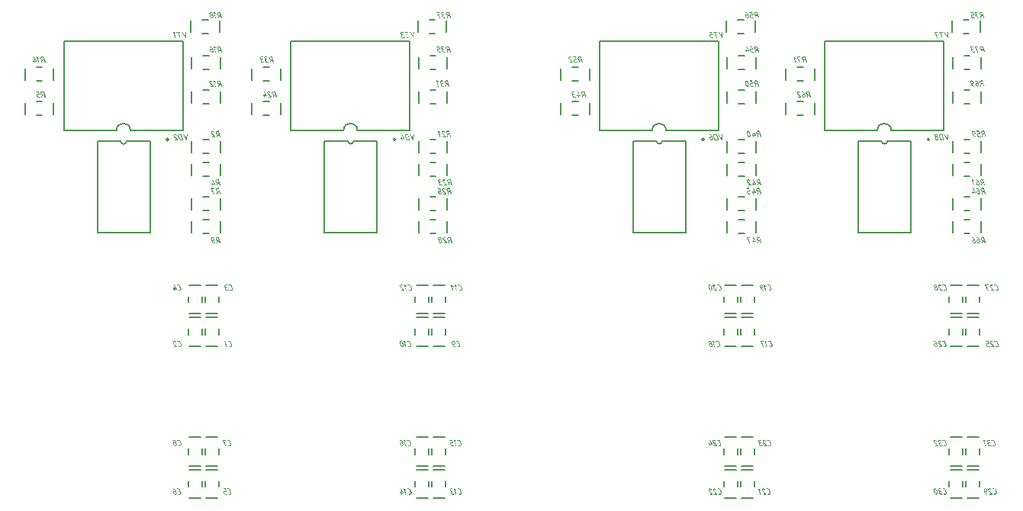
<source format=gbo>
G04*
G04 #@! TF.GenerationSoftware,Altium Limited,Altium Designer,20.1.10 (176)*
G04*
G04 Layer_Color=32896*
%FSAX42Y42*%
%MOMM*%
G71*
G04*
G04 #@! TF.SameCoordinates,05C6C66F-C92C-4908-9B6B-627AEAEC3FAA*
G04*
G04*
G04 #@! TF.FilePolarity,Positive*
G04*
G01*
G75*
%ADD10C,0.15*%
%ADD11C,0.25*%
%ADD12C,0.20*%
%ADD13C,0.15*%
G36*
X010140Y015955D02*
X010141Y015955D01*
X010141Y015954D01*
X010141Y015954D01*
X010141Y015954D01*
X010141Y015954D01*
X010159Y015940D01*
X010160Y015940D01*
X010160Y015939D01*
X010160Y015938D01*
X010161Y015938D01*
Y015938D01*
Y015937D01*
Y015937D01*
X010160Y015936D01*
X010160Y015935D01*
X010160Y015935D01*
X010160Y015935D01*
X010160Y015935D01*
Y015934D01*
X010159Y015934D01*
X010159Y015934D01*
X010158Y015933D01*
X010157Y015933D01*
X010157Y015933D01*
X010157Y015933D01*
X010156D01*
X010155Y015933D01*
X010154Y015933D01*
X010154Y015933D01*
X010154Y015934D01*
X010154Y015934D01*
X010153D01*
X010146Y015941D01*
X010159Y015892D01*
X010159Y015891D01*
X010159Y015891D01*
Y015890D01*
Y015890D01*
X010159Y015890D01*
X010159Y015889D01*
X010159Y015888D01*
X010158Y015888D01*
X010158Y015887D01*
X010158Y015887D01*
X010158Y015887D01*
X010157Y015887D01*
X010157Y015887D01*
X010156Y015886D01*
X010155Y015886D01*
X010155Y015886D01*
X010155D01*
X010154Y015886D01*
X010153Y015886D01*
X010152Y015887D01*
X010152Y015887D01*
X010151Y015888D01*
X010151Y015888D01*
X010151Y015889D01*
Y015889D01*
X010134Y015949D01*
X010134Y015950D01*
X010134Y015950D01*
Y015951D01*
Y015951D01*
X010134Y015951D01*
X010134Y015952D01*
X010135Y015953D01*
X010136Y015954D01*
X010136Y015954D01*
X010137Y015955D01*
X010138Y015955D01*
X010139Y015955D01*
X010139D01*
X010140Y015955D01*
D02*
G37*
G36*
X010189Y015955D02*
X010191Y015955D01*
X010194Y015954D01*
X010196Y015953D01*
X010199Y015952D01*
X010201Y015951D01*
X010203Y015950D01*
X010204Y015948D01*
X010206Y015946D01*
X010207Y015945D01*
X010208Y015943D01*
X010209Y015942D01*
X010209Y015940D01*
X010210Y015939D01*
X010210Y015938D01*
X010210Y015938D01*
X010210Y015938D01*
Y015938D01*
X010219Y015904D01*
X010219Y015903D01*
X010219Y015902D01*
X010220Y015902D01*
Y015901D01*
Y015901D01*
Y015901D01*
X010219Y015900D01*
X010219Y015899D01*
X010219Y015897D01*
X010218Y015895D01*
X010217Y015894D01*
X010217Y015892D01*
X010216Y015891D01*
X010216Y015891D01*
X010216Y015891D01*
X010215Y015891D01*
Y015891D01*
X010215Y015890D01*
X010214Y015889D01*
X010213Y015888D01*
X010212Y015888D01*
X010210Y015887D01*
X010209Y015887D01*
X010207Y015886D01*
X010207Y015886D01*
X010206Y015886D01*
X010206Y015886D01*
X010191D01*
X010190Y015886D01*
X010189Y015886D01*
X010189Y015886D01*
X010188Y015887D01*
X010187Y015887D01*
X010187Y015888D01*
X010186Y015889D01*
X010186Y015890D01*
X010186Y015890D01*
Y015890D01*
Y015890D01*
X010186Y015891D01*
X010186Y015892D01*
X010187Y015893D01*
X010188Y015894D01*
X010188Y015894D01*
X010189Y015895D01*
X010190Y015895D01*
X010190Y015895D01*
X010204D01*
X010205Y015895D01*
X010206Y015895D01*
X010207Y015895D01*
X010207Y015896D01*
X010208Y015896D01*
X010208Y015896D01*
X010208Y015896D01*
X010209Y015896D01*
X010209Y015897D01*
X010210Y015898D01*
X010210Y015899D01*
X010210Y015900D01*
X010210Y015900D01*
X010210Y015901D01*
Y015901D01*
Y015901D01*
X010210Y015902D01*
X010210Y015903D01*
Y015903D01*
X010210Y015904D01*
Y015904D01*
Y015904D01*
X010201Y015937D01*
X010201Y015938D01*
X010200Y015940D01*
X010199Y015941D01*
X010199Y015942D01*
X010198Y015942D01*
X010197Y015943D01*
X010197Y015943D01*
X010197Y015943D01*
X010195Y015944D01*
X010194Y015945D01*
X010193Y015946D01*
X010192Y015946D01*
X010191Y015946D01*
X010190Y015946D01*
X010174D01*
X010174Y015946D01*
X010173Y015946D01*
X010172Y015947D01*
X010172Y015947D01*
X010171Y015948D01*
X010171Y015949D01*
X010170Y015949D01*
X010170Y015950D01*
X010170Y015951D01*
Y015951D01*
Y015951D01*
X010170Y015951D01*
X010170Y015952D01*
X010171Y015953D01*
X010171Y015954D01*
X010172Y015954D01*
X010173Y015955D01*
X010174Y015955D01*
X010174Y015955D01*
X010187D01*
X010189Y015955D01*
D02*
G37*
G36*
X010097D02*
X010097Y015955D01*
X010098D01*
X010100Y015954D01*
X010102Y015954D01*
X010104Y015953D01*
X010106Y015952D01*
X010108Y015951D01*
X010110Y015950D01*
X010112Y015949D01*
X010113Y015948D01*
X010114Y015947D01*
X010115Y015946D01*
X010116Y015945D01*
X010117Y015945D01*
X010118Y015944D01*
X010118Y015944D01*
X010119Y015943D01*
X010119Y015943D01*
X010120Y015942D01*
X010121Y015940D01*
X010122Y015939D01*
X010123Y015937D01*
X010124Y015935D01*
X010125Y015934D01*
X010127Y015931D01*
X010127Y015929D01*
X010128Y015928D01*
X010128Y015927D01*
X010128Y015926D01*
X010129Y015925D01*
X010129Y015925D01*
X010129Y015924D01*
Y015924D01*
X010134Y015904D01*
X010134Y015903D01*
X010135Y015902D01*
X010135Y015901D01*
Y015901D01*
Y015901D01*
Y015901D01*
X010135Y015900D01*
X010134Y015898D01*
X010134Y015897D01*
X010134Y015896D01*
X010133Y015895D01*
X010133Y015894D01*
X010133Y015894D01*
X010133Y015894D01*
X010132Y015892D01*
X010131Y015891D01*
X010130Y015890D01*
X010129Y015889D01*
X010128Y015888D01*
X010127Y015888D01*
X010126Y015887D01*
X010125Y015887D01*
X010124Y015887D01*
X010123Y015886D01*
X010122Y015886D01*
X010122Y015886D01*
X010121D01*
X010121Y015886D01*
X010120D01*
X010118Y015886D01*
X010116Y015886D01*
X010114Y015887D01*
X010112Y015887D01*
X010111Y015887D01*
X010110Y015887D01*
X010110Y015888D01*
X010109Y015888D01*
X010109Y015888D01*
X010109Y015888D01*
X010109D01*
X010107Y015889D01*
X010106Y015890D01*
X010105Y015891D01*
X010104Y015892D01*
X010103Y015893D01*
X010102Y015894D01*
X010101Y015896D01*
X010100Y015897D01*
X010100Y015898D01*
X010099Y015899D01*
X010099Y015900D01*
X010098Y015901D01*
X010098Y015902D01*
X010098Y015903D01*
X010098Y015903D01*
Y015903D01*
X010096Y015910D01*
X010095Y015911D01*
X010095Y015912D01*
X010095Y015913D01*
X010095Y015913D01*
Y015914D01*
Y015914D01*
Y015914D01*
Y015915D01*
X010095Y015916D01*
X010096Y015918D01*
X010097Y015920D01*
X010097Y015921D01*
X010098Y015923D01*
X010099Y015924D01*
X010099Y015924D01*
X010099Y015924D01*
X010099D01*
X010100Y015925D01*
X010101Y015926D01*
X010103Y015927D01*
X010104Y015927D01*
X010106Y015928D01*
X010107Y015928D01*
X010108Y015928D01*
X010109D01*
X010109Y015928D01*
X010119D01*
X010118Y015930D01*
X010117Y015931D01*
X010116Y015933D01*
X010115Y015934D01*
X010113Y015936D01*
X010112Y015937D01*
X010111Y015938D01*
X010110Y015939D01*
X010109Y015940D01*
X010108Y015941D01*
X010108Y015941D01*
X010107Y015942D01*
X010107Y015942D01*
X010106Y015942D01*
X010106Y015942D01*
X010104Y015943D01*
X010102Y015944D01*
X010100Y015945D01*
X010099Y015946D01*
X010097Y015946D01*
X010097Y015946D01*
X010096Y015946D01*
X010096Y015946D01*
X010095Y015946D01*
X010095D01*
X010094Y015947D01*
X010093Y015947D01*
X010093Y015948D01*
X010092Y015949D01*
X010092Y015949D01*
X010092Y015950D01*
X010092Y015950D01*
Y015951D01*
X010092Y015951D01*
X010092Y015952D01*
X010092Y015953D01*
X010093Y015953D01*
X010093Y015954D01*
X010094Y015954D01*
X010095Y015955D01*
X010096Y015955D01*
X010096Y015955D01*
X010097D01*
X010097Y015955D01*
D02*
G37*
G36*
X010696Y015955D02*
X010697Y015955D01*
X010697Y015954D01*
X010697Y015954D01*
X010697Y015954D01*
X010697Y015954D01*
X010715Y015940D01*
X010716Y015940D01*
X010716Y015939D01*
X010716Y015938D01*
X010717Y015938D01*
Y015938D01*
Y015937D01*
Y015937D01*
X010716Y015936D01*
X010716Y015935D01*
X010716Y015935D01*
X010716Y015935D01*
X010716Y015935D01*
Y015934D01*
X010715Y015934D01*
X010715Y015934D01*
X010714Y015933D01*
X010713Y015933D01*
X010713Y015933D01*
X010713Y015933D01*
X010712D01*
X010711Y015933D01*
X010710Y015933D01*
X010710Y015933D01*
X010710Y015934D01*
X010710Y015934D01*
X010709D01*
X010702Y015941D01*
X010715Y015892D01*
X010715Y015891D01*
X010715Y015891D01*
Y015890D01*
Y015890D01*
X010715Y015890D01*
X010715Y015889D01*
X010715Y015888D01*
X010714Y015888D01*
X010714Y015887D01*
X010714Y015887D01*
X010714Y015887D01*
X010713Y015887D01*
X010713Y015887D01*
X010712Y015886D01*
X010711Y015886D01*
X010711Y015886D01*
X010711D01*
X010710Y015886D01*
X010709Y015886D01*
X010708Y015887D01*
X010707Y015887D01*
X010707Y015888D01*
X010707Y015888D01*
X010707Y015889D01*
Y015889D01*
X010690Y015949D01*
X010690Y015950D01*
X010690Y015950D01*
Y015951D01*
Y015951D01*
X010690Y015951D01*
X010690Y015952D01*
X010691Y015953D01*
X010692Y015954D01*
X010692Y015954D01*
X010693Y015955D01*
X010694Y015955D01*
X010694Y015955D01*
X010695D01*
X010696Y015955D01*
D02*
G37*
G36*
X010745Y015955D02*
X010747Y015955D01*
X010750Y015954D01*
X010752Y015953D01*
X010755Y015952D01*
X010757Y015951D01*
X010759Y015950D01*
X010760Y015948D01*
X010762Y015946D01*
X010763Y015945D01*
X010764Y015943D01*
X010765Y015942D01*
X010765Y015940D01*
X010766Y015939D01*
X010766Y015938D01*
X010766Y015938D01*
X010766Y015938D01*
Y015938D01*
X010775Y015904D01*
X010775Y015903D01*
X010775Y015902D01*
X010776Y015902D01*
Y015901D01*
Y015901D01*
Y015901D01*
X010775Y015900D01*
X010775Y015899D01*
X010775Y015897D01*
X010774Y015895D01*
X010773Y015894D01*
X010773Y015892D01*
X010772Y015891D01*
X010772Y015891D01*
X010772Y015891D01*
X010771Y015891D01*
Y015891D01*
X010771Y015890D01*
X010770Y015889D01*
X010769Y015888D01*
X010768Y015888D01*
X010766Y015887D01*
X010765Y015887D01*
X010763Y015886D01*
X010763Y015886D01*
X010762Y015886D01*
X010762Y015886D01*
X010747D01*
X010746Y015886D01*
X010745Y015886D01*
X010745Y015886D01*
X010744Y015887D01*
X010743Y015887D01*
X010743Y015888D01*
X010742Y015889D01*
X010742Y015890D01*
X010742Y015890D01*
Y015890D01*
Y015890D01*
X010742Y015891D01*
X010742Y015892D01*
X010743Y015893D01*
X010744Y015894D01*
X010744Y015894D01*
X010745Y015895D01*
X010746Y015895D01*
X010746Y015895D01*
X010760D01*
X010761Y015895D01*
X010762Y015895D01*
X010762Y015895D01*
X010763Y015896D01*
X010764Y015896D01*
X010764Y015896D01*
X010764Y015896D01*
X010765Y015896D01*
X010765Y015897D01*
X010766Y015898D01*
X010766Y015899D01*
X010766Y015900D01*
X010766Y015900D01*
X010766Y015901D01*
Y015901D01*
Y015901D01*
X010766Y015902D01*
X010766Y015903D01*
Y015903D01*
X010766Y015904D01*
Y015904D01*
Y015904D01*
X010757Y015937D01*
X010757Y015938D01*
X010756Y015940D01*
X010755Y015941D01*
X010755Y015942D01*
X010754Y015942D01*
X010753Y015943D01*
X010753Y015943D01*
X010753Y015943D01*
X010751Y015944D01*
X010750Y015945D01*
X010749Y015946D01*
X010748Y015946D01*
X010747Y015946D01*
X010746Y015946D01*
X010730D01*
X010730Y015946D01*
X010729Y015946D01*
X010728Y015947D01*
X010728Y015947D01*
X010727Y015948D01*
X010727Y015949D01*
X010726Y015949D01*
X010726Y015950D01*
X010726Y015951D01*
Y015951D01*
Y015951D01*
X010726Y015951D01*
X010726Y015952D01*
X010727Y015953D01*
X010727Y015954D01*
X010728Y015954D01*
X010729Y015955D01*
X010730Y015955D01*
X010730Y015955D01*
X010743D01*
X010745Y015955D01*
D02*
G37*
G36*
X010674Y015955D02*
X010675Y015954D01*
X010676Y015954D01*
X010677Y015953D01*
X010677Y015953D01*
X010677Y015952D01*
X010677Y015952D01*
X010677Y015952D01*
X010685Y015925D01*
X010685Y015925D01*
X010685Y015924D01*
Y015924D01*
Y015924D01*
X010685Y015923D01*
X010685Y015923D01*
X010684Y015922D01*
X010684Y015921D01*
X010684Y015921D01*
X010684Y015921D01*
X010683Y015921D01*
X010683Y015920D01*
X010682Y015920D01*
X010681Y015920D01*
X010681Y015920D01*
X010681Y015920D01*
X010667D01*
X010666Y015919D01*
X010665Y015919D01*
X010664Y015919D01*
X010663Y015919D01*
X010662Y015918D01*
X010662Y015918D01*
X010661Y015917D01*
X010661Y015917D01*
X010660Y015916D01*
X010660Y015915D01*
Y015915D01*
X010660Y015914D01*
Y015914D01*
Y015914D01*
X010660Y015913D01*
X010660Y015912D01*
X010660Y015912D01*
X010660Y015911D01*
X010661Y015911D01*
Y015911D01*
X010662Y015904D01*
X010663Y015902D01*
X010664Y015901D01*
X010665Y015900D01*
X010665Y015899D01*
X010666Y015898D01*
X010667Y015897D01*
X010668Y015896D01*
X010669Y015896D01*
X010671Y015896D01*
X010671Y015895D01*
X010672Y015895D01*
X010673Y015895D01*
X010674Y015895D01*
X010674Y015895D01*
X010689D01*
X010690Y015895D01*
X010691Y015895D01*
X010691Y015894D01*
X010692Y015894D01*
X010693Y015893D01*
X010693Y015893D01*
X010693Y015892D01*
X010694Y015891D01*
X010694Y015891D01*
Y015890D01*
Y015890D01*
X010694Y015890D01*
X010694Y015889D01*
X010693Y015888D01*
X010693Y015888D01*
X010692Y015887D01*
X010691Y015887D01*
X010691Y015886D01*
X010690Y015886D01*
X010689Y015886D01*
X010676D01*
X010674Y015886D01*
X010672Y015886D01*
X010670Y015887D01*
X010668Y015887D01*
X010667Y015887D01*
X010666Y015887D01*
X010666Y015888D01*
X010665Y015888D01*
X010665Y015888D01*
X010665Y015888D01*
X010665D01*
X010663Y015889D01*
X010662Y015889D01*
X010661Y015890D01*
X010660Y015892D01*
X010659Y015893D01*
X010658Y015894D01*
X010657Y015895D01*
X010656Y015897D01*
X010656Y015898D01*
X010655Y015899D01*
X010655Y015900D01*
X010654Y015901D01*
X010654Y015902D01*
X010654Y015902D01*
X010654Y015903D01*
Y015903D01*
X010652Y015910D01*
X010651Y015912D01*
X010651Y015913D01*
X010651Y015913D01*
Y015914D01*
Y015914D01*
Y015914D01*
Y015915D01*
X010651Y015916D01*
X010652Y015918D01*
X010652Y015920D01*
X010653Y015921D01*
X010654Y015923D01*
X010655Y015924D01*
X010655Y015924D01*
X010655Y015924D01*
X010655D01*
X010656Y015925D01*
X010657Y015926D01*
X010659Y015927D01*
X010660Y015927D01*
X010662Y015928D01*
X010663Y015928D01*
X010664Y015928D01*
X010664D01*
X010665Y015928D01*
X010675D01*
X010670Y015946D01*
X010649D01*
X010648Y015946D01*
X010647Y015946D01*
X010647Y015947D01*
X010646Y015947D01*
X010646Y015948D01*
X010645Y015949D01*
X010645Y015949D01*
X010645Y015950D01*
X010644Y015951D01*
Y015951D01*
Y015951D01*
X010645Y015951D01*
X010645Y015952D01*
X010645Y015953D01*
X010646Y015954D01*
X010647Y015954D01*
X010647Y015955D01*
X010648Y015955D01*
X010649Y015955D01*
X010673D01*
X010674Y015955D01*
D02*
G37*
G36*
X010143Y015415D02*
X010144Y015415D01*
X010144Y015414D01*
X010145Y015414D01*
X010145Y015414D01*
X010145Y015414D01*
X010163Y015400D01*
X010163Y015400D01*
X010164Y015399D01*
X010164Y015398D01*
X010164Y015398D01*
Y015398D01*
Y015397D01*
Y015397D01*
X010164Y015396D01*
X010164Y015395D01*
X010163Y015395D01*
X010163Y015395D01*
X010163Y015395D01*
Y015394D01*
X010163Y015394D01*
X010162Y015394D01*
X010161Y015393D01*
X010161Y015393D01*
X010160Y015393D01*
X010160Y015393D01*
X010159D01*
X010159Y015393D01*
X010158Y015393D01*
X010157Y015393D01*
X010157Y015394D01*
X010157Y015394D01*
X010157D01*
X010149Y015401D01*
X010162Y015352D01*
X010163Y015351D01*
X010163Y015351D01*
Y015350D01*
Y015350D01*
X010163Y015350D01*
X010163Y015349D01*
X010162Y015348D01*
X010162Y015348D01*
X010162Y015347D01*
X010161Y015347D01*
X010161Y015347D01*
X010161Y015347D01*
X010160Y015347D01*
X010159Y015346D01*
X010159Y015346D01*
X010158Y015346D01*
X010158D01*
X010157Y015346D01*
X010156Y015346D01*
X010155Y015347D01*
X010155Y015347D01*
X010154Y015348D01*
X010154Y015348D01*
X010154Y015349D01*
Y015349D01*
X010138Y015409D01*
X010138Y015410D01*
X010138Y015410D01*
Y015411D01*
Y015411D01*
X010138Y015411D01*
X010138Y015412D01*
X010138Y015413D01*
X010139Y015414D01*
X010140Y015414D01*
X010141Y015415D01*
X010141Y015415D01*
X010142Y015415D01*
X010143D01*
X010143Y015415D01*
D02*
G37*
G36*
X010108Y015415D02*
X010108Y015415D01*
X010109Y015414D01*
X010110Y015414D01*
X010110Y015413D01*
X010110Y015413D01*
X010110Y015412D01*
X010111Y015412D01*
X010137Y015366D01*
X010137Y015365D01*
X010137Y015365D01*
X010137Y015364D01*
Y015364D01*
Y015364D01*
X010137Y015363D01*
X010137Y015363D01*
X010137Y015362D01*
X010137Y015361D01*
X010136Y015361D01*
X010136Y015361D01*
X010136Y015361D01*
X010136Y015360D01*
X010135Y015360D01*
X010134Y015360D01*
X010134Y015359D01*
X010133Y015359D01*
X010114D01*
X010117Y015352D01*
X010117Y015351D01*
X010117Y015351D01*
Y015350D01*
Y015350D01*
X010117Y015350D01*
X010117Y015349D01*
X010116Y015348D01*
X010116Y015348D01*
X010115Y015347D01*
X010114Y015347D01*
X010114Y015346D01*
X010113Y015346D01*
X010112Y015346D01*
X010112D01*
X010111Y015346D01*
X010110Y015347D01*
X010109Y015347D01*
X010109Y015348D01*
X010108Y015348D01*
X010108Y015349D01*
X010108Y015349D01*
Y015349D01*
X010105Y015359D01*
X010098D01*
X010098Y015359D01*
X010097Y015360D01*
X010096Y015360D01*
X010096Y015360D01*
X010095Y015361D01*
X010095Y015362D01*
X010094Y015362D01*
X010094Y015363D01*
X010094Y015364D01*
Y015364D01*
Y015364D01*
X010094Y015365D01*
X010094Y015365D01*
X010095Y015366D01*
X010095Y015367D01*
X010096Y015368D01*
X010097Y015368D01*
X010098Y015368D01*
X010098Y015368D01*
X010103D01*
X010101Y015376D01*
X010101Y015376D01*
X010101Y015377D01*
Y015377D01*
Y015377D01*
X010101Y015378D01*
X010101Y015379D01*
X010101Y015380D01*
X010102Y015380D01*
X010103Y015381D01*
X010104Y015381D01*
X010104Y015381D01*
X010105Y015382D01*
X010105D01*
X010106Y015381D01*
X010107Y015381D01*
X010108Y015381D01*
X010108Y015380D01*
X010109Y015379D01*
X010109Y015379D01*
X010109Y015379D01*
X010109Y015378D01*
X010112Y015368D01*
X010126D01*
X010103Y015408D01*
X010102Y015409D01*
X010102Y015410D01*
X010102Y015411D01*
Y015411D01*
Y015411D01*
X010102Y015411D01*
X010102Y015412D01*
X010103Y015413D01*
X010104Y015414D01*
X010104Y015414D01*
X010105Y015415D01*
X010106Y015415D01*
X010106Y015415D01*
X010107D01*
X010108Y015415D01*
D02*
G37*
G36*
X010192D02*
X010194Y015415D01*
X010197Y015414D01*
X010200Y015413D01*
X010202Y015412D01*
X010204Y015411D01*
X010206Y015410D01*
X010208Y015408D01*
X010209Y015406D01*
X010210Y015405D01*
X010211Y015403D01*
X010212Y015402D01*
X010213Y015400D01*
X010213Y015399D01*
X010213Y015398D01*
X010214Y015398D01*
X010214Y015398D01*
Y015398D01*
X010223Y015364D01*
X010223Y015363D01*
X010223Y015362D01*
X010223Y015362D01*
Y015361D01*
Y015361D01*
Y015361D01*
X010223Y015360D01*
X010223Y015359D01*
X010222Y015357D01*
X010222Y015355D01*
X010221Y015354D01*
X010220Y015352D01*
X010219Y015351D01*
X010219Y015351D01*
X010219Y015351D01*
X010219Y015351D01*
Y015351D01*
X010218Y015350D01*
X010217Y015349D01*
X010216Y015348D01*
X010215Y015348D01*
X010214Y015347D01*
X010212Y015347D01*
X010211Y015346D01*
X010210Y015346D01*
X010210Y015346D01*
X010209Y015346D01*
X010194D01*
X010193Y015346D01*
X010193Y015346D01*
X010192Y015346D01*
X010191Y015347D01*
X010191Y015347D01*
X010190Y015348D01*
X010190Y015349D01*
X010190Y015350D01*
X010190Y015350D01*
Y015350D01*
Y015350D01*
X010190Y015351D01*
X010190Y015352D01*
X010190Y015353D01*
X010191Y015354D01*
X010192Y015354D01*
X010193Y015355D01*
X010193Y015355D01*
X010194Y015355D01*
X010207D01*
X010208Y015355D01*
X010209Y015355D01*
X010210Y015355D01*
X010211Y015356D01*
X010211Y015356D01*
X010212Y015356D01*
X010212Y015356D01*
X010212Y015356D01*
X010213Y015357D01*
X010213Y015358D01*
X010213Y015359D01*
X010214Y015360D01*
X010214Y015360D01*
X010214Y015361D01*
Y015361D01*
Y015361D01*
X010214Y015362D01*
X010214Y015363D01*
Y015363D01*
X010214Y015364D01*
Y015364D01*
Y015364D01*
X010205Y015397D01*
X010204Y015398D01*
X010203Y015400D01*
X010203Y015401D01*
X010202Y015402D01*
X010201Y015402D01*
X010201Y015403D01*
X010200Y015403D01*
X010200Y015403D01*
X010199Y015404D01*
X010197Y015405D01*
X010196Y015406D01*
X010195Y015406D01*
X010194Y015406D01*
X010193Y015406D01*
X010178D01*
X010177Y015406D01*
X010176Y015406D01*
X010176Y015407D01*
X010175Y015407D01*
X010174Y015408D01*
X010174Y015409D01*
X010174Y015409D01*
X010174Y015410D01*
X010173Y015411D01*
Y015411D01*
Y015411D01*
X010174Y015411D01*
X010174Y015412D01*
X010174Y015413D01*
X010175Y015414D01*
X010176Y015414D01*
X010176Y015415D01*
X010177Y015415D01*
X010178Y015415D01*
X010191D01*
X010192Y015415D01*
D02*
G37*
G36*
X010700Y015415D02*
X010701Y015415D01*
X010701Y015414D01*
X010701Y015414D01*
X010701Y015414D01*
X010701Y015414D01*
X010719Y015400D01*
X010720Y015400D01*
X010720Y015399D01*
X010720Y015398D01*
X010720Y015398D01*
Y015398D01*
Y015397D01*
Y015397D01*
X010720Y015396D01*
X010720Y015395D01*
X010720Y015395D01*
X010720Y015395D01*
X010720Y015395D01*
Y015394D01*
X010719Y015394D01*
X010719Y015394D01*
X010718Y015393D01*
X010717Y015393D01*
X010717Y015393D01*
X010717Y015393D01*
X010716D01*
X010715Y015393D01*
X010714Y015393D01*
X010714Y015393D01*
X010714Y015394D01*
X010714Y015394D01*
X010713D01*
X010706Y015401D01*
X010719Y015352D01*
X010719Y015351D01*
X010719Y015351D01*
Y015350D01*
Y015350D01*
X010719Y015350D01*
X010719Y015349D01*
X010719Y015348D01*
X010718Y015348D01*
X010718Y015347D01*
X010718Y015347D01*
X010718Y015347D01*
X010717Y015347D01*
X010717Y015347D01*
X010716Y015346D01*
X010715Y015346D01*
X010715Y015346D01*
X010715D01*
X010714Y015346D01*
X010713Y015346D01*
X010712Y015347D01*
X010711Y015347D01*
X010711Y015348D01*
X010711Y015348D01*
X010711Y015349D01*
Y015349D01*
X010694Y015409D01*
X010694Y015410D01*
X010694Y015410D01*
Y015411D01*
Y015411D01*
X010694Y015411D01*
X010694Y015412D01*
X010695Y015413D01*
X010696Y015414D01*
X010696Y015414D01*
X010697Y015415D01*
X010698Y015415D01*
X010698Y015415D01*
X010699D01*
X010700Y015415D01*
D02*
G37*
G36*
X010749Y015415D02*
X010751Y015415D01*
X010754Y015414D01*
X010756Y015413D01*
X010759Y015412D01*
X010761Y015411D01*
X010763Y015410D01*
X010764Y015408D01*
X010766Y015406D01*
X010767Y015405D01*
X010768Y015403D01*
X010769Y015402D01*
X010769Y015400D01*
X010770Y015399D01*
X010770Y015398D01*
X010770Y015398D01*
X010770Y015398D01*
Y015398D01*
X010779Y015364D01*
X010779Y015363D01*
X010779Y015362D01*
X010780Y015362D01*
Y015361D01*
Y015361D01*
Y015361D01*
X010779Y015360D01*
X010779Y015359D01*
X010779Y015357D01*
X010778Y015355D01*
X010777Y015354D01*
X010777Y015352D01*
X010776Y015351D01*
X010776Y015351D01*
X010775Y015351D01*
X010775Y015351D01*
Y015351D01*
X010774Y015350D01*
X010774Y015349D01*
X010773Y015348D01*
X010772Y015348D01*
X010770Y015347D01*
X010769Y015347D01*
X010767Y015346D01*
X010767Y015346D01*
X010766Y015346D01*
X010766Y015346D01*
X010751D01*
X010750Y015346D01*
X010749Y015346D01*
X010749Y015346D01*
X010748Y015347D01*
X010747Y015347D01*
X010747Y015348D01*
X010746Y015349D01*
X010746Y015350D01*
X010746Y015350D01*
Y015350D01*
Y015350D01*
X010746Y015351D01*
X010746Y015352D01*
X010747Y015353D01*
X010748Y015354D01*
X010748Y015354D01*
X010749Y015355D01*
X010750Y015355D01*
X010750Y015355D01*
X010763D01*
X010765Y015355D01*
X010766Y015355D01*
X010766Y015355D01*
X010767Y015356D01*
X010768Y015356D01*
X010768Y015356D01*
X010768Y015356D01*
X010769Y015356D01*
X010769Y015357D01*
X010770Y015358D01*
X010770Y015359D01*
X010770Y015360D01*
X010770Y015360D01*
X010770Y015361D01*
Y015361D01*
Y015361D01*
X010770Y015362D01*
X010770Y015363D01*
Y015363D01*
X010770Y015364D01*
Y015364D01*
Y015364D01*
X010761Y015397D01*
X010761Y015398D01*
X010760Y015400D01*
X010759Y015401D01*
X010759Y015402D01*
X010758Y015402D01*
X010757Y015403D01*
X010757Y015403D01*
X010757Y015403D01*
X010755Y015404D01*
X010754Y015405D01*
X010753Y015406D01*
X010752Y015406D01*
X010751Y015406D01*
X010750Y015406D01*
X010734D01*
X010734Y015406D01*
X010733Y015406D01*
X010732Y015407D01*
X010732Y015407D01*
X010731Y015408D01*
X010731Y015409D01*
X010730Y015409D01*
X010730Y015410D01*
X010730Y015411D01*
Y015411D01*
Y015411D01*
X010730Y015411D01*
X010730Y015412D01*
X010731Y015413D01*
X010731Y015414D01*
X010732Y015414D01*
X010733Y015415D01*
X010734Y015415D01*
X010734Y015415D01*
X010747D01*
X010749Y015415D01*
D02*
G37*
G36*
X010678D02*
X010679Y015415D01*
X010679Y015415D01*
X010680Y015414D01*
X010680Y015414D01*
X010681Y015413D01*
X010681Y015412D01*
X010681Y015411D01*
X010682Y015411D01*
Y015411D01*
Y015411D01*
X010681Y015410D01*
X010681Y015409D01*
X010681Y015409D01*
X010681Y015408D01*
X010680Y015407D01*
X010679Y015407D01*
X010678Y015407D01*
X010678Y015406D01*
X010677Y015406D01*
X010664D01*
X010663Y015406D01*
X010662Y015406D01*
X010661Y015406D01*
X010660Y015405D01*
X010659Y015405D01*
X010659Y015404D01*
X010658Y015404D01*
X010658Y015403D01*
X010657Y015402D01*
X010657Y015401D01*
X010657Y015401D01*
Y015401D01*
Y015400D01*
Y015400D01*
X010657Y015399D01*
X010657Y015398D01*
X010657Y015398D01*
X010657Y015398D01*
X010658Y015398D01*
Y015397D01*
X010658Y015397D01*
X010658Y015396D01*
X010659Y015395D01*
X010659Y015394D01*
X010659Y015394D01*
X010660Y015393D01*
X010660Y015393D01*
X010660Y015393D01*
X010661Y015392D01*
X010661Y015391D01*
X010662Y015391D01*
X010663Y015390D01*
X010665Y015389D01*
X010666Y015389D01*
X010668Y015389D01*
X010669Y015388D01*
X010669Y015388D01*
X010677D01*
X010678Y015388D01*
X010679Y015388D01*
X010679Y015388D01*
X010680Y015388D01*
X010681Y015387D01*
X010681Y015386D01*
X010682Y015385D01*
X010682Y015385D01*
X010682Y015384D01*
Y015384D01*
Y015384D01*
X010682Y015383D01*
X010682Y015382D01*
X010681Y015382D01*
X010681Y015381D01*
X010680Y015381D01*
X010680Y015380D01*
X010679Y015380D01*
X010678Y015380D01*
X010678Y015380D01*
X010671D01*
X010670Y015379D01*
X010669Y015379D01*
X010668Y015379D01*
X010667Y015379D01*
X010666Y015378D01*
X010666Y015378D01*
X010665Y015377D01*
X010665Y015377D01*
X010664Y015376D01*
X010664Y015375D01*
X010664Y015375D01*
Y015375D01*
Y015374D01*
Y015374D01*
X010664Y015373D01*
X010664Y015372D01*
X010664Y015371D01*
X010665Y015371D01*
X010665Y015370D01*
Y015370D01*
X010666Y015364D01*
X010667Y015363D01*
X010668Y015361D01*
X010668Y015360D01*
X010669Y015359D01*
X010670Y015358D01*
X010670Y015358D01*
X010671Y015357D01*
X010671Y015357D01*
X010672Y015356D01*
X010674Y015356D01*
X010675Y015355D01*
X010676Y015355D01*
X010677Y015355D01*
X010678Y015355D01*
X010693D01*
X010694Y015355D01*
X010695Y015355D01*
X010695Y015354D01*
X010696Y015354D01*
X010697Y015353D01*
X010697Y015353D01*
X010697Y015352D01*
X010698Y015351D01*
X010698Y015351D01*
Y015350D01*
Y015350D01*
X010698Y015350D01*
X010697Y015349D01*
X010697Y015348D01*
X010697Y015348D01*
X010696Y015347D01*
X010695Y015347D01*
X010695Y015346D01*
X010694Y015346D01*
X010693Y015346D01*
X010680D01*
X010678Y015346D01*
X010676Y015346D01*
X010674Y015347D01*
X010672Y015347D01*
X010671Y015347D01*
X010671Y015348D01*
X010670Y015348D01*
X010670Y015348D01*
X010669Y015348D01*
X010669Y015348D01*
X010669D01*
X010668Y015349D01*
X010666Y015350D01*
X010665Y015351D01*
X010664Y015352D01*
X010663Y015353D01*
X010662Y015355D01*
X010661Y015356D01*
X010660Y015357D01*
X010659Y015358D01*
X010659Y015360D01*
X010658Y015361D01*
X010658Y015362D01*
X010658Y015362D01*
X010658Y015363D01*
X010657Y015363D01*
Y015363D01*
X010656Y015370D01*
X010655Y015372D01*
X010655Y015372D01*
X010655Y015373D01*
X010655Y015374D01*
Y015374D01*
Y015374D01*
Y015374D01*
Y015376D01*
X010655Y015377D01*
X010655Y015378D01*
X010656Y015379D01*
X010656Y015380D01*
X010656Y015380D01*
X010657Y015381D01*
X010657Y015381D01*
X010658Y015382D01*
X010659Y015383D01*
X010659Y015383D01*
X010659Y015383D01*
X010659D01*
X010658Y015384D01*
X010657Y015384D01*
X010655Y015385D01*
X010654Y015386D01*
X010653Y015387D01*
X010652Y015389D01*
X010652Y015390D01*
X010651Y015391D01*
X010650Y015392D01*
X010650Y015393D01*
X010649Y015394D01*
X010649Y015395D01*
X010649Y015396D01*
X010649Y015396D01*
X010649Y015397D01*
Y015397D01*
X010648Y015398D01*
X010648Y015399D01*
X010648Y015400D01*
Y015400D01*
Y015400D01*
Y015400D01*
X010648Y015402D01*
X010648Y015403D01*
X010649Y015404D01*
X010649Y015405D01*
X010649Y015406D01*
X010650Y015407D01*
X010650Y015407D01*
X010650Y015407D01*
X010651Y015409D01*
X010652Y015410D01*
X010652Y015411D01*
X010653Y015412D01*
X010654Y015413D01*
X010656Y015413D01*
X010657Y015414D01*
X010658Y015414D01*
X010659Y015415D01*
X010660Y015415D01*
X010661Y015415D01*
X010661D01*
X010662Y015415D01*
X010677D01*
X010678Y015415D01*
D02*
G37*
G36*
X010110Y017678D02*
X010112Y017677D01*
X010114Y017677D01*
X010116Y017676D01*
X010118Y017676D01*
X010118Y017675D01*
X010119Y017675D01*
X010119Y017675D01*
X010119Y017675D01*
X010120Y017675D01*
X010120D01*
X010120Y017674D01*
X010121Y017673D01*
X010123Y017672D01*
X010124Y017670D01*
X010126Y017668D01*
X010127Y017667D01*
X010127Y017666D01*
X010128Y017666D01*
X010128Y017665D01*
X010129Y017665D01*
X010129Y017665D01*
X010129Y017664D01*
X010129Y017665D01*
X010129Y017664D01*
X010129Y017664D01*
X010129Y017664D01*
X010130Y017664D01*
Y017663D01*
Y017663D01*
X010129Y017663D01*
X010129Y017662D01*
X010129Y017661D01*
X010129Y017661D01*
X010128Y017660D01*
X010128Y017660D01*
X010128Y017660D01*
X010128Y017660D01*
X010127Y017659D01*
X010126Y017659D01*
X010126Y017659D01*
X010125Y017659D01*
X010125D01*
X010124Y017659D01*
X010124Y017659D01*
X010123Y017659D01*
X010123Y017660D01*
X010122Y017660D01*
X010122Y017660D01*
X010122Y017660D01*
X010122Y017661D01*
X010120Y017662D01*
X010120Y017663D01*
X010119Y017663D01*
X010119Y017664D01*
X010118Y017664D01*
X010118Y017665D01*
X010118Y017665D01*
X010117Y017665D01*
X010116Y017666D01*
X010115Y017667D01*
X010114Y017667D01*
X010113Y017668D01*
X010112Y017668D01*
X010111Y017669D01*
X010110Y017669D01*
X010110Y017669D01*
X010109D01*
X010108Y017669D01*
X010107Y017669D01*
X010106Y017668D01*
X010105Y017668D01*
X010104Y017668D01*
X010104Y017667D01*
X010103Y017667D01*
X010103Y017666D01*
X010102Y017665D01*
X010102Y017664D01*
Y017664D01*
X010102Y017664D01*
Y017663D01*
Y017663D01*
Y017663D01*
X010102Y017662D01*
X010103Y017660D01*
X010103Y017659D01*
X010104Y017658D01*
X010105Y017657D01*
X010105Y017656D01*
X010106Y017655D01*
X010106Y017655D01*
X010106Y017655D01*
X010141Y017616D01*
X010142Y017616D01*
X010142Y017615D01*
X010143Y017615D01*
X010143Y017614D01*
X010143Y017614D01*
X010143Y017613D01*
Y017613D01*
Y017613D01*
X010143Y017612D01*
X010143Y017612D01*
X010143Y017611D01*
X010142Y017611D01*
X010142Y017610D01*
X010141Y017609D01*
X010140Y017609D01*
X010139Y017609D01*
X010139Y017609D01*
X010111D01*
X010110Y017609D01*
X010110Y017609D01*
X010109Y017609D01*
X010108Y017609D01*
X010108Y017610D01*
X010107Y017611D01*
X010107Y017612D01*
X010107Y017612D01*
X010107Y017613D01*
Y017613D01*
Y017613D01*
X010107Y017614D01*
X010107Y017615D01*
X010107Y017616D01*
X010108Y017616D01*
X010109Y017617D01*
X010110Y017617D01*
X010110Y017617D01*
X010111Y017617D01*
X010130D01*
X010100Y017649D01*
X010099Y017651D01*
X010098Y017652D01*
X010097Y017653D01*
X010096Y017654D01*
X010095Y017656D01*
X010095Y017657D01*
X010094Y017658D01*
X010094Y017659D01*
X010094Y017660D01*
X010094Y017661D01*
X010093Y017662D01*
X010093Y017662D01*
X010093Y017663D01*
Y017663D01*
Y017663D01*
Y017664D01*
X010093Y017665D01*
X010094Y017666D01*
X010094Y017667D01*
X010094Y017669D01*
X010095Y017669D01*
X010095Y017670D01*
X010095Y017671D01*
X010095Y017671D01*
X010096Y017672D01*
X010097Y017673D01*
X010098Y017674D01*
X010099Y017675D01*
X010100Y017676D01*
X010101Y017676D01*
X010102Y017677D01*
X010103Y017677D01*
X010105Y017677D01*
X010106Y017678D01*
X010106Y017678D01*
X010107Y017678D01*
X010108D01*
X010110Y017678D01*
D02*
G37*
G36*
X010145Y017678D02*
X010146Y017677D01*
X010146Y017677D01*
X010147Y017677D01*
X010147Y017677D01*
X010147Y017677D01*
X010165Y017663D01*
X010165Y017662D01*
X010166Y017662D01*
X010166Y017661D01*
X010166Y017661D01*
Y017661D01*
Y017660D01*
Y017659D01*
X010166Y017659D01*
X010166Y017658D01*
X010165Y017658D01*
X010165Y017657D01*
X010165Y017657D01*
Y017657D01*
X010165Y017657D01*
X010164Y017656D01*
X010163Y017656D01*
X010163Y017656D01*
X010162Y017656D01*
X010162Y017656D01*
X010161D01*
X010161Y017656D01*
X010160Y017656D01*
X010159Y017656D01*
X010159Y017656D01*
X010159Y017656D01*
X010159D01*
X010151Y017664D01*
X010164Y017615D01*
X010165Y017614D01*
X010165Y017613D01*
Y017613D01*
Y017613D01*
X010165Y017612D01*
X010165Y017612D01*
X010164Y017611D01*
X010164Y017611D01*
X010164Y017610D01*
X010163Y017610D01*
X010163Y017610D01*
X010163Y017610D01*
X010162Y017609D01*
X010161Y017609D01*
X010161Y017609D01*
X010160Y017609D01*
X010160D01*
X010159Y017609D01*
X010158Y017609D01*
X010158Y017610D01*
X010157Y017610D01*
X010157Y017611D01*
X010156Y017611D01*
X010156Y017612D01*
Y017612D01*
X010140Y017672D01*
X010140Y017673D01*
X010140Y017673D01*
Y017673D01*
Y017673D01*
X010140Y017674D01*
X010140Y017675D01*
X010140Y017676D01*
X010141Y017677D01*
X010142Y017677D01*
X010143Y017678D01*
X010143Y017678D01*
X010144Y017678D01*
X010145D01*
X010145Y017678D01*
D02*
G37*
G36*
X010194Y017678D02*
X010196Y017678D01*
X010199Y017677D01*
X010202Y017676D01*
X010204Y017675D01*
X010206Y017674D01*
X010208Y017672D01*
X010210Y017671D01*
X010211Y017669D01*
X010212Y017667D01*
X010213Y017666D01*
X010214Y017664D01*
X010215Y017663D01*
X010215Y017662D01*
X010215Y017661D01*
X010216Y017660D01*
X010216Y017660D01*
Y017660D01*
X010225Y017627D01*
X010225Y017626D01*
X010225Y017625D01*
X010225Y017624D01*
Y017624D01*
Y017624D01*
Y017624D01*
X010225Y017623D01*
X010225Y017622D01*
X010224Y017620D01*
X010224Y017618D01*
X010223Y017616D01*
X010222Y017615D01*
X010221Y017614D01*
X010221Y017614D01*
X010221Y017614D01*
X010221Y017613D01*
Y017613D01*
X010220Y017613D01*
X010219Y017612D01*
X010218Y017611D01*
X010217Y017611D01*
X010216Y017610D01*
X010214Y017609D01*
X010213Y017609D01*
X010212Y017609D01*
X010212Y017609D01*
X010211Y017609D01*
X010196D01*
X010195Y017609D01*
X010195Y017609D01*
X010194Y017609D01*
X010193Y017609D01*
X010193Y017610D01*
X010192Y017611D01*
X010192Y017612D01*
X010192Y017612D01*
X010192Y017613D01*
Y017613D01*
Y017613D01*
X010192Y017614D01*
X010192Y017615D01*
X010192Y017616D01*
X010193Y017616D01*
X010194Y017617D01*
X010195Y017617D01*
X010195Y017617D01*
X010196Y017617D01*
X010209D01*
X010210Y017618D01*
X010211Y017618D01*
X010212Y017618D01*
X010213Y017618D01*
X010213Y017619D01*
X010214Y017619D01*
X010214Y017619D01*
X010214Y017619D01*
X010215Y017620D01*
X010215Y017621D01*
X010215Y017622D01*
X010216Y017622D01*
X010216Y017623D01*
X010216Y017623D01*
Y017624D01*
Y017624D01*
X010216Y017625D01*
X010216Y017626D01*
Y017626D01*
X010216Y017626D01*
Y017626D01*
Y017627D01*
X010207Y017660D01*
X010206Y017661D01*
X010205Y017662D01*
X010205Y017663D01*
X010204Y017664D01*
X010203Y017665D01*
X010203Y017666D01*
X010202Y017666D01*
X010202Y017666D01*
X010201Y017667D01*
X010199Y017668D01*
X010198Y017668D01*
X010197Y017669D01*
X010196Y017669D01*
X010195Y017669D01*
X010180D01*
X010179Y017669D01*
X010178Y017669D01*
X010178Y017669D01*
X010177Y017670D01*
X010177Y017670D01*
X010176Y017671D01*
X010176Y017672D01*
X010176Y017673D01*
X010175Y017673D01*
Y017673D01*
Y017673D01*
X010176Y017674D01*
X010176Y017675D01*
X010176Y017676D01*
X010177Y017677D01*
X010178Y017677D01*
X010178Y017678D01*
X010179Y017678D01*
X010180Y017678D01*
X010193D01*
X010194Y017678D01*
D02*
G37*
G36*
X010704Y017678D02*
X010705Y017677D01*
X010705Y017677D01*
X010705Y017677D01*
X010705Y017677D01*
X010706Y017677D01*
X010723Y017663D01*
X010724Y017662D01*
X010724Y017662D01*
X010725Y017661D01*
X010725Y017661D01*
Y017661D01*
Y017660D01*
Y017659D01*
X010724Y017659D01*
X010724Y017658D01*
X010724Y017658D01*
X010724Y017657D01*
X010724Y017657D01*
Y017657D01*
X010723Y017657D01*
X010723Y017656D01*
X010722Y017656D01*
X010722Y017656D01*
X010721Y017656D01*
X010721Y017656D01*
X010720D01*
X010720Y017656D01*
X010719Y017656D01*
X010718Y017656D01*
X010718Y017656D01*
X010718Y017656D01*
X010718D01*
X010710Y017664D01*
X010723Y017615D01*
X010723Y017614D01*
X010723Y017613D01*
Y017613D01*
Y017613D01*
X010723Y017612D01*
X010723Y017612D01*
X010723Y017611D01*
X010723Y017611D01*
X010722Y017610D01*
X010722Y017610D01*
X010722Y017610D01*
X010722Y017610D01*
X010721Y017609D01*
X010720Y017609D01*
X010720Y017609D01*
X010719Y017609D01*
X010719D01*
X010718Y017609D01*
X010717Y017609D01*
X010716Y017610D01*
X010716Y017610D01*
X010715Y017611D01*
X010715Y017611D01*
X010715Y017612D01*
Y017612D01*
X010699Y017672D01*
X010699Y017673D01*
X010698Y017673D01*
Y017673D01*
Y017673D01*
X010699Y017674D01*
X010699Y017675D01*
X010699Y017676D01*
X010700Y017677D01*
X010701Y017677D01*
X010701Y017678D01*
X010702Y017678D01*
X010703Y017678D01*
X010703D01*
X010704Y017678D01*
D02*
G37*
G36*
X010668D02*
X010669Y017677D01*
X010670Y017677D01*
X010670Y017677D01*
X010670Y017677D01*
X010670Y017677D01*
X010688Y017663D01*
X010689Y017662D01*
X010689Y017662D01*
X010689Y017661D01*
X010689Y017661D01*
Y017661D01*
Y017660D01*
Y017659D01*
X010689Y017659D01*
X010689Y017658D01*
X010689Y017658D01*
X010689Y017657D01*
X010688Y017657D01*
Y017657D01*
X010688Y017657D01*
X010688Y017656D01*
X010687Y017656D01*
X010686Y017656D01*
X010686Y017656D01*
X010686Y017656D01*
X010685D01*
X010684Y017656D01*
X010683Y017656D01*
X010683Y017656D01*
X010682Y017656D01*
X010682Y017656D01*
X010682D01*
X010674Y017664D01*
X010688Y017615D01*
X010688Y017614D01*
X010688Y017613D01*
Y017613D01*
Y017613D01*
X010688Y017612D01*
X010688Y017612D01*
X010687Y017611D01*
X010687Y017611D01*
X010687Y017610D01*
X010687Y017610D01*
X010687Y017610D01*
X010686Y017610D01*
X010686Y017609D01*
X010685Y017609D01*
X010684Y017609D01*
X010684Y017609D01*
X010684D01*
X010682Y017609D01*
X010682Y017609D01*
X010681Y017610D01*
X010680Y017610D01*
X010680Y017611D01*
X010680Y017611D01*
X010679Y017612D01*
Y017612D01*
X010663Y017672D01*
X010663Y017673D01*
X010663Y017673D01*
Y017673D01*
Y017673D01*
X010663Y017674D01*
X010663Y017675D01*
X010664Y017676D01*
X010664Y017677D01*
X010665Y017677D01*
X010666Y017678D01*
X010667Y017678D01*
X010667Y017678D01*
X010668D01*
X010668Y017678D01*
D02*
G37*
G36*
X010753Y017678D02*
X010755Y017678D01*
X010758Y017677D01*
X010760Y017676D01*
X010763Y017675D01*
X010765Y017674D01*
X010767Y017672D01*
X010768Y017671D01*
X010770Y017669D01*
X010771Y017667D01*
X010772Y017666D01*
X010773Y017664D01*
X010773Y017663D01*
X010774Y017662D01*
X010774Y017661D01*
X010774Y017660D01*
X010774Y017660D01*
Y017660D01*
X010783Y017627D01*
X010784Y017626D01*
X010784Y017625D01*
X010784Y017624D01*
Y017624D01*
Y017624D01*
Y017624D01*
X010784Y017623D01*
X010784Y017622D01*
X010783Y017620D01*
X010782Y017618D01*
X010782Y017616D01*
X010781Y017615D01*
X010780Y017614D01*
X010780Y017614D01*
X010780Y017614D01*
X010779Y017613D01*
Y017613D01*
X010779Y017613D01*
X010778Y017612D01*
X010777Y017611D01*
X010776Y017611D01*
X010774Y017610D01*
X010773Y017609D01*
X010772Y017609D01*
X010771Y017609D01*
X010770Y017609D01*
X010770Y017609D01*
X010755D01*
X010754Y017609D01*
X010753Y017609D01*
X010753Y017609D01*
X010752Y017609D01*
X010751Y017610D01*
X010751Y017611D01*
X010751Y017612D01*
X010750Y017612D01*
X010750Y017613D01*
Y017613D01*
Y017613D01*
X010750Y017614D01*
X010751Y017615D01*
X010751Y017616D01*
X010752Y017616D01*
X010753Y017617D01*
X010753Y017617D01*
X010754Y017617D01*
X010755Y017617D01*
X010768D01*
X010769Y017618D01*
X010770Y017618D01*
X010771Y017618D01*
X010771Y017618D01*
X010772Y017619D01*
X010772Y017619D01*
X010773Y017619D01*
X010773Y017619D01*
X010773Y017620D01*
X010774Y017621D01*
X010774Y017622D01*
X010774Y017622D01*
X010775Y017623D01*
X010775Y017623D01*
Y017624D01*
Y017624D01*
X010775Y017625D01*
X010774Y017626D01*
Y017626D01*
X010774Y017626D01*
Y017626D01*
Y017627D01*
X010765Y017660D01*
X010765Y017661D01*
X010764Y017662D01*
X010763Y017663D01*
X010763Y017664D01*
X010762Y017665D01*
X010761Y017666D01*
X010761Y017666D01*
X010761Y017666D01*
X010759Y017667D01*
X010758Y017668D01*
X010757Y017668D01*
X010756Y017669D01*
X010755Y017669D01*
X010754Y017669D01*
X010739D01*
X010738Y017669D01*
X010737Y017669D01*
X010737Y017669D01*
X010736Y017670D01*
X010735Y017670D01*
X010735Y017671D01*
X010734Y017672D01*
X010734Y017673D01*
X010734Y017673D01*
Y017673D01*
Y017673D01*
X010734Y017674D01*
X010734Y017675D01*
X010735Y017676D01*
X010736Y017677D01*
X010736Y017677D01*
X010737Y017678D01*
X010738Y017678D01*
X010738Y017678D01*
X010752D01*
X010753Y017678D01*
D02*
G37*
G36*
X010141Y017054D02*
X010142Y017054D01*
X010143Y017054D01*
X010143Y017054D01*
X010143Y017053D01*
X010143Y017053D01*
X010161Y017040D01*
X010161Y017039D01*
X010162Y017038D01*
X010162Y017038D01*
X010162Y017037D01*
Y017037D01*
Y017037D01*
Y017036D01*
X010162Y017035D01*
X010162Y017035D01*
X010162Y017034D01*
X010161Y017034D01*
X010161Y017034D01*
Y017034D01*
X010161Y017033D01*
X010160Y017033D01*
X010159Y017032D01*
X010159Y017032D01*
X010159Y017032D01*
X010158Y017032D01*
X010158D01*
X010157Y017032D01*
X010156Y017033D01*
X010156Y017033D01*
X010155Y017033D01*
X010155Y017033D01*
X010155D01*
X010147Y017040D01*
X010161Y016991D01*
X010161Y016991D01*
X010161Y016990D01*
Y016990D01*
Y016990D01*
X010161Y016989D01*
X010161Y016988D01*
X010160Y016987D01*
X010160Y016987D01*
X010160Y016987D01*
X010160Y016987D01*
X010160Y016987D01*
X010159Y016986D01*
X010158Y016986D01*
X010158Y016986D01*
X010157Y016985D01*
X010157Y016985D01*
X010156D01*
X010155Y016985D01*
X010154Y016986D01*
X010154Y016986D01*
X010153Y016987D01*
X010153Y016987D01*
X010152Y016988D01*
X010152Y016988D01*
Y016988D01*
X010136Y017049D01*
X010136Y017049D01*
X010136Y017050D01*
Y017050D01*
Y017050D01*
X010136Y017051D01*
X010136Y017052D01*
X010137Y017053D01*
X010137Y017053D01*
X010138Y017054D01*
X010139Y017054D01*
X010140Y017054D01*
X010140Y017054D01*
X010141D01*
X010141Y017054D01*
D02*
G37*
G36*
X010191Y017054D02*
X010192Y017054D01*
X010195Y017054D01*
X010198Y017053D01*
X010200Y017052D01*
X010202Y017050D01*
X010204Y017049D01*
X010206Y017047D01*
X010207Y017046D01*
X010208Y017044D01*
X010209Y017042D01*
X010210Y017041D01*
X010211Y017040D01*
X010211Y017039D01*
X010212Y017038D01*
X010212Y017037D01*
X010212Y017037D01*
Y017037D01*
X010221Y017003D01*
X010221Y017002D01*
X010221Y017001D01*
X010221Y017001D01*
Y017001D01*
Y017000D01*
Y017000D01*
X010221Y016999D01*
X010221Y016998D01*
X010221Y016996D01*
X010220Y016995D01*
X010219Y016993D01*
X010218Y016992D01*
X010218Y016991D01*
X010217Y016990D01*
X010217Y016990D01*
X010217Y016990D01*
Y016990D01*
X010216Y016989D01*
X010215Y016988D01*
X010214Y016988D01*
X010214Y016987D01*
X010212Y016986D01*
X010210Y016986D01*
X010209Y016986D01*
X010208Y016986D01*
X010208Y016985D01*
X010208Y016985D01*
X010192D01*
X010191Y016985D01*
X010191Y016986D01*
X010190Y016986D01*
X010190Y016986D01*
X010189Y016987D01*
X010188Y016988D01*
X010188Y016988D01*
X010188Y016989D01*
X010188Y016990D01*
Y016990D01*
Y016990D01*
X010188Y016990D01*
X010188Y016991D01*
X010189Y016992D01*
X010189Y016993D01*
X010190Y016994D01*
X010191Y016994D01*
X010191Y016994D01*
X010192Y016994D01*
X010205D01*
X010206Y016994D01*
X010207Y016994D01*
X010208Y016995D01*
X010209Y016995D01*
X010209Y016995D01*
X010210Y016996D01*
X010210Y016996D01*
X010210Y016996D01*
X010211Y016997D01*
X010211Y016997D01*
X010212Y016998D01*
X010212Y016999D01*
X010212Y017000D01*
X010212Y017000D01*
Y017001D01*
Y017001D01*
X010212Y017001D01*
X010212Y017002D01*
Y017003D01*
X010212Y017003D01*
Y017003D01*
Y017003D01*
X010203Y017036D01*
X010202Y017038D01*
X010202Y017039D01*
X010201Y017040D01*
X010200Y017041D01*
X010199Y017042D01*
X010199Y017042D01*
X010198Y017043D01*
X010198Y017043D01*
X010197Y017044D01*
X010196Y017044D01*
X010194Y017045D01*
X010193Y017045D01*
X010192Y017045D01*
X010191Y017046D01*
X010176D01*
X010175Y017046D01*
X010175Y017046D01*
X010174Y017046D01*
X010174Y017046D01*
X010173Y017047D01*
X010172Y017048D01*
X010172Y017049D01*
X010172Y017049D01*
X010172Y017050D01*
Y017050D01*
Y017050D01*
X010172Y017051D01*
X010172Y017052D01*
X010172Y017053D01*
X010173Y017053D01*
X010174Y017054D01*
X010175Y017054D01*
X010175Y017054D01*
X010176Y017054D01*
X010189D01*
X010191Y017054D01*
D02*
G37*
G36*
X010105D02*
X010106Y017054D01*
X010108Y017054D01*
X010109Y017054D01*
X010111Y017053D01*
X010113Y017052D01*
X010115Y017050D01*
X010116Y017049D01*
X010118Y017047D01*
X010120Y017046D01*
X010121Y017044D01*
X010122Y017042D01*
X010123Y017041D01*
X010124Y017039D01*
X010125Y017038D01*
X010125Y017037D01*
X010125Y017037D01*
X010125Y017037D01*
X010125Y017037D01*
Y017037D01*
X010127Y017033D01*
X010128Y017030D01*
X010129Y017027D01*
X010130Y017024D01*
X010131Y017021D01*
X010132Y017018D01*
X010132Y017015D01*
X010133Y017013D01*
X010133Y017011D01*
X010133Y017009D01*
X010134Y017007D01*
X010134Y017005D01*
X010134Y017004D01*
X010134Y017003D01*
Y017003D01*
Y017003D01*
Y017003D01*
Y017001D01*
X010134Y017000D01*
X010134Y016998D01*
X010133Y016997D01*
X010133Y016995D01*
X010132Y016993D01*
X010131Y016991D01*
X010130Y016990D01*
X010129Y016988D01*
X010128Y016987D01*
X010127Y016987D01*
X010126Y016986D01*
X010125Y016986D01*
X010124Y016986D01*
X010123Y016985D01*
X010123Y016985D01*
X010122D01*
X010121Y016985D01*
X010120Y016986D01*
X010118Y016986D01*
X010117Y016986D01*
X010115Y016987D01*
X010113Y016988D01*
X010111Y016989D01*
X010109Y016991D01*
X010108Y016992D01*
X010106Y016994D01*
X010105Y016996D01*
X010104Y016997D01*
X010103Y016999D01*
X010102Y017000D01*
X010101Y017001D01*
X010101Y017002D01*
X010101Y017002D01*
X010101Y017003D01*
X010101Y017003D01*
Y017003D01*
X010099Y017006D01*
X010098Y017010D01*
X010097Y017013D01*
X010096Y017016D01*
X010095Y017019D01*
X010094Y017022D01*
X010093Y017024D01*
X010093Y017027D01*
X010093Y017029D01*
X010092Y017031D01*
X010092Y017033D01*
X010092Y017034D01*
Y017036D01*
X010092Y017036D01*
Y017037D01*
Y017037D01*
Y017039D01*
X010092Y017040D01*
X010092Y017042D01*
X010092Y017043D01*
X010093Y017045D01*
X010094Y017047D01*
X010095Y017049D01*
X010096Y017050D01*
X010097Y017051D01*
X010098Y017052D01*
X010099Y017053D01*
X010100Y017053D01*
X010101Y017054D01*
X010102Y017054D01*
X010103Y017054D01*
X010103Y017054D01*
X010104D01*
X010105Y017054D01*
D02*
G37*
G36*
X010734D02*
X010735Y017054D01*
X010738Y017054D01*
X010741Y017053D01*
X010744Y017052D01*
X010746Y017050D01*
X010747Y017049D01*
X010749Y017047D01*
X010751Y017046D01*
X010752Y017044D01*
X010753Y017042D01*
X010754Y017041D01*
X010754Y017040D01*
X010755Y017039D01*
X010755Y017038D01*
X010755Y017037D01*
X010755Y017037D01*
Y017037D01*
X010764Y017003D01*
X010764Y017002D01*
X010764Y017001D01*
X010764Y017001D01*
Y017001D01*
Y017000D01*
Y017000D01*
X010764Y016999D01*
X010764Y016998D01*
X010764Y016996D01*
X010763Y016995D01*
X010762Y016993D01*
X010762Y016992D01*
X010761Y016991D01*
X010761Y016990D01*
X010760Y016990D01*
X010760Y016990D01*
Y016990D01*
X010759Y016989D01*
X010758Y016988D01*
X010758Y016988D01*
X010757Y016987D01*
X010755Y016986D01*
X010754Y016986D01*
X010752Y016986D01*
X010752Y016986D01*
X010751Y016985D01*
X010751Y016985D01*
X010735D01*
X010735Y016985D01*
X010734Y016986D01*
X010733Y016986D01*
X010733Y016986D01*
X010732Y016987D01*
X010732Y016988D01*
X010731Y016988D01*
X010731Y016989D01*
X010731Y016990D01*
Y016990D01*
Y016990D01*
X010731Y016990D01*
X010731Y016991D01*
X010732Y016992D01*
X010732Y016993D01*
X010733Y016994D01*
X010734Y016994D01*
X010735Y016994D01*
X010735Y016994D01*
X010748D01*
X010749Y016994D01*
X010750Y016994D01*
X010751Y016995D01*
X010752Y016995D01*
X010753Y016995D01*
X010753Y016996D01*
X010753Y016996D01*
X010753Y016996D01*
X010754Y016997D01*
X010755Y016997D01*
X010755Y016998D01*
X010755Y016999D01*
X010755Y017000D01*
X010755Y017000D01*
Y017001D01*
Y017001D01*
X010755Y017001D01*
X010755Y017002D01*
Y017003D01*
X010755Y017003D01*
Y017003D01*
Y017003D01*
X010746Y017036D01*
X010746Y017038D01*
X010745Y017039D01*
X010744Y017040D01*
X010743Y017041D01*
X010743Y017042D01*
X010742Y017042D01*
X010742Y017043D01*
X010742Y017043D01*
X010740Y017044D01*
X010739Y017044D01*
X010738Y017045D01*
X010736Y017045D01*
X010735Y017045D01*
X010735Y017046D01*
X010719D01*
X010719Y017046D01*
X010718Y017046D01*
X010717Y017046D01*
X010717Y017046D01*
X010716Y017047D01*
X010715Y017048D01*
X010715Y017049D01*
X010715Y017049D01*
X010715Y017050D01*
Y017050D01*
Y017050D01*
X010715Y017051D01*
X010715Y017052D01*
X010716Y017053D01*
X010716Y017053D01*
X010717Y017054D01*
X010718Y017054D01*
X010719Y017054D01*
X010719Y017054D01*
X010732D01*
X010734Y017054D01*
D02*
G37*
G36*
X010685D02*
X010687Y017054D01*
X010689Y017054D01*
X010691Y017053D01*
X010693Y017053D01*
X010694Y017052D01*
X010695Y017051D01*
X010697Y017051D01*
X010698Y017050D01*
X010699Y017049D01*
X010699Y017049D01*
X010700Y017048D01*
X010700Y017048D01*
X010701Y017047D01*
X010701Y017047D01*
X010701Y017047D01*
X010702Y017045D01*
X010703Y017044D01*
X010704Y017042D01*
X010704Y017040D01*
X010705Y017039D01*
X010705Y017038D01*
X010705Y017038D01*
X010705Y017038D01*
X010705Y017037D01*
X010706Y017037D01*
Y017037D01*
X010707Y017031D01*
X010708Y017029D01*
X010708Y017028D01*
X010708Y017028D01*
X010708Y017027D01*
Y017027D01*
Y017026D01*
Y017026D01*
X010708Y017025D01*
X010708Y017024D01*
X010707Y017022D01*
X010707Y017020D01*
X010706Y017019D01*
X010705Y017018D01*
X010704Y017017D01*
X010704Y017016D01*
X010704Y017016D01*
Y017016D01*
X010703Y017015D01*
X010702Y017015D01*
X010701Y017014D01*
X010699Y017013D01*
X010697Y017013D01*
X010696Y017012D01*
X010695Y017012D01*
X010694D01*
X010694Y017012D01*
X010685D01*
X010685Y017011D01*
X010686Y017009D01*
X010687Y017008D01*
X010688Y017006D01*
X010690Y017004D01*
X010691Y017002D01*
X010692Y017001D01*
X010693Y017000D01*
X010694Y016999D01*
X010695Y016999D01*
X010696Y016998D01*
X010696Y016997D01*
X010697Y016997D01*
X010697Y016997D01*
X010697Y016997D01*
X010699Y016996D01*
X010701Y016995D01*
X010703Y016995D01*
X010705Y016994D01*
X010706Y016994D01*
X010707Y016994D01*
X010707Y016994D01*
X010708Y016994D01*
X010708Y016994D01*
X010708D01*
X010709Y016994D01*
X010710Y016993D01*
X010710Y016992D01*
X010711Y016992D01*
X010711Y016991D01*
X010711Y016990D01*
X010711Y016990D01*
Y016990D01*
X010711Y016989D01*
X010711Y016988D01*
X010710Y016987D01*
X010710Y016987D01*
X010710Y016987D01*
X010710Y016987D01*
X010710Y016987D01*
X010709Y016986D01*
X010709Y016986D01*
X010708Y016986D01*
X010707Y016985D01*
X010707Y016985D01*
X010706D01*
X010706Y016985D01*
X010706D01*
X010703Y016986D01*
X010701Y016987D01*
X010699Y016987D01*
X010697Y016988D01*
X010695Y016989D01*
X010693Y016990D01*
X010692Y016992D01*
X010690Y016993D01*
X010687Y016995D01*
X010685Y016998D01*
X010683Y017000D01*
X010681Y017003D01*
X010679Y017006D01*
X010678Y017008D01*
X010677Y017010D01*
X010676Y017012D01*
X010675Y017013D01*
X010675Y017014D01*
X010675Y017015D01*
X010675Y017015D01*
X010674Y017016D01*
X010674Y017016D01*
X010674Y017016D01*
Y017016D01*
X010669Y017037D01*
X010669Y017038D01*
X010668Y017039D01*
Y017039D01*
Y017039D01*
Y017039D01*
X010668Y017041D01*
X010669Y017042D01*
X010669Y017043D01*
X010670Y017045D01*
X010671Y017047D01*
X010671Y017048D01*
X010672Y017049D01*
X010672Y017049D01*
X010673Y017050D01*
X010673Y017050D01*
X010673Y017050D01*
X010674Y017051D01*
X010674Y017051D01*
X010675Y017052D01*
X010676Y017052D01*
X010678Y017053D01*
X010679Y017054D01*
X010681Y017054D01*
X010681Y017054D01*
X010682Y017054D01*
X010682Y017054D01*
X010683D01*
X010685Y017054D01*
D02*
G37*
G36*
X010249Y020485D02*
X010249Y020485D01*
X010250Y020484D01*
X010251Y020484D01*
X010251Y020484D01*
X010251Y020484D01*
X010251Y020484D01*
X010252Y020483D01*
X010252Y020483D01*
X010252Y020482D01*
X010252Y020482D01*
X010252Y020481D01*
X010252Y020481D01*
Y020481D01*
Y020481D01*
X010248Y020420D01*
X010248Y020419D01*
X010247Y020419D01*
X010247Y020418D01*
X010246Y020417D01*
X010245Y020417D01*
X010245Y020416D01*
X010244Y020416D01*
X010243Y020416D01*
X010243D01*
X010242Y020416D01*
X010242Y020416D01*
X010241Y020417D01*
X010241Y020417D01*
X010240Y020417D01*
X010240Y020418D01*
X010240Y020418D01*
X010240Y020418D01*
X010203Y020478D01*
X010202Y020479D01*
X010202Y020480D01*
X010202Y020480D01*
Y020481D01*
Y020481D01*
X010202Y020481D01*
X010202Y020482D01*
X010202Y020483D01*
X010203Y020483D01*
X010203Y020484D01*
X010204Y020484D01*
X010205Y020485D01*
X010206Y020485D01*
X010206Y020485D01*
X010206D01*
X010207Y020485D01*
X010208Y020485D01*
X010209Y020484D01*
X010209Y020484D01*
X010210Y020483D01*
X010210Y020483D01*
X010210Y020483D01*
X010210Y020483D01*
X010240Y020432D01*
X010244Y020481D01*
X010244Y020483D01*
X010244Y020483D01*
X010245Y020484D01*
X010246Y020485D01*
X010247Y020485D01*
X010247Y020485D01*
X010248Y020485D01*
X010248D01*
X010249Y020485D01*
D02*
G37*
G36*
X010185D02*
X010186Y020485D01*
X010186Y020485D01*
X010187Y020484D01*
X010188Y020484D01*
X010188Y020483D01*
X010188Y020482D01*
X010189Y020481D01*
X010189Y020481D01*
Y020481D01*
Y020481D01*
X010189Y020480D01*
X010189Y020479D01*
X010188Y020479D01*
X010188Y020478D01*
X010187Y020477D01*
X010187Y020477D01*
X010186Y020477D01*
X010185Y020476D01*
X010185Y020476D01*
X010172D01*
X010187Y020422D01*
X010188Y020421D01*
X010188Y020421D01*
Y020420D01*
Y020420D01*
X010188Y020420D01*
X010188Y020419D01*
X010187Y020418D01*
X010187Y020418D01*
X010187Y020417D01*
X010186Y020417D01*
X010186Y020417D01*
X010186Y020417D01*
X010185Y020417D01*
X010184Y020416D01*
X010184Y020416D01*
X010183Y020416D01*
X010183D01*
X010182Y020416D01*
X010181Y020416D01*
X010180Y020417D01*
X010180Y020417D01*
X010179Y020418D01*
X010179Y020418D01*
X010179Y020419D01*
Y020419D01*
X010164Y020476D01*
X010150D01*
X010149Y020476D01*
X010148Y020476D01*
X010148Y020477D01*
X010147Y020477D01*
X010146Y020478D01*
X010146Y020479D01*
X010145Y020479D01*
X010145Y020480D01*
X010145Y020481D01*
Y020481D01*
Y020481D01*
X010145Y020481D01*
X010145Y020482D01*
X010146Y020483D01*
X010147Y020484D01*
X010147Y020484D01*
X010148Y020485D01*
X010149Y020485D01*
X010149Y020485D01*
X010184D01*
X010185Y020485D01*
D02*
G37*
G36*
X010128D02*
X010129Y020485D01*
X010130Y020485D01*
X010130Y020484D01*
X010131Y020484D01*
X010132Y020483D01*
X010132Y020482D01*
X010132Y020481D01*
X010132Y020481D01*
Y020481D01*
Y020481D01*
X010132Y020480D01*
X010132Y020479D01*
X010132Y020479D01*
X010131Y020478D01*
X010131Y020477D01*
X010130Y020477D01*
X010129Y020477D01*
X010128Y020476D01*
X010128Y020476D01*
X010115D01*
X010113Y020476D01*
X010112Y020476D01*
X010111Y020476D01*
X010111Y020475D01*
X010110Y020475D01*
X010109Y020474D01*
X010109Y020474D01*
X010109Y020473D01*
X010108Y020472D01*
X010108Y020471D01*
X010108Y020471D01*
Y020471D01*
Y020470D01*
Y020470D01*
X010108Y020469D01*
X010108Y020468D01*
X010108Y020468D01*
X010108Y020468D01*
X010108Y020468D01*
Y020467D01*
X010108Y020467D01*
X010109Y020466D01*
X010109Y020465D01*
X010110Y020464D01*
X010110Y020464D01*
X010110Y020463D01*
X010110Y020463D01*
X010110Y020463D01*
X010111Y020462D01*
X010112Y020461D01*
X010113Y020461D01*
X010114Y020460D01*
X010115Y020459D01*
X010117Y020459D01*
X010118Y020459D01*
X010119Y020458D01*
X010120Y020458D01*
X010128D01*
X010129Y020458D01*
X010129Y020458D01*
X010130Y020458D01*
X010130Y020458D01*
X010131Y020457D01*
X010132Y020456D01*
X010132Y020455D01*
X010132Y020455D01*
X010132Y020454D01*
Y020454D01*
Y020454D01*
X010132Y020453D01*
X010132Y020452D01*
X010132Y020452D01*
X010132Y020451D01*
X010131Y020451D01*
X010130Y020450D01*
X010129Y020450D01*
X010129Y020450D01*
X010128Y020450D01*
X010122D01*
X010121Y020449D01*
X010120Y020449D01*
X010119Y020449D01*
X010118Y020449D01*
X010117Y020448D01*
X010116Y020448D01*
X010116Y020447D01*
X010116Y020447D01*
X010115Y020446D01*
X010115Y020445D01*
X010115Y020445D01*
Y020445D01*
Y020444D01*
Y020444D01*
X010115Y020443D01*
X010115Y020442D01*
X010115Y020441D01*
X010115Y020441D01*
X010115Y020440D01*
Y020440D01*
X010117Y020434D01*
X010117Y020433D01*
X010118Y020431D01*
X010119Y020430D01*
X010120Y020429D01*
X010120Y020428D01*
X010121Y020428D01*
X010121Y020427D01*
X010121Y020427D01*
X010123Y020426D01*
X010124Y020426D01*
X010125Y020425D01*
X010127Y020425D01*
X010128Y020425D01*
X010128Y020425D01*
X010144D01*
X010145Y020425D01*
X010145Y020425D01*
X010146Y020424D01*
X010146Y020424D01*
X010147Y020423D01*
X010148Y020423D01*
X010148Y020422D01*
X010148Y020421D01*
X010148Y020421D01*
Y020420D01*
Y020420D01*
X010148Y020420D01*
X010148Y020419D01*
X010148Y020418D01*
X010147Y020418D01*
X010147Y020417D01*
X010146Y020417D01*
X010145Y020416D01*
X010144Y020416D01*
X010144Y020416D01*
X010131D01*
X010129Y020416D01*
X010127Y020416D01*
X010125Y020417D01*
X010123Y020417D01*
X010122Y020417D01*
X010121Y020418D01*
X010121Y020418D01*
X010120Y020418D01*
X010120Y020418D01*
X010120Y020418D01*
X010120D01*
X010118Y020419D01*
X010117Y020420D01*
X010115Y020421D01*
X010114Y020422D01*
X010113Y020423D01*
X010112Y020425D01*
X010111Y020426D01*
X010111Y020427D01*
X010110Y020428D01*
X010109Y020430D01*
X010109Y020431D01*
X010109Y020432D01*
X010108Y020432D01*
X010108Y020433D01*
X010108Y020433D01*
Y020433D01*
X010106Y020440D01*
X010106Y020442D01*
X010106Y020442D01*
X010106Y020443D01*
X010106Y020444D01*
Y020444D01*
Y020444D01*
Y020444D01*
Y020446D01*
X010106Y020447D01*
X010106Y020448D01*
X010106Y020449D01*
X010107Y020450D01*
X010107Y020450D01*
X010107Y020451D01*
X010108Y020451D01*
X010108Y020452D01*
X010109Y020453D01*
X010110Y020453D01*
X010110Y020453D01*
X010110D01*
X010108Y020454D01*
X010107Y020454D01*
X010106Y020455D01*
X010105Y020456D01*
X010104Y020457D01*
X010103Y020459D01*
X010102Y020460D01*
X010101Y020461D01*
X010101Y020462D01*
X010100Y020463D01*
X010100Y020464D01*
X010100Y020465D01*
X010099Y020466D01*
X010099Y020466D01*
X010099Y020467D01*
Y020467D01*
X010099Y020468D01*
X010099Y020469D01*
X010099Y020470D01*
Y020470D01*
Y020470D01*
Y020470D01*
X010099Y020472D01*
X010099Y020473D01*
X010099Y020474D01*
X010099Y020475D01*
X010100Y020476D01*
X010100Y020477D01*
X010100Y020477D01*
X010100Y020477D01*
X010101Y020479D01*
X010102Y020480D01*
X010103Y020481D01*
X010104Y020482D01*
X010105Y020483D01*
X010106Y020483D01*
X010107Y020484D01*
X010108Y020484D01*
X010110Y020485D01*
X010111Y020485D01*
X010111Y020485D01*
X010112D01*
X010112Y020485D01*
X010128D01*
X010128Y020485D01*
D02*
G37*
G36*
X010504Y019944D02*
X010505Y019943D01*
X010506Y019943D01*
X010506Y019943D01*
X010506Y019943D01*
X010506Y019943D01*
X010524Y019929D01*
X010525Y019928D01*
X010525Y019928D01*
X010525Y019927D01*
X010525Y019927D01*
Y019927D01*
Y019926D01*
Y019925D01*
X010525Y019925D01*
X010525Y019924D01*
X010525Y019924D01*
X010525Y019923D01*
X010525Y019923D01*
Y019923D01*
X010524Y019923D01*
X010524Y019922D01*
X010523Y019922D01*
X010522Y019922D01*
X010522Y019922D01*
X010522Y019922D01*
X010521D01*
X010520Y019922D01*
X010519Y019922D01*
X010519Y019922D01*
X010519Y019922D01*
X010518Y019922D01*
X010518D01*
X010510Y019930D01*
X010524Y019880D01*
X010524Y019880D01*
X010524Y019879D01*
Y019879D01*
Y019879D01*
X010524Y019878D01*
X010524Y019878D01*
X010523Y019877D01*
X010523Y019876D01*
X010523Y019876D01*
X010523Y019876D01*
X010523Y019876D01*
X010522Y019875D01*
X010522Y019875D01*
X010521Y019875D01*
X010520Y019875D01*
X010520Y019875D01*
X010520D01*
X010519Y019875D01*
X010518Y019875D01*
X010517Y019876D01*
X010516Y019876D01*
X010516Y019877D01*
X010516Y019877D01*
X010516Y019878D01*
Y019878D01*
X010499Y019938D01*
X010499Y019938D01*
X010499Y019939D01*
Y019939D01*
Y019939D01*
X010499Y019940D01*
X010499Y019941D01*
X010500Y019942D01*
X010500Y019943D01*
X010501Y019943D01*
X010502Y019944D01*
X010503Y019944D01*
X010503Y019944D01*
X010504D01*
X010504Y019944D01*
D02*
G37*
G36*
X010624D02*
X010625Y019943D01*
X010626Y019942D01*
X010627Y019942D01*
X010628Y019941D01*
X010628Y019940D01*
X010628Y019940D01*
X010628Y019940D01*
Y019940D01*
X010644Y019880D01*
X010644Y019880D01*
X010644Y019879D01*
Y019879D01*
Y019879D01*
X010644Y019878D01*
X010644Y019878D01*
X010644Y019877D01*
X010643Y019876D01*
X010643Y019876D01*
X010643Y019876D01*
X010643Y019876D01*
X010642Y019875D01*
X010642Y019875D01*
X010641Y019875D01*
X010640Y019875D01*
X010640Y019875D01*
X010640D01*
X010639Y019875D01*
X010638Y019875D01*
X010637Y019876D01*
X010637Y019876D01*
X010636Y019877D01*
X010636Y019877D01*
X010636Y019877D01*
Y019878D01*
X010629Y019902D01*
X010615D01*
X010609Y019877D01*
X010609Y019876D01*
X010608Y019876D01*
X010608Y019875D01*
X010607Y019875D01*
X010606Y019875D01*
X010606Y019875D01*
X010605Y019875D01*
X010605D01*
X010604Y019875D01*
X010604Y019875D01*
X010603Y019875D01*
X010603Y019875D01*
X010602Y019876D01*
X010601Y019877D01*
X010601Y019878D01*
X010601Y019878D01*
X010601Y019879D01*
Y019879D01*
Y019879D01*
X010601Y019880D01*
X010601Y019880D01*
Y019880D01*
X010607Y019903D01*
X010605Y019903D01*
X010604Y019904D01*
X010603Y019905D01*
X010601Y019906D01*
X010600Y019907D01*
X010600Y019907D01*
X010599Y019908D01*
X010599Y019908D01*
X010598Y019909D01*
X010596Y019910D01*
X010595Y019911D01*
X010594Y019912D01*
X010593Y019913D01*
X010593Y019914D01*
X010591Y019917D01*
X010591Y019918D01*
X010590Y019919D01*
X010590Y019920D01*
X010590Y019921D01*
X010589Y019921D01*
X010589Y019922D01*
X010589Y019922D01*
Y019922D01*
X010589Y019924D01*
X010589Y019925D01*
X010588Y019925D01*
Y019926D01*
Y019926D01*
Y019926D01*
X010589Y019928D01*
X010589Y019929D01*
X010589Y019930D01*
X010590Y019932D01*
X010590Y019933D01*
X010591Y019934D01*
X010591Y019934D01*
X010591Y019934D01*
X010592Y019936D01*
X010593Y019937D01*
X010594Y019939D01*
X010595Y019940D01*
X010597Y019941D01*
X010598Y019941D01*
X010599Y019942D01*
X010600Y019943D01*
X010601Y019943D01*
X010602Y019943D01*
X010603Y019943D01*
X010604Y019944D01*
X010604Y019944D01*
X010605Y019944D01*
X010624D01*
X010624Y019944D01*
D02*
G37*
G36*
X010568Y019944D02*
X010568Y019944D01*
X010569Y019943D01*
X010570Y019943D01*
X010570Y019942D01*
X010571Y019942D01*
X010571Y019941D01*
X010571Y019940D01*
X010571Y019940D01*
Y019939D01*
Y019939D01*
X010571Y019939D01*
X010571Y019938D01*
X010571Y019937D01*
X010571Y019937D01*
X010570Y019936D01*
X010569Y019935D01*
X010568Y019935D01*
X010568Y019935D01*
X010567Y019935D01*
X010554D01*
X010553Y019935D01*
X010552Y019935D01*
X010551Y019934D01*
X010550Y019934D01*
X010549Y019934D01*
X010549Y019933D01*
X010548Y019933D01*
X010548Y019932D01*
X010547Y019931D01*
X010547Y019930D01*
X010547Y019929D01*
Y019929D01*
Y019929D01*
Y019929D01*
X010547Y019928D01*
X010547Y019927D01*
X010547Y019927D01*
X010547Y019926D01*
X010547Y019926D01*
Y019926D01*
X010548Y019925D01*
X010548Y019924D01*
X010549Y019924D01*
X010549Y019923D01*
X010549Y019922D01*
X010550Y019922D01*
X010550Y019922D01*
X010550Y019922D01*
X010551Y019921D01*
X010551Y019920D01*
X010552Y019919D01*
X010553Y019919D01*
X010555Y019918D01*
X010556Y019917D01*
X010557Y019917D01*
X010559Y019917D01*
X010559Y019917D01*
X010567D01*
X010568Y019917D01*
X010569Y019917D01*
X010569Y019917D01*
X010570Y019916D01*
X010571Y019916D01*
X010571Y019915D01*
X010571Y019914D01*
X010572Y019913D01*
X010572Y019913D01*
Y019913D01*
Y019913D01*
X010572Y019912D01*
X010571Y019911D01*
X010571Y019911D01*
X010571Y019910D01*
X010570Y019909D01*
X010569Y019909D01*
X010569Y019908D01*
X010568Y019908D01*
X010567Y019908D01*
X010561D01*
X010560Y019908D01*
X010559Y019908D01*
X010558Y019908D01*
X010557Y019907D01*
X010556Y019907D01*
X010556Y019907D01*
X010555Y019906D01*
X010555Y019906D01*
X010554Y019905D01*
X010554Y019904D01*
X010554Y019903D01*
Y019903D01*
Y019903D01*
Y019903D01*
X010554Y019902D01*
X010554Y019900D01*
X010554Y019900D01*
X010554Y019899D01*
X010555Y019899D01*
Y019899D01*
X010556Y019893D01*
X010557Y019891D01*
X010557Y019890D01*
X010558Y019889D01*
X010559Y019888D01*
X010560Y019887D01*
X010560Y019886D01*
X010561Y019886D01*
X010561Y019886D01*
X010562Y019885D01*
X010564Y019884D01*
X010565Y019884D01*
X010566Y019884D01*
X010567Y019884D01*
X010568Y019883D01*
X010583D01*
X010584Y019883D01*
X010585Y019883D01*
X010585Y019883D01*
X010586Y019883D01*
X010586Y019882D01*
X010587Y019881D01*
X010587Y019880D01*
X010587Y019880D01*
X010588Y019879D01*
Y019879D01*
Y019879D01*
X010587Y019878D01*
X010587Y019878D01*
X010587Y019877D01*
X010587Y019877D01*
X010586Y019876D01*
X010585Y019875D01*
X010584Y019875D01*
X010584Y019875D01*
X010583Y019875D01*
X010570D01*
X010568Y019875D01*
X010566Y019875D01*
X010564Y019875D01*
X010562Y019876D01*
X010561Y019876D01*
X010560Y019876D01*
X010560Y019877D01*
X010560Y019877D01*
X010559Y019877D01*
X010559Y019877D01*
X010559D01*
X010558Y019878D01*
X010556Y019879D01*
X010555Y019880D01*
X010554Y019881D01*
X010552Y019882D01*
X010552Y019883D01*
X010551Y019885D01*
X010550Y019886D01*
X010549Y019887D01*
X010549Y019888D01*
X010548Y019889D01*
X010548Y019890D01*
X010548Y019891D01*
X010548Y019892D01*
X010547Y019892D01*
Y019892D01*
X010546Y019898D01*
X010545Y019900D01*
X010545Y019901D01*
X010545Y019902D01*
X010545Y019902D01*
Y019903D01*
Y019903D01*
Y019903D01*
Y019904D01*
X010545Y019905D01*
X010545Y019907D01*
X010546Y019908D01*
X010546Y019908D01*
X010546Y019909D01*
X010547Y019910D01*
X010547Y019910D01*
X010548Y019911D01*
X010549Y019911D01*
X010549Y019912D01*
X010549Y019912D01*
X010549D01*
X010548Y019912D01*
X010546Y019913D01*
X010545Y019914D01*
X010544Y019915D01*
X010543Y019916D01*
X010542Y019917D01*
X010542Y019918D01*
X010541Y019920D01*
X010540Y019921D01*
X010540Y019922D01*
X010539Y019923D01*
X010539Y019924D01*
X010539Y019925D01*
X010539Y019925D01*
X010538Y019926D01*
Y019926D01*
X010538Y019927D01*
X010538Y019928D01*
X010538Y019928D01*
Y019929D01*
Y019929D01*
Y019929D01*
X010538Y019930D01*
X010538Y019932D01*
X010538Y019933D01*
X010539Y019934D01*
X010539Y019935D01*
X010539Y019935D01*
X010540Y019936D01*
X010540Y019936D01*
X010541Y019937D01*
X010541Y019939D01*
X010542Y019940D01*
X010543Y019941D01*
X010544Y019941D01*
X010545Y019942D01*
X010546Y019942D01*
X010547Y019943D01*
X010549Y019943D01*
X010550Y019943D01*
X010551Y019944D01*
X010551D01*
X010552Y019944D01*
X010567D01*
X010568Y019944D01*
D02*
G37*
G36*
X008676Y020208D02*
X008677Y020208D01*
X008678Y020207D01*
X008679Y020206D01*
X008679Y020206D01*
X008680Y020205D01*
X008680Y020205D01*
X008680Y020204D01*
Y020204D01*
X008696Y020145D01*
X008696Y020144D01*
X008696Y020144D01*
Y020144D01*
Y020144D01*
X008696Y020143D01*
X008696Y020142D01*
X008695Y020142D01*
X008695Y020141D01*
X008695Y020141D01*
X008695Y020141D01*
X008695Y020141D01*
X008694Y020140D01*
X008693Y020140D01*
X008692Y020140D01*
X008692Y020140D01*
X008692Y020139D01*
X008691D01*
X008690Y020140D01*
X008689Y020140D01*
X008689Y020140D01*
X008688Y020141D01*
X008688Y020141D01*
X008687Y020142D01*
X008687Y020142D01*
Y020142D01*
X008681Y020166D01*
X008667D01*
X008661Y020142D01*
X008661Y020141D01*
X008660Y020141D01*
X008659Y020140D01*
X008659Y020140D01*
X008658Y020140D01*
X008657Y020140D01*
X008657Y020139D01*
X008657D01*
X008656Y020140D01*
X008655Y020140D01*
X008655Y020140D01*
X008654Y020140D01*
X008653Y020141D01*
X008653Y020142D01*
X008653Y020142D01*
X008652Y020143D01*
X008652Y020144D01*
Y020144D01*
Y020144D01*
X008652Y020144D01*
X008652Y020145D01*
Y020145D01*
X008658Y020168D01*
X008657Y020168D01*
X008656Y020169D01*
X008654Y020170D01*
X008653Y020171D01*
X008652Y020171D01*
X008651Y020172D01*
X008651Y020172D01*
X008650Y020173D01*
X008649Y020173D01*
X008648Y020174D01*
X008647Y020176D01*
X008646Y020177D01*
X008645Y020178D01*
X008644Y020179D01*
X008643Y020181D01*
X008642Y020183D01*
X008642Y020184D01*
X008641Y020185D01*
X008641Y020185D01*
X008641Y020186D01*
X008641Y020187D01*
X008641Y020187D01*
Y020187D01*
X008640Y020188D01*
X008640Y020190D01*
X008640Y020190D01*
Y020190D01*
Y020191D01*
Y020191D01*
X008640Y020192D01*
X008640Y020194D01*
X008641Y020195D01*
X008641Y020196D01*
X008642Y020198D01*
X008642Y020198D01*
X008642Y020199D01*
X008642Y020199D01*
X008643Y020201D01*
X008645Y020202D01*
X008646Y020203D01*
X008647Y020205D01*
X008648Y020205D01*
X008649Y020206D01*
X008651Y020207D01*
X008652Y020207D01*
X008653Y020208D01*
X008654Y020208D01*
X008655Y020208D01*
X008655Y020208D01*
X008656Y020208D01*
X008657Y020208D01*
X008675D01*
X008676Y020208D01*
D02*
G37*
G36*
X008619Y020208D02*
X008620Y020208D01*
X008621Y020208D01*
X008621Y020208D01*
X008622Y020207D01*
X008622Y020206D01*
X008623Y020206D01*
X008623Y020205D01*
X008623Y020204D01*
Y020204D01*
Y020204D01*
X008623Y020203D01*
X008623Y020203D01*
X008623Y020202D01*
X008622Y020202D01*
X008622Y020201D01*
X008621Y020200D01*
X008620Y020200D01*
X008619Y020200D01*
X008619Y020200D01*
X008606D01*
X008604Y020200D01*
X008603Y020199D01*
X008602Y020199D01*
X008602Y020199D01*
X008601Y020198D01*
X008600Y020198D01*
X008600Y020197D01*
X008599Y020197D01*
X008599Y020196D01*
X008599Y020195D01*
X008599Y020194D01*
Y020194D01*
Y020194D01*
Y020194D01*
X008599Y020193D01*
X008599Y020192D01*
X008599Y020192D01*
X008599Y020191D01*
X008599Y020191D01*
Y020191D01*
X008599Y020190D01*
X008600Y020189D01*
X008600Y020188D01*
X008600Y020188D01*
X008601Y020187D01*
X008601Y020187D01*
X008601Y020186D01*
X008601Y020186D01*
X008602Y020185D01*
X008603Y020185D01*
X008604Y020184D01*
X008605Y020184D01*
X008606Y020183D01*
X008608Y020182D01*
X008609Y020182D01*
X008610Y020182D01*
X008610Y020182D01*
X008619D01*
X008620Y020182D01*
X008620Y020182D01*
X008621Y020181D01*
X008621Y020181D01*
X008622Y020180D01*
X008623Y020180D01*
X008623Y020179D01*
X008623Y020178D01*
X008623Y020178D01*
Y020177D01*
Y020177D01*
X008623Y020177D01*
X008623Y020176D01*
X008623Y020175D01*
X008623Y020175D01*
X008622Y020174D01*
X008621Y020173D01*
X008620Y020173D01*
X008620Y020173D01*
X008619Y020173D01*
X008613D01*
X008612Y020173D01*
X008610Y020173D01*
X008609Y020173D01*
X008609Y020172D01*
X008608Y020172D01*
X008607Y020171D01*
X008607Y020171D01*
X008606Y020170D01*
X008606Y020169D01*
X008606Y020169D01*
X008606Y020168D01*
Y020168D01*
Y020168D01*
Y020168D01*
X008606Y020166D01*
X008606Y020165D01*
X008606Y020165D01*
X008606Y020164D01*
X008606Y020164D01*
Y020164D01*
X008608Y020157D01*
X008608Y020156D01*
X008609Y020155D01*
X008610Y020154D01*
X008611Y020153D01*
X008611Y020152D01*
X008612Y020151D01*
X008612Y020151D01*
X008612Y020151D01*
X008614Y020150D01*
X008615Y020149D01*
X008616Y020149D01*
X008618Y020149D01*
X008619Y020148D01*
X008619Y020148D01*
X008635D01*
X008636Y020148D01*
X008636Y020148D01*
X008637Y020148D01*
X008637Y020148D01*
X008638Y020147D01*
X008639Y020146D01*
X008639Y020145D01*
X008639Y020145D01*
X008639Y020144D01*
Y020144D01*
Y020144D01*
X008639Y020143D01*
X008639Y020142D01*
X008639Y020142D01*
X008638Y020141D01*
X008638Y020140D01*
X008637Y020140D01*
X008636Y020140D01*
X008635Y020140D01*
X008635Y020139D01*
X008622D01*
X008620Y020140D01*
X008618Y020140D01*
X008616Y020140D01*
X008614Y020141D01*
X008613Y020141D01*
X008612Y020141D01*
X008612Y020141D01*
X008611Y020141D01*
X008611Y020142D01*
X008611Y020142D01*
X008611D01*
X008609Y020142D01*
X008608Y020143D01*
X008606Y020144D01*
X008605Y020146D01*
X008604Y020147D01*
X008603Y020148D01*
X008602Y020149D01*
X008602Y020151D01*
X008601Y020152D01*
X008600Y020153D01*
X008600Y020154D01*
X008600Y020155D01*
X008599Y020156D01*
X008599Y020156D01*
X008599Y020157D01*
Y020157D01*
X008597Y020163D01*
X008597Y020165D01*
X008597Y020166D01*
X008597Y020166D01*
X008596Y020167D01*
Y020167D01*
Y020168D01*
Y020168D01*
Y020169D01*
X008597Y020170D01*
X008597Y020171D01*
X008597Y020172D01*
X008597Y020173D01*
X008598Y020174D01*
X008598Y020174D01*
X008599Y020175D01*
X008599Y020176D01*
X008600Y020176D01*
X008601Y020176D01*
X008601Y020176D01*
X008601D01*
X008599Y020177D01*
X008598Y020178D01*
X008597Y020179D01*
X008596Y020180D01*
X008595Y020181D01*
X008594Y020182D01*
X008593Y020183D01*
X008592Y020184D01*
X008592Y020186D01*
X008591Y020187D01*
X008591Y020188D01*
X008591Y020189D01*
X008590Y020189D01*
X008590Y020190D01*
X008590Y020190D01*
Y020190D01*
X008590Y020192D01*
X008590Y020193D01*
X008589Y020193D01*
Y020194D01*
Y020194D01*
Y020194D01*
X008590Y020195D01*
X008590Y020196D01*
X008590Y020198D01*
X008590Y020199D01*
X008591Y020200D01*
X008591Y020200D01*
X008591Y020201D01*
X008591Y020201D01*
X008592Y020202D01*
X008593Y020203D01*
X008594Y020204D01*
X008595Y020205D01*
X008596Y020206D01*
X008597Y020207D01*
X008598Y020207D01*
X008599Y020208D01*
X008601Y020208D01*
X008602Y020208D01*
X008602Y020208D01*
X008603D01*
X008603Y020208D01*
X008619D01*
X008619Y020208D01*
D02*
G37*
G36*
X008570D02*
X008570Y020208D01*
X008571Y020208D01*
X008571Y020208D01*
X008572Y020207D01*
X008573Y020206D01*
X008573Y020206D01*
X008573Y020205D01*
X008573Y020204D01*
Y020204D01*
Y020204D01*
X008573Y020203D01*
X008573Y020203D01*
X008573Y020202D01*
X008573Y020202D01*
X008572Y020201D01*
X008571Y020200D01*
X008570Y020200D01*
X008570Y020200D01*
X008569Y020200D01*
X008556D01*
X008555Y020200D01*
X008554Y020199D01*
X008553Y020199D01*
X008552Y020199D01*
X008551Y020198D01*
X008551Y020198D01*
X008550Y020197D01*
X008550Y020197D01*
X008549Y020196D01*
X008549Y020195D01*
X008549Y020194D01*
Y020194D01*
Y020194D01*
Y020194D01*
X008549Y020193D01*
X008549Y020192D01*
X008549Y020192D01*
X008549Y020191D01*
X008549Y020191D01*
Y020191D01*
X008550Y020190D01*
X008550Y020189D01*
X008550Y020188D01*
X008551Y020188D01*
X008551Y020187D01*
X008552Y020187D01*
X008552Y020186D01*
X008552Y020186D01*
X008553Y020185D01*
X008553Y020185D01*
X008554Y020184D01*
X008555Y020184D01*
X008557Y020183D01*
X008558Y020182D01*
X008559Y020182D01*
X008560Y020182D01*
X008561Y020182D01*
X008569D01*
X008570Y020182D01*
X008571Y020182D01*
X008571Y020181D01*
X008572Y020181D01*
X008573Y020180D01*
X008573Y020180D01*
X008573Y020179D01*
X008574Y020178D01*
X008574Y020178D01*
Y020177D01*
Y020177D01*
X008574Y020177D01*
X008573Y020176D01*
X008573Y020175D01*
X008573Y020175D01*
X008572Y020174D01*
X008571Y020173D01*
X008571Y020173D01*
X008570Y020173D01*
X008569Y020173D01*
X008563D01*
X008562Y020173D01*
X008561Y020173D01*
X008560Y020173D01*
X008559Y020172D01*
X008558Y020172D01*
X008558Y020171D01*
X008557Y020171D01*
X008557Y020170D01*
X008556Y020169D01*
X008556Y020169D01*
X008556Y020168D01*
Y020168D01*
Y020168D01*
Y020168D01*
X008556Y020166D01*
X008556Y020165D01*
X008556Y020165D01*
X008556Y020164D01*
X008557Y020164D01*
Y020164D01*
X008558Y020157D01*
X008559Y020156D01*
X008559Y020155D01*
X008560Y020154D01*
X008561Y020153D01*
X008562Y020152D01*
X008562Y020151D01*
X008563Y020151D01*
X008563Y020151D01*
X008564Y020150D01*
X008566Y020149D01*
X008567Y020149D01*
X008568Y020149D01*
X008569Y020148D01*
X008570Y020148D01*
X008585D01*
X008586Y020148D01*
X008587Y020148D01*
X008587Y020148D01*
X008588Y020148D01*
X008588Y020147D01*
X008589Y020146D01*
X008589Y020145D01*
X008589Y020145D01*
X008590Y020144D01*
Y020144D01*
Y020144D01*
X008589Y020143D01*
X008589Y020142D01*
X008589Y020142D01*
X008589Y020141D01*
X008588Y020140D01*
X008587Y020140D01*
X008586Y020140D01*
X008586Y020140D01*
X008585Y020139D01*
X008572D01*
X008570Y020140D01*
X008568Y020140D01*
X008566Y020140D01*
X008564Y020141D01*
X008563Y020141D01*
X008562Y020141D01*
X008562Y020141D01*
X008562Y020141D01*
X008561Y020142D01*
X008561Y020142D01*
X008561D01*
X008559Y020142D01*
X008558Y020143D01*
X008557Y020144D01*
X008556Y020146D01*
X008554Y020147D01*
X008554Y020148D01*
X008553Y020149D01*
X008552Y020151D01*
X008551Y020152D01*
X008551Y020153D01*
X008550Y020154D01*
X008550Y020155D01*
X008550Y020156D01*
X008549Y020156D01*
X008549Y020157D01*
Y020157D01*
X008548Y020163D01*
X008547Y020165D01*
X008547Y020166D01*
X008547Y020166D01*
X008547Y020167D01*
Y020167D01*
Y020168D01*
Y020168D01*
Y020169D01*
X008547Y020170D01*
X008547Y020171D01*
X008548Y020172D01*
X008548Y020173D01*
X008548Y020174D01*
X008549Y020174D01*
X008549Y020175D01*
X008550Y020176D01*
X008550Y020176D01*
X008551Y020176D01*
X008551Y020176D01*
X008551D01*
X008550Y020177D01*
X008548Y020178D01*
X008547Y020179D01*
X008546Y020180D01*
X008545Y020181D01*
X008544Y020182D01*
X008544Y020183D01*
X008543Y020184D01*
X008542Y020186D01*
X008542Y020187D01*
X008541Y020188D01*
X008541Y020189D01*
X008541Y020189D01*
X008541Y020190D01*
X008540Y020190D01*
Y020190D01*
X008540Y020192D01*
X008540Y020193D01*
X008540Y020193D01*
Y020194D01*
Y020194D01*
Y020194D01*
X008540Y020195D01*
X008540Y020196D01*
X008540Y020198D01*
X008541Y020199D01*
X008541Y020200D01*
X008541Y020200D01*
X008542Y020201D01*
X008542Y020201D01*
X008543Y020202D01*
X008543Y020203D01*
X008544Y020204D01*
X008545Y020205D01*
X008546Y020206D01*
X008547Y020207D01*
X008548Y020207D01*
X008549Y020208D01*
X008551Y020208D01*
X008552Y020208D01*
X008553Y020208D01*
X008553D01*
X008554Y020208D01*
X008569D01*
X008570Y020208D01*
D02*
G37*
G36*
X008637Y019823D02*
X008639Y019823D01*
X008641Y019822D01*
X008643Y019822D01*
X008644Y019821D01*
X008645Y019821D01*
X008645Y019821D01*
X008646Y019821D01*
X008646Y019821D01*
X008646Y019820D01*
X008646D01*
X008647Y019820D01*
X008648Y019819D01*
X008650Y019818D01*
X008651Y019816D01*
X008652Y019814D01*
X008654Y019813D01*
X008654Y019812D01*
X008655Y019811D01*
X008655Y019811D01*
X008655Y019810D01*
X008655Y019810D01*
X008655Y019810D01*
X008656Y019810D01*
X008656Y019810D01*
X008656Y019810D01*
X008656Y019810D01*
X008656Y019809D01*
Y019809D01*
Y019809D01*
X008656Y019808D01*
X008656Y019808D01*
X008656Y019807D01*
X008655Y019806D01*
X008655Y019806D01*
X008655Y019806D01*
X008655Y019806D01*
X008654Y019805D01*
X008654Y019805D01*
X008653Y019805D01*
X008652Y019805D01*
X008652Y019805D01*
X008652D01*
X008651Y019805D01*
X008650Y019805D01*
X008650Y019805D01*
X008649Y019805D01*
X008649Y019806D01*
X008649Y019806D01*
X008649Y019806D01*
X008648Y019806D01*
X008647Y019808D01*
X008647Y019809D01*
X008646Y019809D01*
X008645Y019810D01*
X008645Y019810D01*
X008645Y019810D01*
X008645Y019810D01*
X008644Y019811D01*
X008643Y019812D01*
X008642Y019812D01*
X008641Y019813D01*
X008640Y019814D01*
X008638Y019814D01*
X008637Y019814D01*
X008637Y019815D01*
X008636Y019815D01*
X008636D01*
X008635Y019815D01*
X008634Y019814D01*
X008633Y019814D01*
X008632Y019814D01*
X008631Y019813D01*
X008631Y019813D01*
X008630Y019812D01*
X008630Y019812D01*
X008629Y019811D01*
X008629Y019810D01*
Y019810D01*
X008629Y019809D01*
Y019809D01*
Y019809D01*
Y019808D01*
X008629Y019808D01*
X008629Y019806D01*
X008630Y019805D01*
X008631Y019804D01*
X008632Y019803D01*
X008632Y019802D01*
X008633Y019801D01*
X008633Y019801D01*
X008633Y019801D01*
X008668Y019762D01*
X008668Y019762D01*
X008669Y019761D01*
X008669Y019760D01*
X008670Y019760D01*
X008670Y019759D01*
X008670Y019759D01*
Y019759D01*
Y019759D01*
X008670Y019758D01*
X008670Y019757D01*
X008669Y019757D01*
X008669Y019756D01*
X008668Y019755D01*
X008668Y019755D01*
X008667Y019755D01*
X008666Y019755D01*
X008666Y019754D01*
X008638D01*
X008637Y019755D01*
X008636Y019755D01*
X008636Y019755D01*
X008635Y019755D01*
X008634Y019756D01*
X008634Y019757D01*
X008634Y019757D01*
X008633Y019758D01*
X008633Y019759D01*
Y019759D01*
Y019759D01*
X008633Y019760D01*
X008633Y019760D01*
X008634Y019761D01*
X008635Y019762D01*
X008635Y019763D01*
X008636Y019763D01*
X008637Y019763D01*
X008637Y019763D01*
X008657D01*
X008626Y019795D01*
X008625Y019796D01*
X008624Y019798D01*
X008623Y019799D01*
X008623Y019800D01*
X008622Y019801D01*
X008622Y019803D01*
X008621Y019804D01*
X008621Y019805D01*
X008621Y019806D01*
X008620Y019807D01*
X008620Y019807D01*
X008620Y019808D01*
X008620Y019809D01*
Y019809D01*
Y019809D01*
Y019809D01*
X008620Y019811D01*
X008620Y019812D01*
X008621Y019813D01*
X008621Y019814D01*
X008621Y019815D01*
X008622Y019816D01*
X008622Y019816D01*
X008622Y019816D01*
X008623Y019818D01*
X008624Y019819D01*
X008625Y019820D01*
X008626Y019821D01*
X008627Y019821D01*
X008628Y019822D01*
X008629Y019822D01*
X008630Y019823D01*
X008632Y019823D01*
X008632Y019823D01*
X008633Y019823D01*
X008634Y019823D01*
X008634D01*
X008637Y019823D01*
D02*
G37*
G36*
X008587D02*
X008587Y019823D01*
X008588Y019823D01*
X008589Y019822D01*
X008589Y019822D01*
X008589Y019821D01*
X008590Y019821D01*
X008590Y019821D01*
X008616Y019774D01*
X008616Y019774D01*
X008616Y019773D01*
X008617Y019772D01*
Y019772D01*
Y019772D01*
X008616Y019772D01*
X008616Y019771D01*
X008616Y019770D01*
X008616Y019770D01*
X008615Y019769D01*
X008615Y019769D01*
X008615Y019769D01*
X008615Y019769D01*
X008614Y019768D01*
X008613Y019768D01*
X008613Y019768D01*
X008612Y019768D01*
X008593D01*
X008596Y019760D01*
X008596Y019760D01*
X008596Y019759D01*
Y019759D01*
Y019759D01*
X008596Y019758D01*
X008596Y019757D01*
X008595Y019757D01*
X008595Y019756D01*
X008594Y019755D01*
X008594Y019755D01*
X008593Y019755D01*
X008592Y019755D01*
X008592Y019754D01*
X008591D01*
X008590Y019755D01*
X008589Y019755D01*
X008589Y019755D01*
X008588Y019756D01*
X008588Y019757D01*
X008587Y019757D01*
X008587Y019757D01*
Y019758D01*
X008584Y019768D01*
X008578D01*
X008577Y019768D01*
X008576Y019768D01*
X008575Y019768D01*
X008575Y019769D01*
X008574Y019769D01*
X008574Y019770D01*
X008573Y019771D01*
X008573Y019772D01*
X008573Y019772D01*
Y019772D01*
Y019772D01*
X008573Y019773D01*
X008573Y019774D01*
X008574Y019775D01*
X008574Y019776D01*
X008575Y019776D01*
X008576Y019776D01*
X008577Y019777D01*
X008577Y019777D01*
X008582D01*
X008580Y019784D01*
X008580Y019785D01*
X008580Y019785D01*
Y019786D01*
Y019786D01*
X008580Y019786D01*
X008580Y019787D01*
X008581Y019788D01*
X008581Y019789D01*
X008582Y019789D01*
X008583Y019790D01*
X008584Y019790D01*
X008584Y019790D01*
X008584D01*
X008585Y019790D01*
X008586Y019789D01*
X008587Y019789D01*
X008588Y019788D01*
X008588Y019788D01*
X008588Y019787D01*
X008588Y019787D01*
X008589Y019787D01*
X008591Y019777D01*
X008605D01*
X008582Y019817D01*
X008581Y019818D01*
X008581Y019818D01*
X008581Y019819D01*
Y019819D01*
Y019819D01*
X008581Y019820D01*
X008581Y019821D01*
X008582Y019822D01*
X008583Y019822D01*
X008583Y019823D01*
X008584Y019823D01*
X008585Y019823D01*
X008586Y019823D01*
X008586D01*
X008587Y019823D01*
D02*
G37*
G36*
X008706Y019823D02*
X008708Y019823D01*
X008709Y019822D01*
X008709Y019821D01*
X008710Y019821D01*
X008710Y019820D01*
X008710Y019820D01*
X008710Y019819D01*
Y019819D01*
X008726Y019760D01*
X008726Y019759D01*
X008726Y019759D01*
Y019759D01*
Y019759D01*
X008726Y019758D01*
X008726Y019757D01*
X008726Y019757D01*
X008726Y019756D01*
X008725Y019756D01*
X008725Y019756D01*
X008725Y019756D01*
X008725Y019755D01*
X008724Y019755D01*
X008723Y019755D01*
X008723Y019755D01*
X008722Y019754D01*
X008722D01*
X008721Y019755D01*
X008720Y019755D01*
X008719Y019755D01*
X008719Y019756D01*
X008718Y019756D01*
X008718Y019757D01*
X008718Y019757D01*
Y019757D01*
X008711Y019781D01*
X008698D01*
X008692Y019757D01*
X008691Y019756D01*
X008691Y019756D01*
X008690Y019755D01*
X008689Y019755D01*
X008689Y019755D01*
X008688Y019755D01*
X008688Y019754D01*
X008687D01*
X008687Y019755D01*
X008686Y019755D01*
X008685Y019755D01*
X008685Y019755D01*
X008684Y019756D01*
X008683Y019757D01*
X008683Y019757D01*
X008683Y019758D01*
X008683Y019759D01*
Y019759D01*
Y019759D01*
X008683Y019759D01*
X008683Y019760D01*
Y019760D01*
X008689Y019783D01*
X008688Y019783D01*
X008686Y019784D01*
X008685Y019785D01*
X008684Y019786D01*
X008683Y019786D01*
X008682Y019787D01*
X008681Y019787D01*
X008681Y019788D01*
X008680Y019788D01*
X008679Y019789D01*
X008678Y019791D01*
X008677Y019792D01*
X008676Y019793D01*
X008675Y019794D01*
X008673Y019796D01*
X008673Y019798D01*
X008672Y019799D01*
X008672Y019800D01*
X008672Y019800D01*
X008671Y019801D01*
X008671Y019802D01*
X008671Y019802D01*
Y019802D01*
X008671Y019803D01*
X008671Y019805D01*
X008671Y019805D01*
Y019805D01*
Y019806D01*
Y019806D01*
X008671Y019807D01*
X008671Y019809D01*
X008671Y019810D01*
X008672Y019811D01*
X008672Y019813D01*
X008673Y019813D01*
X008673Y019814D01*
X008673Y019814D01*
X008674Y019816D01*
X008675Y019817D01*
X008676Y019818D01*
X008678Y019820D01*
X008679Y019820D01*
X008680Y019821D01*
X008681Y019822D01*
X008682Y019822D01*
X008683Y019823D01*
X008684Y019823D01*
X008685Y019823D01*
X008686Y019823D01*
X008687Y019823D01*
X008687Y019823D01*
X008706D01*
X008706Y019823D01*
D02*
G37*
G36*
X010637Y020324D02*
X010638Y020324D01*
X010639Y020323D01*
X010640Y020322D01*
X010640Y020321D01*
X010640Y020321D01*
X010641Y020320D01*
X010641Y020320D01*
Y020320D01*
X010656Y020261D01*
X010657Y020260D01*
X010657Y020260D01*
Y020260D01*
Y020259D01*
X010657Y020259D01*
X010656Y020258D01*
X010656Y020257D01*
X010656Y020257D01*
X010656Y020257D01*
X010655Y020256D01*
X010655Y020256D01*
X010655Y020256D01*
X010654Y020256D01*
X010653Y020255D01*
X010653Y020255D01*
X010653Y020255D01*
X010652D01*
X010651Y020255D01*
X010650Y020256D01*
X010649Y020256D01*
X010649Y020257D01*
X010649Y020257D01*
X010648Y020258D01*
X010648Y020258D01*
Y020258D01*
X010642Y020282D01*
X010628D01*
X010622Y020258D01*
X010621Y020257D01*
X010621Y020256D01*
X010620Y020256D01*
X010619Y020255D01*
X010619Y020255D01*
X010618Y020255D01*
X010618Y020255D01*
X010618D01*
X010617Y020255D01*
X010616Y020255D01*
X010616Y020256D01*
X010615Y020256D01*
X010614Y020257D01*
X010614Y020257D01*
X010613Y020258D01*
X010613Y020259D01*
X010613Y020259D01*
Y020259D01*
Y020260D01*
X010613Y020260D01*
X010613Y020260D01*
Y020261D01*
X010619Y020283D01*
X010618Y020284D01*
X010616Y020285D01*
X010615Y020285D01*
X010614Y020286D01*
X010613Y020287D01*
X010612Y020288D01*
X010611Y020288D01*
X010611Y020288D01*
X010610Y020289D01*
X010609Y020290D01*
X010608Y020291D01*
X010607Y020292D01*
X010606Y020294D01*
X010605Y020295D01*
X010604Y020297D01*
X010603Y020298D01*
X010603Y020299D01*
X010602Y020300D01*
X010602Y020301D01*
X010602Y020302D01*
X010601Y020302D01*
X010601Y020303D01*
Y020303D01*
X010601Y020304D01*
X010601Y020305D01*
X010601Y020306D01*
Y020306D01*
Y020306D01*
Y020306D01*
X010601Y020308D01*
X010601Y020309D01*
X010602Y020311D01*
X010602Y020312D01*
X010602Y020313D01*
X010603Y020314D01*
X010603Y020315D01*
X010603Y020315D01*
X010604Y020316D01*
X010605Y020318D01*
X010607Y020319D01*
X010608Y020320D01*
X010609Y020321D01*
X010610Y020322D01*
X010611Y020323D01*
X010613Y020323D01*
X010614Y020323D01*
X010615Y020324D01*
X010616Y020324D01*
X010616Y020324D01*
X010617Y020324D01*
X010617Y020324D01*
X010636D01*
X010637Y020324D01*
D02*
G37*
G36*
X010580Y020324D02*
X010581Y020324D01*
X010581Y020324D01*
X010582Y020324D01*
X010583Y020323D01*
X010583Y020322D01*
X010584Y020321D01*
X010584Y020321D01*
X010584Y020320D01*
Y020320D01*
Y020320D01*
X010584Y020319D01*
X010584Y020318D01*
X010583Y020318D01*
X010583Y020317D01*
X010582Y020317D01*
X010582Y020316D01*
X010581Y020316D01*
X010580Y020316D01*
X010580Y020315D01*
X010566D01*
X010565Y020315D01*
X010564Y020315D01*
X010563Y020315D01*
X010562Y020315D01*
X010562Y020314D01*
X010561Y020314D01*
X010561Y020313D01*
X010560Y020312D01*
X010560Y020311D01*
X010559Y020310D01*
X010559Y020310D01*
Y020310D01*
Y020309D01*
Y020309D01*
X010559Y020308D01*
X010560Y020308D01*
X010560Y020307D01*
X010560Y020307D01*
X010560Y020307D01*
Y020307D01*
X010560Y020306D01*
X010560Y020305D01*
X010561Y020304D01*
X010561Y020303D01*
X010562Y020303D01*
X010562Y020302D01*
X010562Y020302D01*
X010562Y020302D01*
X010563Y020301D01*
X010564Y020300D01*
X010565Y020300D01*
X010565Y020299D01*
X010567Y020298D01*
X010569Y020298D01*
X010570Y020298D01*
X010571Y020297D01*
X010571Y020297D01*
X010580D01*
X010580Y020297D01*
X010581Y020297D01*
X010582Y020297D01*
X010582Y020297D01*
X010583Y020296D01*
X010584Y020295D01*
X010584Y020294D01*
X010584Y020294D01*
X010584Y020293D01*
Y020293D01*
Y020293D01*
X010584Y020292D01*
X010584Y020292D01*
X010584Y020291D01*
X010583Y020291D01*
X010583Y020290D01*
X010582Y020289D01*
X010581Y020289D01*
X010580Y020289D01*
X010580Y020289D01*
X010574D01*
X010572Y020289D01*
X010571Y020288D01*
X010570Y020288D01*
X010569Y020288D01*
X010569Y020287D01*
X010568Y020287D01*
X010568Y020286D01*
X010567Y020286D01*
X010567Y020285D01*
X010566Y020284D01*
X010566Y020284D01*
Y020284D01*
Y020284D01*
Y020283D01*
X010566Y020282D01*
X010567Y020281D01*
X010567Y020280D01*
X010567Y020280D01*
X010567Y020280D01*
Y020279D01*
X010569Y020273D01*
X010569Y020272D01*
X010570Y020270D01*
X010571Y020269D01*
X010571Y020268D01*
X010572Y020268D01*
X010573Y020267D01*
X010573Y020267D01*
X010573Y020266D01*
X010575Y020266D01*
X010576Y020265D01*
X010577Y020264D01*
X010578Y020264D01*
X010579Y020264D01*
X010580Y020264D01*
X010596D01*
X010596Y020264D01*
X010597Y020264D01*
X010598Y020263D01*
X010598Y020263D01*
X010599Y020263D01*
X010599Y020262D01*
X010600Y020261D01*
X010600Y020260D01*
X010600Y020260D01*
Y020260D01*
Y020260D01*
X010600Y020259D01*
X010600Y020258D01*
X010599Y020257D01*
X010599Y020257D01*
X010599Y020256D01*
X010598Y020256D01*
X010597Y020255D01*
X010596Y020255D01*
X010596Y020255D01*
X010583D01*
X010580Y020255D01*
X010578Y020255D01*
X010577Y020256D01*
X010575Y020256D01*
X010573Y020257D01*
X010573Y020257D01*
X010572Y020257D01*
X010572Y020257D01*
X010572Y020257D01*
X010572Y020257D01*
X010571D01*
X010570Y020258D01*
X010568Y020259D01*
X010567Y020260D01*
X010566Y020261D01*
X010565Y020263D01*
X010564Y020264D01*
X010563Y020265D01*
X010562Y020266D01*
X010562Y020268D01*
X010561Y020269D01*
X010561Y020270D01*
X010560Y020271D01*
X010560Y020272D01*
X010560Y020272D01*
X010560Y020273D01*
Y020273D01*
X010558Y020279D01*
X010558Y020281D01*
X010557Y020281D01*
X010557Y020282D01*
X010557Y020283D01*
Y020283D01*
Y020283D01*
Y020283D01*
Y020285D01*
X010557Y020286D01*
X010558Y020287D01*
X010558Y020288D01*
X010558Y020289D01*
X010559Y020290D01*
X010559Y020290D01*
X010559Y020291D01*
X010560Y020291D01*
X010561Y020292D01*
X010561Y020292D01*
X010561Y020292D01*
X010562D01*
X010560Y020293D01*
X010559Y020293D01*
X010558Y020294D01*
X010557Y020295D01*
X010556Y020296D01*
X010555Y020298D01*
X010554Y020299D01*
X010553Y020300D01*
X010553Y020301D01*
X010552Y020302D01*
X010552Y020303D01*
X010551Y020304D01*
X010551Y020305D01*
X010551Y020306D01*
X010551Y020306D01*
Y020306D01*
X010550Y020307D01*
X010550Y020308D01*
X010550Y020309D01*
Y020309D01*
Y020309D01*
Y020310D01*
X010550Y020311D01*
X010551Y020312D01*
X010551Y020313D01*
X010551Y020314D01*
X010552Y020315D01*
X010552Y020316D01*
X010552Y020316D01*
X010552Y020317D01*
X010553Y020318D01*
X010554Y020319D01*
X010555Y020320D01*
X010556Y020321D01*
X010557Y020322D01*
X010558Y020322D01*
X010559Y020323D01*
X010560Y020323D01*
X010562Y020324D01*
X010563Y020324D01*
X010563Y020324D01*
X010564D01*
X010564Y020324D01*
X010579D01*
X010580Y020324D01*
D02*
G37*
G36*
X010531Y020324D02*
X010532Y020324D01*
X010533Y020323D01*
X010533Y020323D01*
X010534Y020322D01*
X010534Y020321D01*
X010534Y020321D01*
X010534Y020321D01*
X010541Y020294D01*
X010541Y020294D01*
X010541Y020293D01*
Y020293D01*
Y020293D01*
X010541Y020292D01*
X010541Y020292D01*
X010541Y020291D01*
X010541Y020290D01*
X010540Y020290D01*
X010540Y020290D01*
X010540Y020290D01*
X010540Y020289D01*
X010539Y020289D01*
X010538Y020289D01*
X010538Y020289D01*
X010537Y020289D01*
X010524D01*
X010523Y020289D01*
X010522Y020288D01*
X010521Y020288D01*
X010520Y020288D01*
X010519Y020287D01*
X010519Y020287D01*
X010518Y020286D01*
X010518Y020286D01*
X010517Y020285D01*
X010517Y020284D01*
Y020284D01*
X010517Y020284D01*
Y020283D01*
Y020283D01*
X010517Y020282D01*
X010517Y020281D01*
X010517Y020281D01*
X010517Y020281D01*
X010517Y020280D01*
Y020280D01*
X010519Y020273D01*
X010520Y020272D01*
X010520Y020270D01*
X010521Y020269D01*
X010522Y020268D01*
X010523Y020267D01*
X010524Y020266D01*
X010525Y020265D01*
X010526Y020265D01*
X010527Y020265D01*
X010528Y020264D01*
X010529Y020264D01*
X010530Y020264D01*
X010530Y020264D01*
X010531Y020264D01*
X010546D01*
X010547Y020264D01*
X010547Y020264D01*
X010548Y020263D01*
X010548Y020263D01*
X010549Y020263D01*
X010550Y020262D01*
X010550Y020261D01*
X010550Y020260D01*
X010550Y020260D01*
Y020260D01*
Y020260D01*
X010550Y020259D01*
X010550Y020258D01*
X010550Y020257D01*
X010550Y020257D01*
X010549Y020256D01*
X010548Y020256D01*
X010547Y020255D01*
X010547Y020255D01*
X010546Y020255D01*
X010533D01*
X010531Y020255D01*
X010528Y020255D01*
X010526Y020256D01*
X010525Y020256D01*
X010523Y020256D01*
X010523Y020257D01*
X010522Y020257D01*
X010522Y020257D01*
X010522Y020257D01*
X010522Y020257D01*
X010521D01*
X010520Y020258D01*
X010519Y020259D01*
X010518Y020260D01*
X010516Y020261D01*
X010515Y020262D01*
X010515Y020263D01*
X010514Y020264D01*
X010513Y020266D01*
X010512Y020267D01*
X010512Y020268D01*
X010511Y020269D01*
X010511Y020270D01*
X010511Y020271D01*
X010511Y020271D01*
X010510Y020272D01*
Y020272D01*
X010508Y020279D01*
X010508Y020281D01*
X010508Y020282D01*
X010508Y020283D01*
Y020283D01*
Y020283D01*
Y020283D01*
Y020284D01*
X010508Y020285D01*
X010508Y020287D01*
X010509Y020289D01*
X010510Y020291D01*
X010511Y020292D01*
X010511Y020293D01*
X010512Y020293D01*
X010512Y020293D01*
X010512D01*
X010513Y020294D01*
X010513Y020295D01*
X010515Y020296D01*
X010517Y020296D01*
X010519Y020297D01*
X010520Y020297D01*
X010521Y020297D01*
X010521D01*
X010522Y020297D01*
X010532D01*
X010526Y020315D01*
X010506D01*
X010505Y020316D01*
X010504Y020316D01*
X010503Y020316D01*
X010503Y020316D01*
X010502Y020317D01*
X010502Y020318D01*
X010501Y020318D01*
X010501Y020319D01*
X010501Y020320D01*
Y020320D01*
Y020320D01*
X010501Y020321D01*
X010501Y020321D01*
X010502Y020322D01*
X010502Y020323D01*
X010503Y020324D01*
X010504Y020324D01*
X010505Y020324D01*
X010505Y020324D01*
X010530D01*
X010531Y020324D01*
D02*
G37*
G36*
X010114Y019350D02*
X010115Y019350D01*
X010116Y019350D01*
X010116Y019349D01*
X010117Y019349D01*
X010117Y019348D01*
X010117Y019348D01*
X010117Y019348D01*
X010143Y019301D01*
X010144Y019301D01*
X010144Y019300D01*
X010144Y019299D01*
Y019299D01*
Y019299D01*
X010144Y019299D01*
X010144Y019298D01*
X010143Y019297D01*
X010143Y019297D01*
X010143Y019296D01*
X010143Y019296D01*
X010143Y019296D01*
X010142Y019296D01*
X010142Y019295D01*
X010141Y019295D01*
X010140Y019295D01*
X010140Y019295D01*
X010121D01*
X010123Y019287D01*
X010123Y019287D01*
X010123Y019286D01*
Y019286D01*
Y019286D01*
X010123Y019285D01*
X010123Y019284D01*
X010123Y019284D01*
X010123Y019283D01*
X010122Y019282D01*
X010121Y019282D01*
X010120Y019282D01*
X010119Y019281D01*
X010119Y019281D01*
X010119D01*
X010118Y019282D01*
X010117Y019282D01*
X010116Y019282D01*
X010115Y019283D01*
X010115Y019284D01*
X010115Y019284D01*
X010115Y019284D01*
Y019285D01*
X010112Y019295D01*
X010105D01*
X010104Y019295D01*
X010104Y019295D01*
X010103Y019295D01*
X010102Y019296D01*
X010102Y019296D01*
X010101Y019297D01*
X010101Y019298D01*
X010101Y019299D01*
X010101Y019299D01*
Y019299D01*
Y019299D01*
X010101Y019300D01*
X010101Y019301D01*
X010101Y019302D01*
X010102Y019302D01*
X010103Y019303D01*
X010104Y019303D01*
X010104Y019303D01*
X010105Y019304D01*
X010110D01*
X010107Y019311D01*
X010107Y019312D01*
X010107Y019312D01*
Y019313D01*
Y019313D01*
X010107Y019313D01*
X010107Y019314D01*
X010108Y019315D01*
X010109Y019316D01*
X010109Y019316D01*
X010110Y019317D01*
X010111Y019317D01*
X010112Y019317D01*
X010112D01*
X010113Y019317D01*
X010114Y019316D01*
X010115Y019316D01*
X010115Y019315D01*
X010116Y019315D01*
X010116Y019314D01*
X010116Y019314D01*
X010116Y019314D01*
X010119Y019304D01*
X010133D01*
X010109Y019344D01*
X010109Y019345D01*
X010109Y019345D01*
X010109Y019346D01*
Y019346D01*
Y019346D01*
X010109Y019347D01*
X010109Y019348D01*
X010109Y019349D01*
X010110Y019349D01*
X010111Y019350D01*
X010112Y019350D01*
X010112Y019350D01*
X010113Y019350D01*
X010113D01*
X010114Y019350D01*
D02*
G37*
G36*
X010248D02*
X010249Y019350D01*
X010250Y019350D01*
X010250Y019350D01*
X010250Y019349D01*
X010250Y019349D01*
X010250Y019349D01*
X010251Y019349D01*
X010251Y019348D01*
X010251Y019348D01*
X010252Y019347D01*
X010252Y019347D01*
X010252Y019347D01*
Y019346D01*
Y019346D01*
X010247Y019285D01*
X010247Y019285D01*
X010247Y019284D01*
X010246Y019283D01*
X010246Y019282D01*
X010245Y019282D01*
X010244Y019282D01*
X010243Y019281D01*
X010243Y019281D01*
X010243D01*
X010242Y019281D01*
X010241Y019282D01*
X010240Y019282D01*
X010240Y019282D01*
X010240Y019283D01*
X010239Y019283D01*
X010239Y019283D01*
X010239Y019283D01*
X010202Y019344D01*
X010202Y019345D01*
X010202Y019345D01*
X010201Y019346D01*
Y019346D01*
Y019346D01*
X010202Y019347D01*
X010202Y019347D01*
X010202Y019348D01*
X010202Y019349D01*
X010203Y019349D01*
X010204Y019350D01*
X010204Y019350D01*
X010205Y019350D01*
X010206Y019350D01*
X010206D01*
X010207Y019350D01*
X010207Y019350D01*
X010208Y019350D01*
X010209Y019349D01*
X010209Y019349D01*
X010209Y019348D01*
X010210Y019348D01*
X010210Y019348D01*
X010239Y019297D01*
X010243Y019347D01*
X010243Y019348D01*
X010244Y019349D01*
X010245Y019350D01*
X010245Y019350D01*
X010246Y019350D01*
X010247Y019350D01*
X010247Y019350D01*
X010247D01*
X010248Y019350D01*
D02*
G37*
G36*
X010184Y019350D02*
X010186Y019350D01*
X010187Y019349D01*
X010187Y019348D01*
X010188Y019348D01*
X010188Y019347D01*
X010188Y019347D01*
X010188Y019346D01*
Y019346D01*
X010204Y019286D01*
X010205Y019286D01*
X010205Y019285D01*
X010205Y019284D01*
X010204Y019284D01*
X010204Y019283D01*
X010204Y019283D01*
X010204Y019283D01*
Y019283D01*
X010204Y019282D01*
X010203Y019282D01*
X010203Y019282D01*
X010202Y019282D01*
X010202Y019281D01*
X010201Y019281D01*
X010180D01*
X010178Y019281D01*
X010177Y019282D01*
X010174Y019282D01*
X010171Y019283D01*
X010169Y019284D01*
X010167Y019285D01*
X010165Y019287D01*
X010163Y019289D01*
X010162Y019290D01*
X010161Y019292D01*
X010160Y019293D01*
X010159Y019295D01*
X010158Y019296D01*
X010158Y019297D01*
X010157Y019298D01*
X010157Y019299D01*
X010157Y019299D01*
Y019299D01*
X010148Y019332D01*
X010148Y019333D01*
X010148Y019334D01*
X010148Y019335D01*
Y019335D01*
Y019335D01*
Y019335D01*
X010148Y019336D01*
X010148Y019337D01*
X010148Y019339D01*
X010149Y019341D01*
X010150Y019343D01*
X010151Y019344D01*
X010151Y019345D01*
X010152Y019345D01*
X010152Y019346D01*
X010152Y019346D01*
X010152Y019346D01*
X010153Y019347D01*
X010154Y019347D01*
X010155Y019348D01*
X010155Y019348D01*
X010157Y019349D01*
X010159Y019350D01*
X010160Y019350D01*
X010161Y019350D01*
X010161Y019350D01*
X010161Y019350D01*
X010184D01*
X010184Y019350D01*
D02*
G37*
G36*
X010532Y020705D02*
X010533Y020705D01*
X010533Y020705D01*
X010534Y020704D01*
X010535Y020704D01*
X010535Y020703D01*
X010535Y020702D01*
X010536Y020701D01*
X010536Y020701D01*
Y020701D01*
Y020701D01*
X010536Y020700D01*
X010536Y020699D01*
X010535Y020699D01*
X010535Y020698D01*
X010534Y020697D01*
X010533Y020697D01*
X010533Y020697D01*
X010532Y020696D01*
X010532Y020696D01*
X010510D01*
X010521Y020675D01*
X010526D01*
X010526Y020675D01*
X010527Y020675D01*
X010528Y020674D01*
X010529Y020673D01*
X010529Y020673D01*
X010530Y020672D01*
X010530Y020671D01*
X010530Y020671D01*
Y020671D01*
Y020671D01*
X010530Y020670D01*
X010530Y020669D01*
X010530Y020668D01*
X010529Y020668D01*
X010529Y020667D01*
X010528Y020667D01*
X010527Y020666D01*
X010526Y020666D01*
X010526Y020666D01*
X010525D01*
X010538Y020642D01*
X010538Y020641D01*
X010538Y020641D01*
X010538Y020640D01*
X010538Y020640D01*
X010538Y020640D01*
Y020640D01*
X010538Y020639D01*
X010537Y020638D01*
X010537Y020638D01*
X010536Y020637D01*
X010536Y020637D01*
X010535Y020637D01*
X010534Y020636D01*
X010533Y020636D01*
X010532D01*
X010532Y020636D01*
X010532D01*
X010531Y020637D01*
X010531Y020637D01*
X010530Y020638D01*
X010530Y020638D01*
X010530Y020638D01*
X010530Y020638D01*
Y020639D01*
X010516Y020666D01*
X010512D01*
X010511Y020666D01*
X010510Y020666D01*
X010510Y020667D01*
X010509Y020667D01*
X010508Y020668D01*
X010508Y020668D01*
X010507Y020669D01*
X010507Y020670D01*
X010507Y020670D01*
Y020670D01*
Y020671D01*
X010507Y020671D01*
X010507Y020672D01*
X010508Y020672D01*
X010508Y020673D01*
X010509Y020674D01*
X010510Y020674D01*
X010511Y020675D01*
X010512Y020675D01*
X010512Y020675D01*
X010500Y020699D01*
X010499Y020699D01*
X010499Y020700D01*
X010499Y020700D01*
Y020701D01*
Y020701D01*
X010499Y020701D01*
X010499Y020702D01*
X010499Y020703D01*
X010500Y020703D01*
X010500Y020704D01*
X010501Y020704D01*
X010502Y020705D01*
X010503Y020705D01*
X010503Y020705D01*
X010531D01*
X010532Y020705D01*
D02*
G37*
G36*
X010638Y020705D02*
X010639Y020704D01*
X010640Y020704D01*
X010641Y020703D01*
X010642Y020702D01*
X010642Y020702D01*
X010642Y020701D01*
X010642Y020701D01*
Y020701D01*
X010658Y020642D01*
X010658Y020641D01*
X010658Y020641D01*
Y020640D01*
Y020640D01*
X010658Y020640D01*
X010658Y020639D01*
X010658Y020638D01*
X010657Y020638D01*
X010657Y020637D01*
X010657Y020637D01*
X010657Y020637D01*
X010656Y020637D01*
X010656Y020637D01*
X010655Y020636D01*
X010654Y020636D01*
X010654Y020636D01*
X010654D01*
X010653Y020636D01*
X010652Y020636D01*
X010651Y020637D01*
X010650Y020637D01*
X010650Y020638D01*
X010650Y020638D01*
X010650Y020639D01*
Y020639D01*
X010643Y020663D01*
X010629D01*
X010623Y020639D01*
X010623Y020638D01*
X010622Y020637D01*
X010622Y020637D01*
X010621Y020636D01*
X010620Y020636D01*
X010620Y020636D01*
X010619Y020636D01*
X010619D01*
X010618Y020636D01*
X010618Y020636D01*
X010617Y020636D01*
X010617Y020637D01*
X010616Y020637D01*
X010615Y020638D01*
X010615Y020639D01*
X010615Y020640D01*
X010615Y020640D01*
Y020640D01*
Y020640D01*
X010615Y020641D01*
X010615Y020641D01*
Y020641D01*
X010621Y020664D01*
X010619Y020665D01*
X010618Y020665D01*
X010617Y020666D01*
X010615Y020667D01*
X010614Y020668D01*
X010613Y020669D01*
X010613Y020669D01*
X010613Y020669D01*
X010611Y020670D01*
X010610Y020671D01*
X010609Y020672D01*
X010608Y020673D01*
X010607Y020674D01*
X010607Y020676D01*
X010605Y020678D01*
X010605Y020679D01*
X010604Y020680D01*
X010604Y020681D01*
X010603Y020682D01*
X010603Y020683D01*
X010603Y020683D01*
X010603Y020683D01*
Y020684D01*
X010603Y020685D01*
X010602Y020686D01*
X010602Y020687D01*
Y020687D01*
Y020687D01*
Y020687D01*
X010602Y020689D01*
X010603Y020690D01*
X010603Y020692D01*
X010604Y020693D01*
X010604Y020694D01*
X010604Y020695D01*
X010605Y020695D01*
X010605Y020696D01*
X010606Y020697D01*
X010607Y020699D01*
X010608Y020700D01*
X010609Y020701D01*
X010610Y020702D01*
X010612Y020703D01*
X010613Y020703D01*
X010614Y020704D01*
X010615Y020704D01*
X010616Y020705D01*
X010617Y020705D01*
X010618Y020705D01*
X010618Y020705D01*
X010619Y020705D01*
X010637D01*
X010638Y020705D01*
D02*
G37*
G36*
X010582Y020705D02*
X010582Y020705D01*
X010583Y020705D01*
X010583Y020704D01*
X010584Y020704D01*
X010585Y020703D01*
X010585Y020702D01*
X010585Y020701D01*
X010585Y020701D01*
Y020701D01*
Y020701D01*
X010585Y020700D01*
X010585Y020699D01*
X010585Y020699D01*
X010585Y020698D01*
X010584Y020697D01*
X010583Y020697D01*
X010582Y020697D01*
X010582Y020696D01*
X010581Y020696D01*
X010568D01*
X010567Y020696D01*
X010566Y020696D01*
X010565Y020696D01*
X010564Y020695D01*
X010563Y020695D01*
X010563Y020694D01*
X010562Y020694D01*
X010562Y020693D01*
X010561Y020692D01*
X010561Y020691D01*
X010561Y020691D01*
Y020691D01*
Y020690D01*
Y020690D01*
X010561Y020689D01*
X010561Y020688D01*
X010561Y020688D01*
X010561Y020688D01*
X010561Y020688D01*
Y020687D01*
X010562Y020687D01*
X010562Y020686D01*
X010562Y020685D01*
X010563Y020684D01*
X010563Y020684D01*
X010564Y020683D01*
X010564Y020683D01*
X010564Y020683D01*
X010565Y020682D01*
X010565Y020681D01*
X010566Y020681D01*
X010567Y020680D01*
X010569Y020679D01*
X010570Y020679D01*
X010571Y020679D01*
X010572Y020678D01*
X010573Y020678D01*
X010581D01*
X010582Y020678D01*
X010583Y020678D01*
X010583Y020678D01*
X010584Y020678D01*
X010585Y020677D01*
X010585Y020676D01*
X010585Y020675D01*
X010586Y020675D01*
X010586Y020674D01*
Y020674D01*
Y020674D01*
X010586Y020673D01*
X010585Y020672D01*
X010585Y020672D01*
X010585Y020671D01*
X010584Y020671D01*
X010583Y020670D01*
X010583Y020670D01*
X010582Y020670D01*
X010581Y020670D01*
X010575D01*
X010574Y020669D01*
X010573Y020669D01*
X010572Y020669D01*
X010571Y020669D01*
X010570Y020668D01*
X010570Y020668D01*
X010569Y020667D01*
X010569Y020667D01*
X010568Y020666D01*
X010568Y020665D01*
X010568Y020665D01*
Y020665D01*
Y020664D01*
Y020664D01*
X010568Y020663D01*
X010568Y020662D01*
X010568Y020661D01*
X010568Y020661D01*
X010568Y020660D01*
Y020660D01*
X010570Y020654D01*
X010571Y020653D01*
X010571Y020651D01*
X010572Y020650D01*
X010573Y020649D01*
X010574Y020648D01*
X010574Y020648D01*
X010575Y020647D01*
X010575Y020647D01*
X010576Y020646D01*
X010577Y020646D01*
X010579Y020645D01*
X010580Y020645D01*
X010581Y020645D01*
X010582Y020645D01*
X010597D01*
X010598Y020645D01*
X010599Y020645D01*
X010599Y020644D01*
X010600Y020644D01*
X010600Y020643D01*
X010601Y020643D01*
X010601Y020642D01*
X010601Y020641D01*
X010601Y020641D01*
Y020640D01*
Y020640D01*
X010601Y020640D01*
X010601Y020639D01*
X010601Y020638D01*
X010601Y020638D01*
X010600Y020637D01*
X010599Y020637D01*
X010598Y020636D01*
X010598Y020636D01*
X010597Y020636D01*
X010584D01*
X010582Y020636D01*
X010580Y020636D01*
X010578Y020637D01*
X010576Y020637D01*
X010575Y020637D01*
X010574Y020638D01*
X010574Y020638D01*
X010574Y020638D01*
X010573Y020638D01*
X010573Y020638D01*
X010573D01*
X010571Y020639D01*
X010570Y020640D01*
X010569Y020641D01*
X010567Y020642D01*
X010566Y020643D01*
X010565Y020645D01*
X010565Y020646D01*
X010564Y020647D01*
X010563Y020648D01*
X010563Y020650D01*
X010562Y020651D01*
X010562Y020652D01*
X010562Y020652D01*
X010561Y020653D01*
X010561Y020653D01*
Y020653D01*
X010560Y020660D01*
X010559Y020662D01*
X010559Y020662D01*
X010559Y020663D01*
X010559Y020664D01*
Y020664D01*
Y020664D01*
Y020664D01*
Y020666D01*
X010559Y020667D01*
X010559Y020668D01*
X010559Y020669D01*
X010560Y020670D01*
X010560Y020670D01*
X010561Y020671D01*
X010561Y020671D01*
X010562Y020672D01*
X010562Y020673D01*
X010563Y020673D01*
X010563Y020673D01*
X010563D01*
X010562Y020674D01*
X010560Y020674D01*
X010559Y020675D01*
X010558Y020676D01*
X010557Y020677D01*
X010556Y020679D01*
X010555Y020680D01*
X010555Y020681D01*
X010554Y020682D01*
X010554Y020683D01*
X010553Y020684D01*
X010553Y020685D01*
X010553Y020686D01*
X010553Y020686D01*
X010552Y020687D01*
Y020687D01*
X010552Y020688D01*
X010552Y020689D01*
X010552Y020690D01*
Y020690D01*
Y020690D01*
Y020690D01*
X010552Y020692D01*
X010552Y020693D01*
X010552Y020694D01*
X010553Y020695D01*
X010553Y020696D01*
X010553Y020697D01*
X010554Y020697D01*
X010554Y020697D01*
X010554Y020699D01*
X010555Y020700D01*
X010556Y020701D01*
X010557Y020702D01*
X010558Y020703D01*
X010559Y020703D01*
X010560Y020704D01*
X010561Y020704D01*
X010563Y020705D01*
X010564Y020705D01*
X010565Y020705D01*
X010565D01*
X010566Y020705D01*
X010581D01*
X010582Y020705D01*
D02*
G37*
G36*
X010583Y018205D02*
X010585Y018205D01*
X010588Y018204D01*
X010589Y018204D01*
X010591Y018203D01*
X010591Y018203D01*
X010592Y018202D01*
X010592Y018202D01*
X010592Y018202D01*
X010593Y018202D01*
X010593D01*
X010594Y018201D01*
X010594Y018201D01*
X010596Y018199D01*
X010598Y018197D01*
X010599Y018196D01*
X010600Y018194D01*
X010601Y018193D01*
X010601Y018193D01*
X010601Y018192D01*
X010602Y018192D01*
X010602Y018192D01*
X010602Y018192D01*
X010602Y018192D01*
X010602Y018192D01*
X010602Y018192D01*
X010603Y018191D01*
X010603Y018191D01*
Y018191D01*
Y018191D01*
X010603Y018190D01*
X010602Y018189D01*
X010602Y018188D01*
X010602Y018188D01*
X010602Y018188D01*
X010601Y018188D01*
X010601Y018187D01*
X010601Y018187D01*
X010600Y018187D01*
X010599Y018186D01*
X010599Y018186D01*
X010599Y018186D01*
X010598D01*
X010598Y018186D01*
X010597Y018186D01*
X010596Y018187D01*
X010596Y018187D01*
X010595Y018187D01*
X010595Y018188D01*
X010595Y018188D01*
X010595Y018188D01*
X010594Y018189D01*
X010593Y018190D01*
X010592Y018191D01*
X010592Y018191D01*
X010591Y018192D01*
X010591Y018192D01*
X010591Y018192D01*
X010590Y018193D01*
X010589Y018193D01*
X010588Y018194D01*
X010588Y018194D01*
X010586Y018195D01*
X010585Y018196D01*
X010584Y018196D01*
X010583Y018196D01*
X010583Y018196D01*
X010583D01*
X010581Y018196D01*
X010580Y018196D01*
X010579Y018196D01*
X010578Y018195D01*
X010578Y018195D01*
X010577Y018194D01*
X010577Y018194D01*
X010576Y018193D01*
X010576Y018192D01*
X010575Y018192D01*
Y018191D01*
X010575Y018191D01*
Y018191D01*
Y018191D01*
Y018190D01*
X010575Y018189D01*
X010576Y018188D01*
X010577Y018186D01*
X010577Y018185D01*
X010578Y018184D01*
X010579Y018183D01*
X010579Y018183D01*
X010579Y018183D01*
X010579Y018183D01*
X010614Y018144D01*
X010615Y018143D01*
X010615Y018142D01*
X010616Y018142D01*
X010616Y018141D01*
X010616Y018141D01*
X010616Y018141D01*
Y018140D01*
Y018140D01*
X010616Y018140D01*
X010616Y018139D01*
X010616Y018138D01*
X010615Y018138D01*
X010615Y018137D01*
X010614Y018137D01*
X010613Y018136D01*
X010612Y018136D01*
X010612Y018136D01*
X010584D01*
X010583Y018136D01*
X010583Y018136D01*
X010582Y018136D01*
X010582Y018137D01*
X010581Y018137D01*
X010580Y018138D01*
X010580Y018139D01*
X010580Y018140D01*
X010580Y018140D01*
Y018140D01*
Y018140D01*
X010580Y018141D01*
X010580Y018142D01*
X010580Y018143D01*
X010581Y018144D01*
X010582Y018144D01*
X010583Y018145D01*
X010583Y018145D01*
X010584Y018145D01*
X010603D01*
X010573Y018177D01*
X010572Y018178D01*
X010571Y018179D01*
X010570Y018180D01*
X010569Y018182D01*
X010568Y018183D01*
X010568Y018184D01*
X010568Y018185D01*
X010567Y018186D01*
X010567Y018187D01*
X010567Y018188D01*
X010567Y018189D01*
X010566Y018190D01*
X010566Y018190D01*
Y018190D01*
Y018191D01*
Y018191D01*
X010566Y018192D01*
X010567Y018194D01*
X010567Y018195D01*
X010567Y018196D01*
X010568Y018197D01*
X010568Y018197D01*
X010568Y018198D01*
X010568Y018198D01*
X010569Y018199D01*
X010570Y018200D01*
X010571Y018201D01*
X010572Y018202D01*
X010573Y018203D01*
X010574Y018203D01*
X010575Y018204D01*
X010576Y018204D01*
X010578Y018205D01*
X010579Y018205D01*
X010579Y018205D01*
X010580Y018205D01*
X010581D01*
X010583Y018205D01*
D02*
G37*
G36*
X010653Y018205D02*
X010654Y018204D01*
X010655Y018204D01*
X010656Y018203D01*
X010656Y018202D01*
X010657Y018202D01*
X010657Y018201D01*
X010657Y018201D01*
Y018201D01*
X010673Y018142D01*
X010673Y018141D01*
X010673Y018141D01*
Y018140D01*
Y018140D01*
X010673Y018140D01*
X010673Y018139D01*
X010672Y018138D01*
X010672Y018138D01*
X010672Y018137D01*
X010672Y018137D01*
X010672Y018137D01*
X010671Y018137D01*
X010671Y018137D01*
X010670Y018136D01*
X010669Y018136D01*
X010669Y018136D01*
X010668D01*
X010667Y018136D01*
X010666Y018136D01*
X010666Y018137D01*
X010665Y018137D01*
X010665Y018138D01*
X010665Y018138D01*
X010664Y018139D01*
Y018139D01*
X010658Y018163D01*
X010644D01*
X010638Y018139D01*
X010638Y018138D01*
X010637Y018137D01*
X010636Y018137D01*
X010636Y018136D01*
X010635Y018136D01*
X010634Y018136D01*
X010634Y018136D01*
X010634D01*
X010633Y018136D01*
X010632Y018136D01*
X010632Y018136D01*
X010631Y018137D01*
X010630Y018137D01*
X010630Y018138D01*
X010630Y018139D01*
X010629Y018140D01*
X010629Y018140D01*
Y018140D01*
Y018140D01*
X010629Y018141D01*
X010630Y018141D01*
Y018141D01*
X010635Y018164D01*
X010634Y018165D01*
X010633Y018165D01*
X010631Y018166D01*
X010630Y018167D01*
X010629Y018168D01*
X010628Y018169D01*
X010628Y018169D01*
X010627Y018169D01*
X010626Y018170D01*
X010625Y018171D01*
X010624Y018172D01*
X010623Y018173D01*
X010622Y018174D01*
X010621Y018176D01*
X010620Y018178D01*
X010619Y018179D01*
X010619Y018180D01*
X010618Y018181D01*
X010618Y018182D01*
X010618Y018183D01*
X010618Y018183D01*
X010618Y018183D01*
Y018184D01*
X010617Y018185D01*
X010617Y018186D01*
X010617Y018187D01*
Y018187D01*
Y018187D01*
Y018187D01*
X010617Y018189D01*
X010617Y018190D01*
X010618Y018192D01*
X010618Y018193D01*
X010619Y018194D01*
X010619Y018195D01*
X010619Y018195D01*
X010620Y018196D01*
X010621Y018197D01*
X010622Y018199D01*
X010623Y018200D01*
X010624Y018201D01*
X010625Y018202D01*
X010626Y018203D01*
X010628Y018203D01*
X010629Y018204D01*
X010630Y018204D01*
X010631Y018205D01*
X010632Y018205D01*
X010632Y018205D01*
X010633Y018205D01*
X010634Y018205D01*
X010652D01*
X010653Y018205D01*
D02*
G37*
G36*
X010535D02*
X010536Y018205D01*
X010538Y018204D01*
X010539Y018204D01*
X010540Y018204D01*
X010541Y018203D01*
X010542Y018203D01*
X010543Y018203D01*
X010544Y018202D01*
X010545Y018202D01*
X010545Y018202D01*
X010546Y018201D01*
X010546Y018201D01*
X010546Y018201D01*
X010546Y018201D01*
X010547Y018200D01*
X010548Y018199D01*
X010550Y018197D01*
X010551Y018195D01*
X010552Y018193D01*
X010553Y018192D01*
X010553Y018191D01*
X010553Y018190D01*
X010554Y018189D01*
X010554Y018188D01*
X010554Y018188D01*
X010554Y018188D01*
Y018188D01*
X010554Y018186D01*
X010554Y018185D01*
X010555Y018184D01*
Y018184D01*
Y018184D01*
Y018184D01*
X010554Y018182D01*
X010554Y018180D01*
X010554Y018178D01*
X010553Y018177D01*
X010552Y018176D01*
X010552Y018176D01*
X010551Y018175D01*
X010551Y018175D01*
X010553Y018174D01*
X010554Y018173D01*
X010555Y018173D01*
X010556Y018171D01*
X010558Y018169D01*
X010559Y018167D01*
X010560Y018166D01*
X010560Y018164D01*
X010560Y018163D01*
X010561Y018162D01*
X010561Y018162D01*
X010561Y018161D01*
X010561Y018161D01*
Y018161D01*
X010563Y018154D01*
X010563Y018153D01*
X010564Y018151D01*
X010564Y018151D01*
Y018150D01*
Y018150D01*
Y018150D01*
X010564Y018149D01*
X010563Y018148D01*
X010563Y018146D01*
X010562Y018144D01*
X010562Y018143D01*
X010561Y018142D01*
X010560Y018141D01*
X010560Y018140D01*
X010560Y018140D01*
Y018140D01*
X010559Y018139D01*
X010558Y018139D01*
X010556Y018138D01*
X010554Y018137D01*
X010553Y018137D01*
X010551Y018136D01*
X010551Y018136D01*
X010550D01*
X010550Y018136D01*
X010549D01*
X010547Y018136D01*
X010546Y018136D01*
X010544Y018136D01*
X010543Y018137D01*
X010542Y018137D01*
X010540Y018137D01*
X010539Y018138D01*
X010538Y018138D01*
X010537Y018138D01*
X010537Y018139D01*
X010536Y018139D01*
X010535Y018139D01*
X010535Y018140D01*
X010535Y018140D01*
X010534Y018140D01*
X010534D01*
X010533Y018141D01*
X010532Y018142D01*
X010531Y018144D01*
X010529Y018146D01*
X010528Y018148D01*
X010528Y018149D01*
X010527Y018150D01*
X010527Y018151D01*
X010527Y018152D01*
X010527Y018153D01*
X010526Y018153D01*
X010526Y018153D01*
Y018153D01*
X010524Y018161D01*
X010524Y018162D01*
X010524Y018163D01*
X010524Y018163D01*
Y018164D01*
Y018164D01*
Y018164D01*
X010524Y018166D01*
X010525Y018168D01*
X010525Y018169D01*
X010526Y018171D01*
X010526Y018171D01*
X010527Y018172D01*
X010527Y018172D01*
X010527Y018173D01*
X010526Y018173D01*
X010525Y018174D01*
X010524Y018175D01*
X010523Y018176D01*
X010521Y018179D01*
X010520Y018181D01*
X010519Y018182D01*
X010519Y018183D01*
X010518Y018184D01*
X010518Y018185D01*
X010518Y018186D01*
X010518Y018186D01*
X010517Y018187D01*
Y018187D01*
X010517Y018188D01*
X010517Y018190D01*
X010517Y018190D01*
Y018191D01*
Y018191D01*
Y018191D01*
Y018192D01*
X010517Y018193D01*
X010518Y018195D01*
X010518Y018197D01*
X010519Y018198D01*
X010520Y018199D01*
X010520Y018200D01*
X010521Y018201D01*
X010521Y018201D01*
X010521D01*
X010522Y018202D01*
X010523Y018202D01*
X010524Y018203D01*
X010526Y018204D01*
X010528Y018205D01*
X010529Y018205D01*
X010530Y018205D01*
X010530D01*
X010531Y018205D01*
X010533D01*
X010535Y018205D01*
D02*
G37*
G36*
X010578Y018750D02*
X010580Y018750D01*
X010582Y018749D01*
X010584Y018749D01*
X010585Y018748D01*
X010586Y018748D01*
X010586Y018747D01*
X010587Y018747D01*
X010587Y018747D01*
X010587Y018747D01*
X010587D01*
X010588Y018746D01*
X010589Y018746D01*
X010590Y018744D01*
X010592Y018742D01*
X010593Y018741D01*
X010595Y018739D01*
X010595Y018738D01*
X010595Y018738D01*
X010596Y018737D01*
X010596Y018737D01*
X010596Y018737D01*
X010596Y018737D01*
X010597Y018737D01*
X010597Y018737D01*
X010597Y018737D01*
X010597Y018736D01*
X010597Y018736D01*
Y018736D01*
Y018736D01*
X010597Y018735D01*
X010597Y018734D01*
X010596Y018733D01*
X010596Y018733D01*
X010596Y018733D01*
X010596Y018733D01*
X010596Y018732D01*
X010595Y018732D01*
X010595Y018732D01*
X010594Y018731D01*
X010593Y018731D01*
X010593Y018731D01*
X010593D01*
X010592Y018731D01*
X010591Y018731D01*
X010591Y018732D01*
X010590Y018732D01*
X010590Y018732D01*
X010590Y018733D01*
X010589Y018733D01*
X010589Y018733D01*
X010588Y018734D01*
X010587Y018735D01*
X010587Y018736D01*
X010586Y018736D01*
X010586Y018737D01*
X010586Y018737D01*
X010586Y018737D01*
X010585Y018738D01*
X010584Y018738D01*
X010583Y018739D01*
X010582Y018739D01*
X010581Y018740D01*
X010579Y018741D01*
X010578Y018741D01*
X010578Y018741D01*
X010577Y018741D01*
X010577D01*
X010576Y018741D01*
X010575Y018741D01*
X010574Y018741D01*
X010573Y018740D01*
X010572Y018740D01*
X010571Y018739D01*
X010571Y018739D01*
X010571Y018738D01*
X010570Y018737D01*
X010570Y018737D01*
Y018736D01*
X010570Y018736D01*
Y018736D01*
Y018736D01*
Y018735D01*
X010570Y018734D01*
X010570Y018733D01*
X010571Y018731D01*
X010572Y018730D01*
X010572Y018729D01*
X010573Y018728D01*
X010573Y018728D01*
X010574Y018728D01*
X010574Y018728D01*
X010608Y018689D01*
X010609Y018688D01*
X010610Y018687D01*
X010610Y018687D01*
X010610Y018686D01*
X010611Y018686D01*
X010611Y018686D01*
Y018685D01*
Y018685D01*
X010611Y018685D01*
X010610Y018684D01*
X010610Y018683D01*
X010610Y018683D01*
X010609Y018682D01*
X010608Y018682D01*
X010608Y018681D01*
X010607Y018681D01*
X010606Y018681D01*
X010579D01*
X010578Y018681D01*
X010577Y018681D01*
X010576Y018681D01*
X010576Y018682D01*
X010575Y018682D01*
X010575Y018683D01*
X010574Y018684D01*
X010574Y018685D01*
X010574Y018685D01*
Y018685D01*
Y018685D01*
X010574Y018686D01*
X010574Y018687D01*
X010575Y018688D01*
X010575Y018689D01*
X010576Y018689D01*
X010577Y018690D01*
X010578Y018690D01*
X010578Y018690D01*
X010598D01*
X010567Y018722D01*
X010566Y018723D01*
X010565Y018724D01*
X010564Y018725D01*
X010564Y018727D01*
X010563Y018728D01*
X010562Y018729D01*
X010562Y018730D01*
X010562Y018731D01*
X010561Y018732D01*
X010561Y018733D01*
X010561Y018734D01*
X010561Y018735D01*
X010561Y018735D01*
Y018735D01*
Y018736D01*
Y018736D01*
X010561Y018737D01*
X010561Y018739D01*
X010561Y018740D01*
X010562Y018741D01*
X010562Y018742D01*
X010563Y018742D01*
X010563Y018743D01*
X010563Y018743D01*
X010564Y018744D01*
X010565Y018745D01*
X010566Y018746D01*
X010567Y018747D01*
X010568Y018748D01*
X010569Y018748D01*
X010570Y018749D01*
X010571Y018749D01*
X010572Y018750D01*
X010573Y018750D01*
X010574Y018750D01*
X010574Y018750D01*
X010575D01*
X010578Y018750D01*
D02*
G37*
G36*
X010647Y018750D02*
X010649Y018749D01*
X010649Y018749D01*
X010650Y018748D01*
X010651Y018747D01*
X010651Y018747D01*
X010651Y018746D01*
X010651Y018746D01*
Y018746D01*
X010667Y018687D01*
X010667Y018686D01*
X010667Y018686D01*
Y018685D01*
Y018685D01*
X010667Y018685D01*
X010667Y018684D01*
X010667Y018683D01*
X010666Y018683D01*
X010666Y018682D01*
X010666Y018682D01*
X010666Y018682D01*
X010666Y018682D01*
X010665Y018682D01*
X010664Y018681D01*
X010664Y018681D01*
X010663Y018681D01*
X010663D01*
X010662Y018681D01*
X010661Y018681D01*
X010660Y018682D01*
X010660Y018682D01*
X010659Y018683D01*
X010659Y018683D01*
X010659Y018684D01*
Y018684D01*
X010652Y018708D01*
X010638D01*
X010632Y018684D01*
X010632Y018683D01*
X010632Y018682D01*
X010631Y018682D01*
X010630Y018681D01*
X010629Y018681D01*
X010629Y018681D01*
X010628Y018681D01*
X010628D01*
X010627Y018681D01*
X010627Y018681D01*
X010626Y018681D01*
X010626Y018682D01*
X010625Y018682D01*
X010624Y018683D01*
X010624Y018684D01*
X010624Y018685D01*
X010624Y018685D01*
Y018685D01*
Y018685D01*
X010624Y018686D01*
X010624Y018686D01*
Y018686D01*
X010630Y018709D01*
X010628Y018710D01*
X010627Y018710D01*
X010626Y018711D01*
X010624Y018712D01*
X010623Y018713D01*
X010623Y018714D01*
X010622Y018714D01*
X010622Y018714D01*
X010621Y018715D01*
X010619Y018716D01*
X010618Y018717D01*
X010617Y018718D01*
X010616Y018719D01*
X010616Y018721D01*
X010614Y018723D01*
X010614Y018724D01*
X010613Y018725D01*
X010613Y018726D01*
X010613Y018727D01*
X010612Y018728D01*
X010612Y018728D01*
X010612Y018728D01*
Y018729D01*
X010612Y018730D01*
X010612Y018731D01*
X010612Y018732D01*
Y018732D01*
Y018732D01*
Y018732D01*
X010612Y018734D01*
X010612Y018735D01*
X010612Y018737D01*
X010613Y018738D01*
X010613Y018739D01*
X010614Y018740D01*
X010614Y018740D01*
X010614Y018741D01*
X010615Y018742D01*
X010616Y018744D01*
X010617Y018745D01*
X010618Y018746D01*
X010620Y018747D01*
X010621Y018748D01*
X010622Y018748D01*
X010623Y018749D01*
X010624Y018749D01*
X010625Y018750D01*
X010626Y018750D01*
X010627Y018750D01*
X010628Y018750D01*
X010628Y018750D01*
X010647D01*
X010647Y018750D01*
D02*
G37*
G36*
X010521Y018750D02*
X010521Y018750D01*
X010521D01*
X010523Y018749D01*
X010526Y018749D01*
X010528Y018748D01*
X010530Y018747D01*
X010532Y018746D01*
X010533Y018745D01*
X010535Y018744D01*
X010536Y018743D01*
X010538Y018742D01*
X010539Y018741D01*
X010540Y018740D01*
X010541Y018740D01*
X010541Y018739D01*
X010542Y018739D01*
X010542Y018738D01*
X010542Y018738D01*
X010543Y018737D01*
X010545Y018735D01*
X010546Y018734D01*
X010547Y018732D01*
X010548Y018730D01*
X010548Y018729D01*
X010550Y018726D01*
X010550Y018724D01*
X010551Y018723D01*
X010551Y018722D01*
X010552Y018721D01*
X010552Y018720D01*
X010552Y018720D01*
X010552Y018719D01*
Y018719D01*
X010558Y018699D01*
X010558Y018698D01*
X010558Y018697D01*
X010558Y018696D01*
Y018696D01*
Y018696D01*
Y018696D01*
X010558Y018695D01*
X010558Y018693D01*
X010557Y018692D01*
X010557Y018691D01*
X010557Y018690D01*
X010556Y018689D01*
X010556Y018689D01*
X010556Y018689D01*
X010555Y018687D01*
X010554Y018686D01*
X010553Y018685D01*
X010552Y018684D01*
X010551Y018683D01*
X010550Y018683D01*
X010549Y018682D01*
X010548Y018682D01*
X010547Y018682D01*
X010547Y018681D01*
X010546Y018681D01*
X010545Y018681D01*
X010545D01*
X010544Y018681D01*
X010544D01*
X010541Y018681D01*
X010539Y018681D01*
X010537Y018682D01*
X010536Y018682D01*
X010534Y018682D01*
X010534Y018682D01*
X010533Y018683D01*
X010533Y018683D01*
X010532Y018683D01*
X010532Y018683D01*
X010532D01*
X010531Y018684D01*
X010529Y018685D01*
X010528Y018686D01*
X010527Y018687D01*
X010526Y018688D01*
X010525Y018689D01*
X010524Y018691D01*
X010524Y018692D01*
X010523Y018693D01*
X010522Y018694D01*
X010522Y018695D01*
X010522Y018696D01*
X010521Y018697D01*
X010521Y018698D01*
X010521Y018698D01*
Y018698D01*
X010519Y018705D01*
X010519Y018706D01*
X010519Y018707D01*
X010519Y018708D01*
X010518Y018708D01*
Y018709D01*
Y018709D01*
Y018709D01*
Y018710D01*
X010519Y018711D01*
X010519Y018713D01*
X010520Y018715D01*
X010521Y018716D01*
X010521Y018718D01*
X010522Y018719D01*
X010522Y018719D01*
X010523Y018719D01*
X010523D01*
X010523Y018720D01*
X010524Y018721D01*
X010526Y018722D01*
X010528Y018722D01*
X010529Y018723D01*
X010531Y018723D01*
X010531Y018723D01*
X010532D01*
X010532Y018723D01*
X010542D01*
X010541Y018725D01*
X010541Y018726D01*
X010540Y018728D01*
X010539Y018729D01*
X010537Y018731D01*
X010536Y018732D01*
X010535Y018733D01*
X010534Y018734D01*
X010533Y018735D01*
X010532Y018736D01*
X010531Y018736D01*
X010530Y018737D01*
X010530Y018737D01*
X010529Y018737D01*
X010529Y018737D01*
X010527Y018738D01*
X010525Y018739D01*
X010524Y018740D01*
X010522Y018741D01*
X010520Y018741D01*
X010520Y018741D01*
X010519Y018741D01*
X010519Y018741D01*
X010519Y018741D01*
X010518D01*
X010517Y018742D01*
X010517Y018742D01*
X010516Y018743D01*
X010516Y018744D01*
X010516Y018744D01*
X010515Y018745D01*
X010515Y018745D01*
Y018746D01*
X010515Y018746D01*
X010516Y018747D01*
X010516Y018748D01*
X010516Y018748D01*
X010517Y018749D01*
X010517Y018749D01*
X010518Y018750D01*
X010519Y018750D01*
X010520Y018750D01*
X010520D01*
X010521Y018750D01*
D02*
G37*
G36*
X010584Y018845D02*
X010587Y018845D01*
X010589Y018844D01*
X010591Y018844D01*
X010592Y018843D01*
X010593Y018843D01*
X010593Y018842D01*
X010593Y018842D01*
X010594Y018842D01*
X010594Y018842D01*
X010594D01*
X010595Y018841D01*
X010596Y018841D01*
X010597Y018839D01*
X010599Y018837D01*
X010600Y018836D01*
X010601Y018834D01*
X010602Y018833D01*
X010602Y018833D01*
X010603Y018832D01*
X010603Y018832D01*
X010603Y018832D01*
X010603Y018832D01*
X010603Y018832D01*
X010604Y018832D01*
X010604Y018832D01*
X010604Y018831D01*
X010604Y018831D01*
Y018831D01*
Y018831D01*
X010604Y018830D01*
X010604Y018829D01*
X010603Y018828D01*
X010603Y018828D01*
X010603Y018828D01*
X010603Y018828D01*
X010603Y018827D01*
X010602Y018827D01*
X010602Y018827D01*
X010601Y018826D01*
X010600Y018826D01*
X010600Y018826D01*
X010599D01*
X010599Y018826D01*
X010598Y018826D01*
X010598Y018827D01*
X010597Y018827D01*
X010597Y018827D01*
X010596Y018828D01*
X010596Y018828D01*
X010596Y018828D01*
X010595Y018829D01*
X010594Y018830D01*
X010594Y018831D01*
X010593Y018831D01*
X010593Y018832D01*
X010592Y018832D01*
X010592Y018832D01*
X010591Y018833D01*
X010591Y018833D01*
X010590Y018834D01*
X010589Y018834D01*
X010587Y018835D01*
X010586Y018836D01*
X010585Y018836D01*
X010584Y018836D01*
X010584Y018836D01*
X010584D01*
X010583Y018836D01*
X010581Y018836D01*
X010580Y018836D01*
X010580Y018835D01*
X010579Y018835D01*
X010578Y018834D01*
X010578Y018834D01*
X010577Y018833D01*
X010577Y018832D01*
X010577Y018832D01*
Y018831D01*
X010577Y018831D01*
Y018831D01*
Y018831D01*
Y018830D01*
X010577Y018829D01*
X010577Y018828D01*
X010578Y018826D01*
X010578Y018825D01*
X010579Y018824D01*
X010580Y018823D01*
X010580Y018823D01*
X010580Y018823D01*
X010580Y018823D01*
X010615Y018784D01*
X010616Y018783D01*
X010616Y018782D01*
X010617Y018782D01*
X010617Y018781D01*
X010617Y018781D01*
X010617Y018781D01*
Y018780D01*
Y018780D01*
X010617Y018780D01*
X010617Y018779D01*
X010617Y018778D01*
X010617Y018778D01*
X010616Y018777D01*
X010615Y018777D01*
X010614Y018776D01*
X010614Y018776D01*
X010613Y018776D01*
X010585D01*
X010585Y018776D01*
X010584Y018776D01*
X010583Y018776D01*
X010583Y018777D01*
X010582Y018777D01*
X010581Y018778D01*
X010581Y018779D01*
X010581Y018780D01*
X010581Y018780D01*
Y018780D01*
Y018780D01*
X010581Y018781D01*
X010581Y018782D01*
X010582Y018783D01*
X010582Y018784D01*
X010583Y018784D01*
X010584Y018785D01*
X010585Y018785D01*
X010585Y018785D01*
X010604D01*
X010574Y018817D01*
X010573Y018818D01*
X010572Y018819D01*
X010571Y018820D01*
X010570Y018822D01*
X010570Y018823D01*
X010569Y018824D01*
X010569Y018825D01*
X010568Y018826D01*
X010568Y018827D01*
X010568Y018828D01*
X010568Y018829D01*
X010568Y018830D01*
X010568Y018830D01*
Y018830D01*
Y018831D01*
Y018831D01*
X010568Y018832D01*
X010568Y018834D01*
X010568Y018835D01*
X010569Y018836D01*
X010569Y018837D01*
X010569Y018837D01*
X010570Y018838D01*
X010570Y018838D01*
X010571Y018839D01*
X010571Y018840D01*
X010572Y018841D01*
X010573Y018842D01*
X010574Y018843D01*
X010575Y018843D01*
X010576Y018844D01*
X010577Y018844D01*
X010579Y018845D01*
X010580Y018845D01*
X010581Y018845D01*
X010581Y018845D01*
X010582D01*
X010584Y018845D01*
D02*
G37*
G36*
X010654Y018845D02*
X010655Y018844D01*
X010656Y018844D01*
X010657Y018843D01*
X010658Y018842D01*
X010658Y018842D01*
X010658Y018841D01*
X010658Y018841D01*
Y018841D01*
X010674Y018782D01*
X010674Y018781D01*
X010674Y018781D01*
Y018780D01*
Y018780D01*
X010674Y018780D01*
X010674Y018779D01*
X010674Y018778D01*
X010673Y018778D01*
X010673Y018777D01*
X010673Y018777D01*
X010673Y018777D01*
X010672Y018777D01*
X010672Y018777D01*
X010671Y018776D01*
X010670Y018776D01*
X010670Y018776D01*
X010670D01*
X010669Y018776D01*
X010668Y018776D01*
X010667Y018777D01*
X010666Y018777D01*
X010666Y018778D01*
X010666Y018778D01*
X010666Y018779D01*
Y018779D01*
X010659Y018803D01*
X010645D01*
X010639Y018779D01*
X010639Y018778D01*
X010638Y018777D01*
X010638Y018777D01*
X010637Y018776D01*
X010636Y018776D01*
X010636Y018776D01*
X010635Y018776D01*
X010635D01*
X010634Y018776D01*
X010634Y018776D01*
X010633Y018776D01*
X010632Y018777D01*
X010632Y018777D01*
X010631Y018778D01*
X010631Y018779D01*
X010631Y018780D01*
X010631Y018780D01*
Y018780D01*
Y018780D01*
X010631Y018781D01*
X010631Y018781D01*
Y018781D01*
X010637Y018804D01*
X010635Y018805D01*
X010634Y018805D01*
X010632Y018806D01*
X010631Y018807D01*
X010630Y018808D01*
X010629Y018809D01*
X010629Y018809D01*
X010629Y018809D01*
X010627Y018810D01*
X010626Y018811D01*
X010625Y018812D01*
X010624Y018813D01*
X010623Y018814D01*
X010622Y018816D01*
X010621Y018818D01*
X010621Y018819D01*
X010620Y018820D01*
X010620Y018821D01*
X010619Y018822D01*
X010619Y018823D01*
X010619Y018823D01*
X010619Y018823D01*
Y018824D01*
X010619Y018825D01*
X010618Y018826D01*
X010618Y018827D01*
Y018827D01*
Y018827D01*
Y018827D01*
X010618Y018829D01*
X010619Y018830D01*
X010619Y018832D01*
X010620Y018833D01*
X010620Y018834D01*
X010620Y018835D01*
X010621Y018835D01*
X010621Y018836D01*
X010622Y018837D01*
X010623Y018839D01*
X010624Y018840D01*
X010625Y018841D01*
X010626Y018842D01*
X010628Y018843D01*
X010629Y018843D01*
X010630Y018844D01*
X010631Y018844D01*
X010632Y018845D01*
X010633Y018845D01*
X010634Y018845D01*
X010634Y018845D01*
X010635Y018845D01*
X010653D01*
X010654Y018845D01*
D02*
G37*
G36*
X010548Y018845D02*
X010549Y018845D01*
X010549Y018845D01*
X010550Y018844D01*
X010551Y018844D01*
X010551Y018843D01*
X010551Y018842D01*
X010552Y018841D01*
X010552Y018841D01*
Y018841D01*
Y018841D01*
X010552Y018840D01*
X010552Y018839D01*
X010551Y018839D01*
X010551Y018838D01*
X010550Y018837D01*
X010549Y018837D01*
X010549Y018837D01*
X010548Y018836D01*
X010547Y018836D01*
X010534D01*
X010533Y018836D01*
X010532Y018836D01*
X010531Y018836D01*
X010530Y018835D01*
X010530Y018835D01*
X010529Y018834D01*
X010529Y018834D01*
X010528Y018833D01*
X010528Y018832D01*
X010527Y018831D01*
X010527Y018831D01*
Y018831D01*
Y018830D01*
Y018830D01*
X010527Y018829D01*
X010527Y018828D01*
X010528Y018828D01*
X010528Y018828D01*
X010528Y018828D01*
Y018827D01*
X010528Y018827D01*
X010528Y018826D01*
X010529Y018825D01*
X010529Y018824D01*
X010530Y018824D01*
X010530Y018823D01*
X010530Y018823D01*
X010530Y018823D01*
X010531Y018822D01*
X010532Y018821D01*
X010532Y018821D01*
X010533Y018820D01*
X010535Y018819D01*
X010536Y018819D01*
X010538Y018819D01*
X010539Y018818D01*
X010539Y018818D01*
X010548D01*
X010548Y018818D01*
X010549Y018818D01*
X010550Y018818D01*
X010550Y018818D01*
X010551Y018817D01*
X010551Y018816D01*
X010552Y018815D01*
X010552Y018815D01*
X010552Y018814D01*
Y018814D01*
Y018814D01*
X010552Y018813D01*
X010552Y018812D01*
X010552Y018812D01*
X010551Y018811D01*
X010551Y018811D01*
X010550Y018810D01*
X010549Y018810D01*
X010548Y018810D01*
X010548Y018810D01*
X010542D01*
X010540Y018809D01*
X010539Y018809D01*
X010538Y018809D01*
X010537Y018809D01*
X010537Y018808D01*
X010536Y018808D01*
X010536Y018807D01*
X010535Y018807D01*
X010535Y018806D01*
X010534Y018805D01*
X010534Y018805D01*
Y018805D01*
Y018804D01*
Y018804D01*
X010534Y018803D01*
X010535Y018802D01*
X010535Y018801D01*
X010535Y018801D01*
X010535Y018800D01*
Y018800D01*
X010537Y018794D01*
X010537Y018793D01*
X010538Y018791D01*
X010538Y018790D01*
X010539Y018789D01*
X010540Y018788D01*
X010541Y018788D01*
X010541Y018787D01*
X010541Y018787D01*
X010543Y018786D01*
X010544Y018786D01*
X010545Y018785D01*
X010546Y018785D01*
X010547Y018785D01*
X010548Y018785D01*
X010563D01*
X010564Y018785D01*
X010565Y018785D01*
X010565Y018784D01*
X010566Y018784D01*
X010567Y018783D01*
X010567Y018783D01*
X010568Y018782D01*
X010568Y018781D01*
X010568Y018781D01*
Y018780D01*
Y018780D01*
X010568Y018780D01*
X010568Y018779D01*
X010567Y018778D01*
X010567Y018778D01*
X010566Y018777D01*
X010566Y018777D01*
X010565Y018776D01*
X010564Y018776D01*
X010564Y018776D01*
X010551D01*
X010548Y018776D01*
X010546Y018776D01*
X010544Y018777D01*
X010543Y018777D01*
X010541Y018777D01*
X010541Y018778D01*
X010540Y018778D01*
X010540Y018778D01*
X010540Y018778D01*
X010539Y018778D01*
X010539D01*
X010538Y018779D01*
X010536Y018780D01*
X010535Y018781D01*
X010534Y018782D01*
X010533Y018783D01*
X010532Y018785D01*
X010531Y018786D01*
X010530Y018787D01*
X010530Y018788D01*
X010529Y018790D01*
X010529Y018791D01*
X010528Y018792D01*
X010528Y018792D01*
X010528Y018793D01*
X010528Y018793D01*
Y018793D01*
X010526Y018800D01*
X010525Y018802D01*
X010525Y018802D01*
X010525Y018803D01*
X010525Y018804D01*
Y018804D01*
Y018804D01*
Y018804D01*
Y018806D01*
X010525Y018807D01*
X010526Y018808D01*
X010526Y018809D01*
X010526Y018810D01*
X010527Y018810D01*
X010527Y018811D01*
X010527Y018811D01*
X010528Y018812D01*
X010529Y018813D01*
X010529Y018813D01*
X010529Y018813D01*
X010529D01*
X010528Y018814D01*
X010527Y018814D01*
X010526Y018815D01*
X010524Y018816D01*
X010523Y018817D01*
X010523Y018819D01*
X010522Y018820D01*
X010521Y018821D01*
X010521Y018822D01*
X010520Y018823D01*
X010520Y018824D01*
X010519Y018825D01*
X010519Y018826D01*
X010519Y018826D01*
X010519Y018827D01*
Y018827D01*
X010518Y018828D01*
X010518Y018829D01*
X010518Y018830D01*
Y018830D01*
Y018830D01*
Y018830D01*
X010518Y018832D01*
X010518Y018833D01*
X010519Y018834D01*
X010519Y018835D01*
X010519Y018836D01*
X010520Y018837D01*
X010520Y018837D01*
X010520Y018837D01*
X010521Y018839D01*
X010522Y018840D01*
X010523Y018841D01*
X010524Y018842D01*
X010525Y018843D01*
X010526Y018843D01*
X010527Y018844D01*
X010528Y018844D01*
X010530Y018845D01*
X010530Y018845D01*
X010531Y018845D01*
X010532D01*
X010532Y018845D01*
X010547D01*
X010548Y018845D01*
D02*
G37*
G36*
X010572Y019385D02*
X010575Y019385D01*
X010577Y019384D01*
X010578Y019384D01*
X010580Y019383D01*
X010580Y019383D01*
X010581Y019382D01*
X010581Y019382D01*
X010582Y019382D01*
X010582Y019382D01*
X010582D01*
X010583Y019381D01*
X010583Y019381D01*
X010585Y019379D01*
X010587Y019377D01*
X010588Y019376D01*
X010589Y019374D01*
X010590Y019373D01*
X010590Y019373D01*
X010590Y019372D01*
X010591Y019372D01*
X010591Y019372D01*
X010591Y019372D01*
X010591Y019372D01*
X010591Y019372D01*
X010592Y019372D01*
X010592Y019371D01*
X010592Y019371D01*
Y019371D01*
Y019371D01*
X010592Y019370D01*
X010592Y019369D01*
X010591Y019368D01*
X010591Y019368D01*
X010591Y019368D01*
X010591Y019368D01*
X010590Y019367D01*
X010590Y019367D01*
X010589Y019367D01*
X010588Y019366D01*
X010588Y019366D01*
X010588Y019366D01*
X010587D01*
X010587Y019366D01*
X010586Y019366D01*
X010585Y019367D01*
X010585Y019367D01*
X010585Y019367D01*
X010584Y019368D01*
X010584Y019368D01*
X010584Y019368D01*
X010583Y019369D01*
X010582Y019370D01*
X010581Y019371D01*
X010581Y019371D01*
X010581Y019372D01*
X010580Y019372D01*
X010580Y019372D01*
X010579Y019373D01*
X010578Y019373D01*
X010577Y019374D01*
X010577Y019374D01*
X010575Y019375D01*
X010574Y019376D01*
X010573Y019376D01*
X010572Y019376D01*
X010572Y019376D01*
X010572D01*
X010570Y019376D01*
X010569Y019376D01*
X010568Y019376D01*
X010567Y019375D01*
X010567Y019375D01*
X010566Y019374D01*
X010566Y019374D01*
X010565Y019373D01*
X010565Y019372D01*
X010564Y019372D01*
Y019371D01*
X010564Y019371D01*
Y019371D01*
Y019371D01*
Y019370D01*
X010565Y019369D01*
X010565Y019368D01*
X010566Y019366D01*
X010566Y019365D01*
X010567Y019364D01*
X010568Y019363D01*
X010568Y019363D01*
X010568Y019363D01*
X010568Y019363D01*
X010603Y019324D01*
X010604Y019323D01*
X010604Y019322D01*
X010605Y019322D01*
X010605Y019321D01*
X010605Y019321D01*
X010605Y019321D01*
Y019320D01*
Y019320D01*
X010605Y019320D01*
X010605Y019319D01*
X010605Y019318D01*
X010605Y019318D01*
X010604Y019317D01*
X010603Y019317D01*
X010602Y019316D01*
X010602Y019316D01*
X010601Y019316D01*
X010573D01*
X010572Y019316D01*
X010572Y019316D01*
X010571Y019316D01*
X010571Y019317D01*
X010570Y019317D01*
X010569Y019318D01*
X010569Y019319D01*
X010569Y019320D01*
X010569Y019320D01*
Y019320D01*
Y019320D01*
X010569Y019321D01*
X010569Y019322D01*
X010569Y019323D01*
X010570Y019324D01*
X010571Y019324D01*
X010572Y019325D01*
X010572Y019325D01*
X010573Y019325D01*
X010592D01*
X010562Y019357D01*
X010561Y019358D01*
X010560Y019359D01*
X010559Y019360D01*
X010558Y019362D01*
X010558Y019363D01*
X010557Y019364D01*
X010557Y019365D01*
X010556Y019366D01*
X010556Y019367D01*
X010556Y019368D01*
X010556Y019369D01*
X010556Y019370D01*
X010555Y019370D01*
Y019370D01*
Y019371D01*
Y019371D01*
X010556Y019372D01*
X010556Y019374D01*
X010556Y019375D01*
X010556Y019376D01*
X010557Y019377D01*
X010557Y019377D01*
X010557Y019378D01*
X010558Y019378D01*
X010558Y019379D01*
X010559Y019380D01*
X010560Y019381D01*
X010561Y019382D01*
X010562Y019383D01*
X010563Y019383D01*
X010564Y019384D01*
X010565Y019384D01*
X010567Y019385D01*
X010568Y019385D01*
X010568Y019385D01*
X010569Y019385D01*
X010570D01*
X010572Y019385D01*
D02*
G37*
G36*
X010522Y019385D02*
X010523Y019385D01*
X010523Y019384D01*
X010524Y019384D01*
X010524Y019384D01*
X010524Y019384D01*
X010542Y019370D01*
X010542Y019370D01*
X010543Y019369D01*
X010543Y019368D01*
X010543Y019368D01*
Y019368D01*
Y019367D01*
Y019367D01*
X010543Y019366D01*
X010543Y019365D01*
X010543Y019365D01*
X010542Y019365D01*
X010542Y019365D01*
Y019364D01*
X010542Y019364D01*
X010541Y019364D01*
X010540Y019363D01*
X010540Y019363D01*
X010540Y019363D01*
X010539Y019363D01*
X010539D01*
X010538Y019363D01*
X010537Y019363D01*
X010537Y019363D01*
X010536Y019364D01*
X010536Y019364D01*
X010536D01*
X010528Y019371D01*
X010542Y019322D01*
X010542Y019321D01*
X010542Y019321D01*
Y019320D01*
Y019320D01*
X010542Y019320D01*
X010542Y019319D01*
X010541Y019318D01*
X010541Y019318D01*
X010541Y019317D01*
X010541Y019317D01*
X010541Y019317D01*
X010540Y019317D01*
X010539Y019317D01*
X010538Y019316D01*
X010538Y019316D01*
X010538Y019316D01*
X010537D01*
X010536Y019316D01*
X010535Y019316D01*
X010535Y019317D01*
X010534Y019317D01*
X010534Y019318D01*
X010533Y019318D01*
X010533Y019319D01*
Y019319D01*
X010517Y019379D01*
X010517Y019380D01*
X010517Y019380D01*
Y019381D01*
Y019381D01*
X010517Y019381D01*
X010517Y019382D01*
X010518Y019383D01*
X010518Y019384D01*
X010519Y019384D01*
X010520Y019385D01*
X010521Y019385D01*
X010521Y019385D01*
X010522D01*
X010522Y019385D01*
D02*
G37*
G36*
X010642D02*
X010643Y019384D01*
X010644Y019384D01*
X010645Y019383D01*
X010645Y019382D01*
X010646Y019382D01*
X010646Y019381D01*
X010646Y019381D01*
Y019381D01*
X010662Y019322D01*
X010662Y019321D01*
X010662Y019321D01*
Y019320D01*
Y019320D01*
X010662Y019320D01*
X010662Y019319D01*
X010661Y019318D01*
X010661Y019318D01*
X010661Y019317D01*
X010661Y019317D01*
X010661Y019317D01*
X010660Y019317D01*
X010660Y019317D01*
X010659Y019316D01*
X010658Y019316D01*
X010658Y019316D01*
X010658D01*
X010656Y019316D01*
X010655Y019316D01*
X010655Y019317D01*
X010654Y019317D01*
X010654Y019318D01*
X010654Y019318D01*
X010653Y019319D01*
Y019319D01*
X010647Y019343D01*
X010633D01*
X010627Y019319D01*
X010627Y019318D01*
X010626Y019317D01*
X010625Y019317D01*
X010625Y019316D01*
X010624Y019316D01*
X010623Y019316D01*
X010623Y019316D01*
X010623D01*
X010622Y019316D01*
X010621Y019316D01*
X010621Y019316D01*
X010620Y019317D01*
X010620Y019317D01*
X010619Y019318D01*
X010619Y019319D01*
X010619Y019320D01*
X010618Y019320D01*
Y019320D01*
Y019320D01*
X010619Y019321D01*
X010619Y019321D01*
Y019321D01*
X010625Y019344D01*
X010623Y019345D01*
X010622Y019345D01*
X010620Y019346D01*
X010619Y019347D01*
X010618Y019348D01*
X010617Y019349D01*
X010617Y019349D01*
X010617Y019349D01*
X010615Y019350D01*
X010614Y019351D01*
X010613Y019352D01*
X010612Y019353D01*
X010611Y019354D01*
X010610Y019356D01*
X010609Y019358D01*
X010608Y019359D01*
X010608Y019360D01*
X010608Y019361D01*
X010607Y019362D01*
X010607Y019363D01*
X010607Y019363D01*
X010607Y019363D01*
Y019364D01*
X010606Y019365D01*
X010606Y019366D01*
X010606Y019367D01*
Y019367D01*
Y019367D01*
Y019367D01*
X010606Y019369D01*
X010607Y019370D01*
X010607Y019372D01*
X010607Y019373D01*
X010608Y019374D01*
X010608Y019375D01*
X010609Y019375D01*
X010609Y019376D01*
X010610Y019377D01*
X010611Y019379D01*
X010612Y019380D01*
X010613Y019381D01*
X010614Y019382D01*
X010616Y019383D01*
X010617Y019383D01*
X010618Y019384D01*
X010619Y019384D01*
X010620Y019385D01*
X010621Y019385D01*
X010622Y019385D01*
X010622Y019385D01*
X010623Y019385D01*
X010641D01*
X010642Y019385D01*
D02*
G37*
G36*
X007587Y017677D02*
X007588Y017677D01*
X007588Y017676D01*
X007589Y017676D01*
X007589Y017675D01*
X007590Y017675D01*
X007590Y017675D01*
X007590Y017674D01*
X007616Y017628D01*
X007616Y017627D01*
X007617Y017627D01*
X007617Y017626D01*
Y017626D01*
Y017626D01*
X007617Y017625D01*
X007617Y017625D01*
X007616Y017624D01*
X007616Y017623D01*
X007616Y017623D01*
X007616Y017623D01*
X007615Y017623D01*
X007615Y017622D01*
X007614Y017622D01*
X007613Y017622D01*
X007613Y017622D01*
X007613Y017622D01*
X007593D01*
X007596Y017614D01*
X007596Y017613D01*
X007596Y017613D01*
Y017613D01*
Y017613D01*
X007596Y017612D01*
X007596Y017611D01*
X007596Y017611D01*
X007595Y017610D01*
X007595Y017609D01*
X007594Y017609D01*
X007593Y017608D01*
X007592Y017608D01*
X007592Y017608D01*
X007591D01*
X007590Y017608D01*
X007589Y017609D01*
X007589Y017609D01*
X007588Y017610D01*
X007588Y017610D01*
X007587Y017611D01*
X007587Y017611D01*
Y017611D01*
X007585Y017622D01*
X007578D01*
X007577Y017622D01*
X007576Y017622D01*
X007576Y017622D01*
X007575Y017622D01*
X007574Y017623D01*
X007574Y017624D01*
X007574Y017625D01*
X007573Y017625D01*
X007573Y017626D01*
Y017626D01*
Y017626D01*
X007573Y017627D01*
X007573Y017627D01*
X007574Y017629D01*
X007575Y017629D01*
X007575Y017630D01*
X007576Y017630D01*
X007577Y017630D01*
X007577Y017630D01*
X007583D01*
X007580Y017638D01*
X007580Y017639D01*
X007580Y017639D01*
Y017639D01*
Y017639D01*
X007580Y017640D01*
X007580Y017641D01*
X007581Y017642D01*
X007581Y017643D01*
X007582Y017643D01*
X007583Y017644D01*
X007584Y017644D01*
X007584Y017644D01*
X007584D01*
X007586Y017644D01*
X007587Y017643D01*
X007587Y017643D01*
X007588Y017642D01*
X007588Y017642D01*
X007588Y017641D01*
X007589Y017641D01*
X007589Y017641D01*
X007591Y017630D01*
X007606D01*
X007582Y017671D01*
X007582Y017672D01*
X007581Y017672D01*
X007581Y017673D01*
Y017673D01*
Y017673D01*
X007581Y017674D01*
X007582Y017674D01*
X007582Y017675D01*
X007583Y017676D01*
X007584Y017677D01*
X007584Y017677D01*
X007585Y017677D01*
X007586Y017677D01*
X007586D01*
X007587Y017677D01*
D02*
G37*
G36*
X007636D02*
X007638Y017677D01*
X007641Y017677D01*
X007643Y017676D01*
X007646Y017675D01*
X007648Y017673D01*
X007650Y017672D01*
X007651Y017670D01*
X007653Y017669D01*
X007654Y017667D01*
X007655Y017665D01*
X007656Y017664D01*
X007656Y017662D01*
X007657Y017661D01*
X007657Y017660D01*
X007657Y017660D01*
X007657Y017660D01*
Y017660D01*
X007666Y017626D01*
X007667Y017625D01*
X007667Y017624D01*
X007667Y017624D01*
Y017624D01*
Y017623D01*
Y017623D01*
X007667Y017622D01*
X007667Y017621D01*
X007666Y017619D01*
X007665Y017617D01*
X007665Y017616D01*
X007664Y017615D01*
X007663Y017614D01*
X007663Y017613D01*
X007663Y017613D01*
X007663Y017613D01*
Y017613D01*
X007662Y017612D01*
X007661Y017611D01*
X007660Y017611D01*
X007659Y017610D01*
X007657Y017609D01*
X007656Y017609D01*
X007655Y017608D01*
X007654Y017608D01*
X007653Y017608D01*
X007653Y017608D01*
X007638D01*
X007637Y017608D01*
X007636Y017608D01*
X007636Y017609D01*
X007635Y017609D01*
X007634Y017610D01*
X007634Y017610D01*
X007634Y017611D01*
X007633Y017612D01*
X007633Y017612D01*
Y017613D01*
Y017613D01*
X007633Y017613D01*
X007634Y017614D01*
X007634Y017615D01*
X007635Y017616D01*
X007636Y017616D01*
X007636Y017617D01*
X007637Y017617D01*
X007638Y017617D01*
X007651D01*
X007652Y017617D01*
X007653Y017617D01*
X007654Y017617D01*
X007654Y017618D01*
X007655Y017618D01*
X007655Y017618D01*
X007656Y017619D01*
X007656Y017619D01*
X007656Y017619D01*
X007657Y017620D01*
X007657Y017621D01*
X007657Y017622D01*
X007658Y017622D01*
X007658Y017623D01*
Y017623D01*
Y017624D01*
X007658Y017624D01*
X007657Y017625D01*
Y017626D01*
X007657Y017626D01*
Y017626D01*
Y017626D01*
X007648Y017659D01*
X007648Y017661D01*
X007647Y017662D01*
X007646Y017663D01*
X007646Y017664D01*
X007645Y017665D01*
X007644Y017665D01*
X007644Y017666D01*
X007644Y017666D01*
X007642Y017667D01*
X007641Y017667D01*
X007640Y017668D01*
X007639Y017668D01*
X007638Y017668D01*
X007637Y017669D01*
X007622D01*
X007621Y017669D01*
X007620Y017669D01*
X007620Y017669D01*
X007619Y017669D01*
X007618Y017670D01*
X007618Y017671D01*
X007618Y017672D01*
X007617Y017672D01*
X007617Y017673D01*
Y017673D01*
Y017673D01*
X007617Y017674D01*
X007617Y017674D01*
X007618Y017675D01*
X007619Y017676D01*
X007619Y017677D01*
X007620Y017677D01*
X007621Y017677D01*
X007621Y017677D01*
X007635D01*
X007636Y017677D01*
D02*
G37*
G36*
X007589Y017054D02*
X007591Y017053D01*
X007593Y017053D01*
X007595Y017052D01*
X007596Y017052D01*
X007597Y017051D01*
X007597Y017051D01*
X007598Y017051D01*
X007598Y017051D01*
X007598Y017051D01*
X007598D01*
X007599Y017050D01*
X007600Y017050D01*
X007601Y017048D01*
X007603Y017046D01*
X007604Y017045D01*
X007606Y017043D01*
X007606Y017042D01*
X007607Y017042D01*
X007607Y017041D01*
X007607Y017041D01*
X007607Y017041D01*
X007607Y017041D01*
X007608Y017041D01*
X007608Y017041D01*
X007608Y017040D01*
X007608Y017040D01*
X007608Y017040D01*
Y017040D01*
Y017039D01*
X007608Y017039D01*
X007608Y017038D01*
X007608Y017037D01*
X007607Y017037D01*
X007607Y017037D01*
X007607Y017036D01*
X007607Y017036D01*
X007606Y017036D01*
X007606Y017036D01*
X007605Y017035D01*
X007604Y017035D01*
X007604Y017035D01*
X007604D01*
X007603Y017035D01*
X007602Y017035D01*
X007602Y017036D01*
X007601Y017036D01*
X007601Y017036D01*
X007601Y017036D01*
X007600Y017037D01*
X007600Y017037D01*
X007599Y017038D01*
X007598Y017039D01*
X007598Y017040D01*
X007597Y017040D01*
X007597Y017040D01*
X007597Y017041D01*
X007597Y017041D01*
X007596Y017042D01*
X007595Y017042D01*
X007594Y017043D01*
X007593Y017043D01*
X007592Y017044D01*
X007590Y017045D01*
X007589Y017045D01*
X007589Y017045D01*
X007588Y017045D01*
X007588D01*
X007587Y017045D01*
X007586Y017045D01*
X007585Y017045D01*
X007584Y017044D01*
X007583Y017044D01*
X007583Y017043D01*
X007582Y017043D01*
X007582Y017042D01*
X007581Y017041D01*
X007581Y017040D01*
Y017040D01*
X007581Y017040D01*
Y017040D01*
Y017039D01*
Y017039D01*
X007581Y017038D01*
X007581Y017037D01*
X007582Y017035D01*
X007583Y017034D01*
X007583Y017033D01*
X007584Y017032D01*
X007585Y017032D01*
X007585Y017032D01*
X007585Y017031D01*
X007619Y016993D01*
X007620Y016992D01*
X007621Y016991D01*
X007621Y016991D01*
X007621Y016990D01*
X007622Y016990D01*
X007622Y016990D01*
Y016989D01*
Y016989D01*
X007622Y016988D01*
X007621Y016988D01*
X007621Y016987D01*
X007621Y016987D01*
X007620Y016986D01*
X007619Y016985D01*
X007619Y016985D01*
X007618Y016985D01*
X007617Y016985D01*
X007590D01*
X007589Y016985D01*
X007588Y016985D01*
X007587Y016985D01*
X007587Y016986D01*
X007586Y016986D01*
X007586Y016987D01*
X007585Y016988D01*
X007585Y016989D01*
X007585Y016989D01*
Y016989D01*
Y016989D01*
X007585Y016990D01*
X007585Y016991D01*
X007586Y016992D01*
X007587Y016992D01*
X007587Y016993D01*
X007588Y016993D01*
X007589Y016993D01*
X007589Y016994D01*
X007609D01*
X007578Y017025D01*
X007577Y017027D01*
X007576Y017028D01*
X007575Y017029D01*
X007575Y017031D01*
X007574Y017032D01*
X007573Y017033D01*
X007573Y017034D01*
X007573Y017035D01*
X007572Y017036D01*
X007572Y017037D01*
X007572Y017038D01*
X007572Y017038D01*
X007572Y017039D01*
Y017039D01*
Y017040D01*
Y017040D01*
X007572Y017041D01*
X007572Y017042D01*
X007573Y017044D01*
X007573Y017045D01*
X007573Y017046D01*
X007574Y017046D01*
X007574Y017047D01*
X007574Y017047D01*
X007575Y017048D01*
X007576Y017049D01*
X007577Y017050D01*
X007578Y017051D01*
X007579Y017052D01*
X007580Y017052D01*
X007581Y017053D01*
X007582Y017053D01*
X007583Y017054D01*
X007584Y017054D01*
X007585Y017054D01*
X007585Y017054D01*
X007586D01*
X007589Y017054D01*
D02*
G37*
G36*
X007638D02*
X007639Y017054D01*
X007642Y017053D01*
X007645Y017052D01*
X007647Y017051D01*
X007649Y017050D01*
X007651Y017048D01*
X007653Y017047D01*
X007654Y017045D01*
X007655Y017044D01*
X007656Y017042D01*
X007657Y017040D01*
X007658Y017039D01*
X007658Y017038D01*
X007659Y017037D01*
X007659Y017037D01*
X007659Y017036D01*
Y017036D01*
X007668Y017003D01*
X007668Y017002D01*
X007668Y017001D01*
X007668Y017000D01*
Y017000D01*
Y017000D01*
Y017000D01*
X007668Y016999D01*
X007668Y016998D01*
X007667Y016996D01*
X007667Y016994D01*
X007666Y016993D01*
X007665Y016991D01*
X007664Y016990D01*
X007664Y016990D01*
X007664Y016990D01*
X007664Y016990D01*
Y016990D01*
X007663Y016989D01*
X007662Y016988D01*
X007661Y016987D01*
X007661Y016987D01*
X007659Y016986D01*
X007657Y016985D01*
X007656Y016985D01*
X007655Y016985D01*
X007655Y016985D01*
X007654Y016985D01*
X007639D01*
X007638Y016985D01*
X007638Y016985D01*
X007637Y016985D01*
X007637Y016986D01*
X007636Y016986D01*
X007635Y016987D01*
X007635Y016988D01*
X007635Y016989D01*
X007635Y016989D01*
Y016989D01*
Y016989D01*
X007635Y016990D01*
X007635Y016991D01*
X007635Y016992D01*
X007636Y016992D01*
X007637Y016993D01*
X007638Y016993D01*
X007638Y016993D01*
X007639Y016994D01*
X007652D01*
X007653Y016994D01*
X007654Y016994D01*
X007655Y016994D01*
X007656Y016994D01*
X007656Y016995D01*
X007657Y016995D01*
X007657Y016995D01*
X007657Y016995D01*
X007658Y016996D01*
X007658Y016997D01*
X007659Y016998D01*
X007659Y016998D01*
X007659Y016999D01*
X007659Y017000D01*
Y017000D01*
Y017000D01*
X007659Y017001D01*
X007659Y017002D01*
Y017002D01*
X007659Y017002D01*
Y017003D01*
Y017003D01*
X007650Y017036D01*
X007649Y017037D01*
X007649Y017038D01*
X007648Y017040D01*
X007647Y017041D01*
X007646Y017041D01*
X007646Y017042D01*
X007645Y017042D01*
X007645Y017042D01*
X007644Y017043D01*
X007643Y017044D01*
X007641Y017044D01*
X007640Y017045D01*
X007639Y017045D01*
X007638Y017045D01*
X007623D01*
X007622Y017045D01*
X007622Y017045D01*
X007621Y017046D01*
X007620Y017046D01*
X007620Y017047D01*
X007619Y017047D01*
X007619Y017048D01*
X007619Y017049D01*
X007619Y017049D01*
Y017049D01*
Y017050D01*
X007619Y017050D01*
X007619Y017051D01*
X007619Y017052D01*
X007620Y017053D01*
X007621Y017053D01*
X007622Y017054D01*
X007622Y017054D01*
X007623Y017054D01*
X007636D01*
X007638Y017054D01*
D02*
G37*
G36*
X007637Y015954D02*
X007639Y015954D01*
X007642Y015954D01*
X007645Y015953D01*
X007647Y015952D01*
X007649Y015950D01*
X007651Y015949D01*
X007653Y015947D01*
X007654Y015946D01*
X007655Y015944D01*
X007656Y015943D01*
X007657Y015941D01*
X007658Y015940D01*
X007658Y015939D01*
X007659Y015938D01*
X007659Y015937D01*
X007659Y015937D01*
Y015937D01*
X007668Y015903D01*
X007668Y015902D01*
X007668Y015902D01*
X007668Y015901D01*
Y015901D01*
Y015901D01*
Y015901D01*
X007668Y015900D01*
X007668Y015898D01*
X007667Y015897D01*
X007667Y015895D01*
X007666Y015893D01*
X007665Y015892D01*
X007664Y015891D01*
X007664Y015891D01*
X007664Y015890D01*
X007664Y015890D01*
Y015890D01*
X007663Y015889D01*
X007662Y015889D01*
X007661Y015888D01*
X007660Y015887D01*
X007659Y015887D01*
X007657Y015886D01*
X007656Y015886D01*
X007655Y015886D01*
X007655Y015886D01*
X007654Y015885D01*
X007639D01*
X007638Y015886D01*
X007638Y015886D01*
X007637Y015886D01*
X007637Y015886D01*
X007636Y015887D01*
X007635Y015888D01*
X007635Y015889D01*
X007635Y015889D01*
X007635Y015890D01*
Y015890D01*
Y015890D01*
X007635Y015891D01*
X007635Y015891D01*
X007635Y015892D01*
X007636Y015893D01*
X007637Y015894D01*
X007638Y015894D01*
X007638Y015894D01*
X007639Y015894D01*
X007652D01*
X007653Y015894D01*
X007654Y015894D01*
X007655Y015895D01*
X007656Y015895D01*
X007656Y015895D01*
X007657Y015896D01*
X007657Y015896D01*
X007657Y015896D01*
X007658Y015897D01*
X007658Y015897D01*
X007659Y015898D01*
X007659Y015899D01*
X007659Y015900D01*
X007659Y015900D01*
Y015901D01*
Y015901D01*
X007659Y015902D01*
X007659Y015902D01*
Y015903D01*
X007659Y015903D01*
Y015903D01*
Y015903D01*
X007650Y015937D01*
X007649Y015938D01*
X007649Y015939D01*
X007648Y015940D01*
X007647Y015941D01*
X007646Y015942D01*
X007646Y015943D01*
X007645Y015943D01*
X007645Y015943D01*
X007644Y015944D01*
X007643Y015945D01*
X007641Y015945D01*
X007640Y015945D01*
X007639Y015946D01*
X007638Y015946D01*
X007623D01*
X007622Y015946D01*
X007622Y015946D01*
X007621Y015946D01*
X007620Y015947D01*
X007620Y015947D01*
X007619Y015948D01*
X007619Y015949D01*
X007619Y015949D01*
X007619Y015950D01*
Y015950D01*
Y015950D01*
X007619Y015951D01*
X007619Y015952D01*
X007619Y015953D01*
X007620Y015953D01*
X007621Y015954D01*
X007622Y015954D01*
X007622Y015954D01*
X007623Y015955D01*
X007636D01*
X007637Y015954D01*
D02*
G37*
G36*
X007590Y015954D02*
X007591Y015954D01*
X007593Y015954D01*
X007594Y015954D01*
X007595Y015953D01*
X007596Y015953D01*
X007597Y015952D01*
X007598Y015952D01*
X007599Y015952D01*
X007600Y015951D01*
X007600Y015951D01*
X007601Y015951D01*
X007601Y015951D01*
X007601Y015950D01*
X007601Y015950D01*
X007602Y015950D01*
X007603Y015949D01*
X007605Y015947D01*
X007606Y015944D01*
X007607Y015942D01*
X007608Y015941D01*
X007608Y015940D01*
X007608Y015939D01*
X007609Y015939D01*
X007609Y015938D01*
X007609Y015937D01*
X007609Y015937D01*
Y015937D01*
X007609Y015936D01*
X007610Y015934D01*
X007610Y015934D01*
Y015933D01*
Y015933D01*
Y015933D01*
X007609Y015931D01*
X007609Y015929D01*
X007609Y015928D01*
X007608Y015927D01*
X007607Y015926D01*
X007607Y015925D01*
X007606Y015925D01*
X007606Y015925D01*
X007608Y015924D01*
X007609Y015923D01*
X007610Y015922D01*
X007611Y015921D01*
X007613Y015919D01*
X007614Y015916D01*
X007615Y015915D01*
X007615Y015914D01*
X007615Y015913D01*
X007616Y015912D01*
X007616Y015911D01*
X007616Y015911D01*
X007616Y015910D01*
Y015910D01*
X007618Y015903D01*
X007618Y015902D01*
X007619Y015901D01*
X007619Y015900D01*
Y015900D01*
Y015900D01*
Y015900D01*
X007619Y015899D01*
X007618Y015897D01*
X007618Y015895D01*
X007617Y015894D01*
X007617Y015892D01*
X007616Y015891D01*
X007615Y015890D01*
X007615Y015890D01*
X007615Y015890D01*
Y015889D01*
X007614Y015889D01*
X007613Y015888D01*
X007611Y015887D01*
X007610Y015886D01*
X007608Y015886D01*
X007606Y015886D01*
X007606Y015886D01*
X007605D01*
X007605Y015885D01*
X007604D01*
X007603Y015886D01*
X007601Y015886D01*
X007599Y015886D01*
X007598Y015886D01*
X007597Y015886D01*
X007595Y015887D01*
X007594Y015887D01*
X007593Y015888D01*
X007592Y015888D01*
X007592Y015888D01*
X007591Y015889D01*
X007590Y015889D01*
X007590Y015889D01*
X007590Y015889D01*
X007590Y015890D01*
X007589D01*
X007588Y015890D01*
X007588Y015891D01*
X007586Y015893D01*
X007584Y015896D01*
X007583Y015898D01*
X007583Y015899D01*
X007582Y015900D01*
X007582Y015901D01*
X007582Y015901D01*
X007582Y015902D01*
X007581Y015903D01*
X007581Y015903D01*
Y015903D01*
X007580Y015910D01*
X007579Y015911D01*
X007579Y015912D01*
X007579Y015913D01*
Y015913D01*
Y015914D01*
Y015914D01*
X007579Y015916D01*
X007580Y015917D01*
X007580Y015919D01*
X007581Y015920D01*
X007581Y015921D01*
X007582Y015922D01*
X007582Y015922D01*
X007582Y015922D01*
X007581Y015923D01*
X007580Y015924D01*
X007579Y015925D01*
X007578Y015926D01*
X007576Y015928D01*
X007575Y015930D01*
X007574Y015932D01*
X007574Y015933D01*
X007573Y015934D01*
X007573Y015935D01*
X007573Y015935D01*
X007573Y015936D01*
X007572Y015936D01*
Y015936D01*
X007572Y015938D01*
X007572Y015939D01*
X007572Y015940D01*
Y015940D01*
Y015940D01*
Y015940D01*
Y015942D01*
X007572Y015943D01*
X007573Y015945D01*
X007573Y015946D01*
X007574Y015948D01*
X007575Y015949D01*
X007575Y015950D01*
X007576Y015950D01*
X007576Y015951D01*
X007576D01*
X007577Y015951D01*
X007578Y015952D01*
X007579Y015953D01*
X007581Y015954D01*
X007583Y015954D01*
X007584Y015954D01*
X007585Y015954D01*
X007585D01*
X007586Y015955D01*
X007588D01*
X007590Y015954D01*
D02*
G37*
G36*
X007636Y015414D02*
X007637Y015414D01*
X007640Y015414D01*
X007643Y015413D01*
X007645Y015412D01*
X007647Y015410D01*
X007649Y015409D01*
X007651Y015407D01*
X007652Y015406D01*
X007653Y015404D01*
X007654Y015403D01*
X007655Y015401D01*
X007656Y015400D01*
X007656Y015399D01*
X007657Y015398D01*
X007657Y015397D01*
X007657Y015397D01*
Y015397D01*
X007666Y015363D01*
X007666Y015362D01*
X007666Y015362D01*
X007666Y015361D01*
Y015361D01*
Y015361D01*
Y015361D01*
X007666Y015360D01*
X007666Y015358D01*
X007665Y015357D01*
X007665Y015355D01*
X007664Y015353D01*
X007663Y015352D01*
X007662Y015351D01*
X007662Y015351D01*
X007662Y015350D01*
X007662Y015350D01*
Y015350D01*
X007661Y015349D01*
X007660Y015349D01*
X007659Y015348D01*
X007659Y015347D01*
X007657Y015347D01*
X007655Y015346D01*
X007654Y015346D01*
X007653Y015346D01*
X007653Y015346D01*
X007652Y015345D01*
X007637D01*
X007636Y015346D01*
X007636Y015346D01*
X007635Y015346D01*
X007635Y015346D01*
X007634Y015347D01*
X007633Y015348D01*
X007633Y015349D01*
X007633Y015349D01*
X007633Y015350D01*
Y015350D01*
Y015350D01*
X007633Y015351D01*
X007633Y015351D01*
X007633Y015352D01*
X007634Y015353D01*
X007635Y015354D01*
X007636Y015354D01*
X007636Y015354D01*
X007637Y015354D01*
X007650D01*
X007651Y015354D01*
X007652Y015354D01*
X007653Y015355D01*
X007654Y015355D01*
X007654Y015355D01*
X007655Y015356D01*
X007655Y015356D01*
X007655Y015356D01*
X007656Y015357D01*
X007656Y015357D01*
X007657Y015358D01*
X007657Y015359D01*
X007657Y015360D01*
X007657Y015360D01*
Y015361D01*
Y015361D01*
X007657Y015362D01*
X007657Y015362D01*
Y015363D01*
X007657Y015363D01*
Y015363D01*
Y015363D01*
X007648Y015397D01*
X007647Y015398D01*
X007647Y015399D01*
X007646Y015400D01*
X007645Y015401D01*
X007644Y015402D01*
X007644Y015403D01*
X007643Y015403D01*
X007643Y015403D01*
X007642Y015404D01*
X007641Y015405D01*
X007639Y015405D01*
X007638Y015405D01*
X007637Y015406D01*
X007636Y015406D01*
X007621D01*
X007620Y015406D01*
X007620Y015406D01*
X007619Y015406D01*
X007618Y015407D01*
X007618Y015407D01*
X007617Y015408D01*
X007617Y015409D01*
X007617Y015409D01*
X007617Y015410D01*
Y015410D01*
Y015410D01*
X007617Y015411D01*
X007617Y015412D01*
X007617Y015413D01*
X007618Y015413D01*
X007619Y015414D01*
X007620Y015414D01*
X007620Y015414D01*
X007621Y015415D01*
X007634D01*
X007636Y015414D01*
D02*
G37*
G36*
X007579D02*
X007579Y015414D01*
X007580D01*
X007582Y015414D01*
X007584Y015413D01*
X007586Y015412D01*
X007588Y015411D01*
X007590Y015410D01*
X007592Y015409D01*
X007593Y015408D01*
X007595Y015407D01*
X007596Y015407D01*
X007597Y015406D01*
X007598Y015405D01*
X007599Y015404D01*
X007600Y015404D01*
X007600Y015403D01*
X007601Y015403D01*
X007601Y015403D01*
X007602Y015401D01*
X007603Y015400D01*
X007604Y015398D01*
X007605Y015397D01*
X007606Y015395D01*
X007607Y015393D01*
X007608Y015390D01*
X007609Y015389D01*
X007610Y015388D01*
X007610Y015386D01*
X007610Y015385D01*
X007611Y015385D01*
X007611Y015384D01*
X007611Y015384D01*
Y015384D01*
X007616Y015363D01*
X007616Y015362D01*
X007616Y015361D01*
X007617Y015361D01*
Y015361D01*
Y015361D01*
Y015360D01*
X007616Y015359D01*
X007616Y015358D01*
X007616Y015357D01*
X007616Y015356D01*
X007615Y015355D01*
X007615Y015354D01*
X007615Y015353D01*
X007615Y015353D01*
X007614Y015352D01*
X007613Y015351D01*
X007612Y015350D01*
X007611Y015349D01*
X007610Y015348D01*
X007609Y015347D01*
X007608Y015347D01*
X007607Y015346D01*
X007606Y015346D01*
X007605Y015346D01*
X007604Y015346D01*
X007604Y015346D01*
X007603D01*
X007603Y015345D01*
X007602D01*
X007600Y015346D01*
X007598Y015346D01*
X007596Y015346D01*
X007594Y015346D01*
X007593Y015347D01*
X007592Y015347D01*
X007592Y015347D01*
X007591Y015347D01*
X007591Y015347D01*
X007591Y015347D01*
X007591D01*
X007589Y015348D01*
X007588Y015349D01*
X007587Y015350D01*
X007586Y015351D01*
X007585Y015352D01*
X007584Y015354D01*
X007583Y015355D01*
X007582Y015356D01*
X007581Y015358D01*
X007581Y015359D01*
X007581Y015360D01*
X007580Y015361D01*
X007580Y015362D01*
X007580Y015362D01*
X007580Y015363D01*
Y015363D01*
X007578Y015369D01*
X007577Y015371D01*
X007577Y015372D01*
X007577Y015372D01*
X007577Y015373D01*
Y015373D01*
Y015374D01*
Y015374D01*
Y015375D01*
X007577Y015376D01*
X007578Y015378D01*
X007578Y015380D01*
X007579Y015381D01*
X007580Y015382D01*
X007581Y015383D01*
X007581Y015384D01*
X007581Y015384D01*
X007581D01*
X007582Y015385D01*
X007583Y015385D01*
X007585Y015386D01*
X007586Y015387D01*
X007588Y015387D01*
X007589Y015388D01*
X007590Y015388D01*
X007591D01*
X007591Y015388D01*
X007601D01*
X007600Y015389D01*
X007599Y015391D01*
X007598Y015392D01*
X007597Y015393D01*
X007595Y015396D01*
X007594Y015397D01*
X007593Y015398D01*
X007592Y015399D01*
X007591Y015400D01*
X007590Y015400D01*
X007590Y015401D01*
X007589Y015401D01*
X007588Y015402D01*
X007588Y015402D01*
X007588Y015402D01*
X007586Y015403D01*
X007584Y015404D01*
X007582Y015405D01*
X007581Y015405D01*
X007579Y015406D01*
X007579Y015406D01*
X007578Y015406D01*
X007578Y015406D01*
X007577Y015406D01*
X007577D01*
X007576Y015406D01*
X007575Y015407D01*
X007575Y015407D01*
X007574Y015408D01*
X007574Y015409D01*
X007574Y015409D01*
X007574Y015410D01*
Y015410D01*
X007574Y015411D01*
X007574Y015412D01*
X007574Y015412D01*
X007575Y015413D01*
X007575Y015413D01*
X007576Y015414D01*
X007577Y015414D01*
X007578Y015414D01*
X007578Y015415D01*
X007579D01*
X007579Y015414D01*
D02*
G37*
G36*
X013581Y015955D02*
X013583Y015955D01*
X013585Y015954D01*
X013587Y015954D01*
X013588Y015953D01*
X013589Y015953D01*
X013589Y015952D01*
X013590Y015952D01*
X013590Y015952D01*
X013590Y015952D01*
X013590D01*
X013591Y015951D01*
X013592Y015951D01*
X013593Y015949D01*
X013595Y015947D01*
X013596Y015946D01*
X013598Y015944D01*
X013598Y015943D01*
X013599Y015943D01*
X013599Y015942D01*
X013599Y015942D01*
X013599Y015942D01*
X013599Y015942D01*
X013600Y015942D01*
X013600Y015942D01*
X013600Y015942D01*
X013600Y015941D01*
X013600Y015941D01*
Y015941D01*
Y015941D01*
X013600Y015940D01*
X013600Y015939D01*
X013599Y015938D01*
X013599Y015938D01*
X013599Y015938D01*
X013599Y015938D01*
X013599Y015937D01*
X013598Y015937D01*
X013598Y015937D01*
X013597Y015936D01*
X013596Y015936D01*
X013596Y015936D01*
X013596D01*
X013595Y015936D01*
X013594Y015936D01*
X013594Y015937D01*
X013593Y015937D01*
X013593Y015937D01*
X013593Y015938D01*
X013592Y015938D01*
X013592Y015938D01*
X013591Y015939D01*
X013590Y015940D01*
X013590Y015941D01*
X013589Y015941D01*
X013589Y015942D01*
X013589Y015942D01*
X013589Y015942D01*
X013588Y015943D01*
X013587Y015943D01*
X013586Y015944D01*
X013585Y015944D01*
X013584Y015945D01*
X013582Y015946D01*
X013581Y015946D01*
X013581Y015946D01*
X013580Y015946D01*
X013580D01*
X013579Y015946D01*
X013578Y015946D01*
X013577Y015946D01*
X013576Y015945D01*
X013575Y015945D01*
X013575Y015944D01*
X013574Y015944D01*
X013574Y015943D01*
X013573Y015942D01*
X013573Y015942D01*
Y015941D01*
X013573Y015941D01*
Y015941D01*
Y015941D01*
Y015940D01*
X013573Y015939D01*
X013573Y015938D01*
X013574Y015936D01*
X013575Y015935D01*
X013575Y015934D01*
X013576Y015933D01*
X013577Y015933D01*
X013577Y015933D01*
X013577Y015933D01*
X013611Y015894D01*
X013612Y015893D01*
X013613Y015892D01*
X013613Y015892D01*
X013613Y015891D01*
X013614Y015891D01*
X013614Y015891D01*
Y015890D01*
Y015890D01*
X013614Y015890D01*
X013613Y015889D01*
X013613Y015888D01*
X013613Y015888D01*
X013612Y015887D01*
X013611Y015887D01*
X013611Y015886D01*
X013610Y015886D01*
X013609Y015886D01*
X013582D01*
X013581Y015886D01*
X013580Y015886D01*
X013579Y015886D01*
X013579Y015887D01*
X013578Y015887D01*
X013578Y015888D01*
X013577Y015889D01*
X013577Y015890D01*
X013577Y015890D01*
Y015890D01*
Y015890D01*
X013577Y015891D01*
X013577Y015892D01*
X013578Y015893D01*
X013578Y015894D01*
X013579Y015894D01*
X013580Y015895D01*
X013581Y015895D01*
X013581Y015895D01*
X013601D01*
X013570Y015927D01*
X013569Y015928D01*
X013568Y015929D01*
X013567Y015930D01*
X013567Y015932D01*
X013566Y015933D01*
X013565Y015934D01*
X013565Y015935D01*
X013565Y015936D01*
X013564Y015937D01*
X013564Y015938D01*
X013564Y015939D01*
X013564Y015940D01*
X013564Y015940D01*
Y015940D01*
Y015941D01*
Y015941D01*
X013564Y015942D01*
X013564Y015944D01*
X013565Y015945D01*
X013565Y015946D01*
X013565Y015947D01*
X013566Y015947D01*
X013566Y015948D01*
X013566Y015948D01*
X013567Y015949D01*
X013568Y015950D01*
X013569Y015951D01*
X013570Y015952D01*
X013571Y015953D01*
X013572Y015953D01*
X013573Y015954D01*
X013574Y015954D01*
X013575Y015955D01*
X013576Y015955D01*
X013577Y015955D01*
X013577Y015955D01*
X013578D01*
X013581Y015955D01*
D02*
G37*
G36*
X013531D02*
X013531Y015955D01*
X013532Y015954D01*
X013533Y015954D01*
X013533Y015953D01*
X013533Y015953D01*
X013533Y015952D01*
X013534Y015952D01*
X013560Y015906D01*
X013560Y015905D01*
X013560Y015905D01*
X013560Y015904D01*
Y015904D01*
Y015904D01*
X013560Y015903D01*
X013560Y015903D01*
X013560Y015902D01*
X013560Y015901D01*
X013559Y015901D01*
X013559Y015901D01*
X013559Y015901D01*
X013559Y015900D01*
X013558Y015900D01*
X013557Y015900D01*
X013557Y015899D01*
X013556Y015899D01*
X013537D01*
X013540Y015892D01*
X013540Y015891D01*
X013540Y015891D01*
Y015890D01*
Y015890D01*
X013540Y015890D01*
X013540Y015889D01*
X013539Y015888D01*
X013539Y015888D01*
X013538Y015887D01*
X013537Y015887D01*
X013537Y015886D01*
X013536Y015886D01*
X013535Y015886D01*
X013535D01*
X013534Y015886D01*
X013533Y015887D01*
X013532Y015887D01*
X013532Y015888D01*
X013532Y015888D01*
X013531Y015889D01*
X013531Y015889D01*
Y015889D01*
X013528Y015899D01*
X013521D01*
X013521Y015899D01*
X013520Y015900D01*
X013519Y015900D01*
X013519Y015900D01*
X013518Y015901D01*
X013518Y015902D01*
X013517Y015902D01*
X013517Y015903D01*
X013517Y015904D01*
Y015904D01*
Y015904D01*
X013517Y015905D01*
X013517Y015905D01*
X013518Y015906D01*
X013518Y015907D01*
X013519Y015908D01*
X013520Y015908D01*
X013521Y015908D01*
X013521Y015908D01*
X013526D01*
X013524Y015916D01*
X013524Y015916D01*
X013524Y015917D01*
Y015917D01*
Y015917D01*
X013524Y015918D01*
X013524Y015919D01*
X013524Y015920D01*
X013525Y015921D01*
X013526Y015921D01*
X013527Y015921D01*
X013527Y015921D01*
X013528Y015922D01*
X013528D01*
X013529Y015921D01*
X013530Y015921D01*
X013531Y015921D01*
X013532Y015920D01*
X013532Y015919D01*
X013532Y015919D01*
X013532Y015919D01*
X013532Y015918D01*
X013535Y015908D01*
X013549D01*
X013526Y015948D01*
X013525Y015949D01*
X013525Y015950D01*
X013525Y015951D01*
Y015951D01*
Y015951D01*
X013525Y015951D01*
X013525Y015952D01*
X013526Y015953D01*
X013527Y015954D01*
X013527Y015954D01*
X013528Y015955D01*
X013529Y015955D01*
X013529Y015955D01*
X013530D01*
X013531Y015955D01*
D02*
G37*
G36*
X013630D02*
X013631Y015955D01*
X013634Y015954D01*
X013637Y015953D01*
X013639Y015952D01*
X013641Y015951D01*
X013643Y015950D01*
X013645Y015948D01*
X013646Y015946D01*
X013647Y015945D01*
X013648Y015943D01*
X013649Y015942D01*
X013650Y015940D01*
X013650Y015939D01*
X013651Y015938D01*
X013651Y015938D01*
X013651Y015938D01*
Y015938D01*
X013660Y015904D01*
X013660Y015903D01*
X013660Y015902D01*
X013660Y015902D01*
Y015901D01*
Y015901D01*
Y015901D01*
X013660Y015900D01*
X013660Y015899D01*
X013659Y015897D01*
X013659Y015895D01*
X013658Y015894D01*
X013657Y015892D01*
X013656Y015891D01*
X013656Y015891D01*
X013656Y015891D01*
X013656Y015891D01*
Y015891D01*
X013655Y015890D01*
X013654Y015889D01*
X013653Y015888D01*
X013653Y015888D01*
X013651Y015887D01*
X013649Y015887D01*
X013648Y015886D01*
X013647Y015886D01*
X013647Y015886D01*
X013646Y015886D01*
X013631D01*
X013630Y015886D01*
X013630Y015886D01*
X013629Y015886D01*
X013629Y015887D01*
X013628Y015887D01*
X013627Y015888D01*
X013627Y015889D01*
X013627Y015890D01*
X013627Y015890D01*
Y015890D01*
Y015890D01*
X013627Y015891D01*
X013627Y015892D01*
X013627Y015893D01*
X013628Y015894D01*
X013629Y015894D01*
X013630Y015895D01*
X013630Y015895D01*
X013631Y015895D01*
X013644D01*
X013645Y015895D01*
X013646Y015895D01*
X013647Y015895D01*
X013648Y015896D01*
X013648Y015896D01*
X013649Y015896D01*
X013649Y015896D01*
X013649Y015896D01*
X013650Y015897D01*
X013650Y015898D01*
X013651Y015899D01*
X013651Y015900D01*
X013651Y015900D01*
X013651Y015901D01*
Y015901D01*
Y015901D01*
X013651Y015902D01*
X013651Y015903D01*
Y015903D01*
X013651Y015904D01*
Y015904D01*
Y015904D01*
X013642Y015937D01*
X013641Y015938D01*
X013641Y015940D01*
X013640Y015941D01*
X013639Y015942D01*
X013638Y015942D01*
X013638Y015943D01*
X013637Y015943D01*
X013637Y015943D01*
X013636Y015944D01*
X013635Y015945D01*
X013633Y015946D01*
X013632Y015946D01*
X013631Y015946D01*
X013630Y015946D01*
X013615D01*
X013614Y015946D01*
X013614Y015946D01*
X013613Y015947D01*
X013612Y015947D01*
X013612Y015948D01*
X013611Y015949D01*
X013611Y015949D01*
X013611Y015950D01*
X013611Y015951D01*
Y015951D01*
Y015951D01*
X013611Y015951D01*
X013611Y015952D01*
X013611Y015953D01*
X013612Y015954D01*
X013613Y015954D01*
X013614Y015955D01*
X013614Y015955D01*
X013615Y015955D01*
X013628D01*
X013630Y015955D01*
D02*
G37*
G36*
X013582Y017678D02*
X013584Y017677D01*
X013587Y017677D01*
X013588Y017676D01*
X013590Y017676D01*
X013590Y017675D01*
X013591Y017675D01*
X013591Y017675D01*
X013592Y017675D01*
X013592Y017675D01*
X013592D01*
X013593Y017674D01*
X013593Y017673D01*
X013595Y017672D01*
X013597Y017670D01*
X013598Y017668D01*
X013599Y017667D01*
X013600Y017666D01*
X013600Y017666D01*
X013600Y017665D01*
X013601Y017665D01*
X013601Y017665D01*
X013601Y017664D01*
X013601Y017665D01*
X013601Y017664D01*
X013602Y017664D01*
X013602Y017664D01*
X013602Y017664D01*
Y017663D01*
Y017663D01*
X013602Y017663D01*
X013602Y017662D01*
X013601Y017661D01*
X013601Y017661D01*
X013601Y017660D01*
X013601Y017660D01*
X013600Y017660D01*
X013600Y017660D01*
X013599Y017659D01*
X013598Y017659D01*
X013598Y017659D01*
X013598Y017659D01*
X013597D01*
X013597Y017659D01*
X013596Y017659D01*
X013595Y017659D01*
X013595Y017660D01*
X013594Y017660D01*
X013594Y017660D01*
X013594Y017660D01*
X013594Y017661D01*
X013593Y017662D01*
X013592Y017663D01*
X013591Y017663D01*
X013591Y017664D01*
X013591Y017664D01*
X013590Y017665D01*
X013590Y017665D01*
X013589Y017665D01*
X013588Y017666D01*
X013587Y017667D01*
X013587Y017667D01*
X013585Y017668D01*
X013584Y017668D01*
X013583Y017669D01*
X013582Y017669D01*
X013582Y017669D01*
X013582D01*
X013580Y017669D01*
X013579Y017669D01*
X013578Y017668D01*
X013577Y017668D01*
X013577Y017668D01*
X013576Y017667D01*
X013576Y017667D01*
X013575Y017666D01*
X013575Y017665D01*
X013574Y017664D01*
Y017664D01*
X013574Y017664D01*
Y017663D01*
Y017663D01*
Y017663D01*
X013574Y017662D01*
X013575Y017660D01*
X013576Y017659D01*
X013576Y017658D01*
X013577Y017657D01*
X013578Y017656D01*
X013578Y017655D01*
X013578Y017655D01*
X013578Y017655D01*
X013613Y017616D01*
X013614Y017616D01*
X013614Y017615D01*
X013615Y017615D01*
X013615Y017614D01*
X013615Y017614D01*
X013615Y017613D01*
Y017613D01*
Y017613D01*
X013615Y017612D01*
X013615Y017612D01*
X013615Y017611D01*
X013615Y017611D01*
X013614Y017610D01*
X013613Y017609D01*
X013612Y017609D01*
X013612Y017609D01*
X013611Y017609D01*
X013583D01*
X013582Y017609D01*
X013582Y017609D01*
X013581Y017609D01*
X013581Y017609D01*
X013580Y017610D01*
X013579Y017611D01*
X013579Y017612D01*
X013579Y017612D01*
X013579Y017613D01*
Y017613D01*
Y017613D01*
X013579Y017614D01*
X013579Y017615D01*
X013579Y017616D01*
X013580Y017616D01*
X013581Y017617D01*
X013582Y017617D01*
X013582Y017617D01*
X013583Y017617D01*
X013602D01*
X013572Y017649D01*
X013571Y017651D01*
X013570Y017652D01*
X013569Y017653D01*
X013568Y017654D01*
X013568Y017656D01*
X013567Y017657D01*
X013567Y017658D01*
X013566Y017659D01*
X013566Y017660D01*
X013566Y017661D01*
X013566Y017662D01*
X013566Y017662D01*
X013565Y017663D01*
Y017663D01*
Y017663D01*
Y017664D01*
X013566Y017665D01*
X013566Y017666D01*
X013566Y017667D01*
X013566Y017669D01*
X013567Y017669D01*
X013567Y017670D01*
X013567Y017671D01*
X013568Y017671D01*
X013568Y017672D01*
X013569Y017673D01*
X013570Y017674D01*
X013571Y017675D01*
X013572Y017676D01*
X013573Y017676D01*
X013574Y017677D01*
X013575Y017677D01*
X013577Y017677D01*
X013578Y017678D01*
X013578Y017678D01*
X013579Y017678D01*
X013580D01*
X013582Y017678D01*
D02*
G37*
G36*
X013631D02*
X013633Y017678D01*
X013636Y017677D01*
X013638Y017676D01*
X013641Y017675D01*
X013643Y017674D01*
X013645Y017672D01*
X013646Y017671D01*
X013648Y017669D01*
X013649Y017667D01*
X013650Y017666D01*
X013651Y017664D01*
X013651Y017663D01*
X013652Y017662D01*
X013652Y017661D01*
X013652Y017660D01*
X013652Y017660D01*
Y017660D01*
X013661Y017627D01*
X013661Y017626D01*
X013662Y017625D01*
X013662Y017624D01*
Y017624D01*
Y017624D01*
Y017624D01*
X013662Y017623D01*
X013661Y017622D01*
X013661Y017620D01*
X013660Y017618D01*
X013660Y017616D01*
X013659Y017615D01*
X013658Y017614D01*
X013658Y017614D01*
X013658Y017614D01*
X013657Y017613D01*
Y017613D01*
X013657Y017613D01*
X013656Y017612D01*
X013655Y017611D01*
X013654Y017611D01*
X013652Y017610D01*
X013651Y017609D01*
X013649Y017609D01*
X013649Y017609D01*
X013648Y017609D01*
X013648Y017609D01*
X013633D01*
X013632Y017609D01*
X013631Y017609D01*
X013631Y017609D01*
X013630Y017609D01*
X013629Y017610D01*
X013629Y017611D01*
X013629Y017612D01*
X013628Y017612D01*
X013628Y017613D01*
Y017613D01*
Y017613D01*
X013628Y017614D01*
X013628Y017615D01*
X013629Y017616D01*
X013630Y017616D01*
X013630Y017617D01*
X013631Y017617D01*
X013632Y017617D01*
X013633Y017617D01*
X013646D01*
X013647Y017618D01*
X013648Y017618D01*
X013649Y017618D01*
X013649Y017618D01*
X013650Y017619D01*
X013650Y017619D01*
X013651Y017619D01*
X013651Y017619D01*
X013651Y017620D01*
X013652Y017621D01*
X013652Y017622D01*
X013652Y017622D01*
X013652Y017623D01*
X013653Y017623D01*
Y017624D01*
Y017624D01*
X013652Y017625D01*
X013652Y017626D01*
Y017626D01*
X013652Y017626D01*
Y017626D01*
Y017627D01*
X013643Y017660D01*
X013643Y017661D01*
X013642Y017662D01*
X013641Y017663D01*
X013641Y017664D01*
X013640Y017665D01*
X013639Y017666D01*
X013639Y017666D01*
X013639Y017666D01*
X013637Y017667D01*
X013636Y017668D01*
X013635Y017668D01*
X013634Y017669D01*
X013633Y017669D01*
X013632Y017669D01*
X013617D01*
X013616Y017669D01*
X013615Y017669D01*
X013615Y017669D01*
X013614Y017670D01*
X013613Y017670D01*
X013613Y017671D01*
X013612Y017672D01*
X013612Y017673D01*
X013612Y017673D01*
Y017673D01*
Y017673D01*
X013612Y017674D01*
X013612Y017675D01*
X013613Y017676D01*
X013614Y017677D01*
X013614Y017677D01*
X013615Y017678D01*
X013616Y017678D01*
X013616Y017678D01*
X013629D01*
X013631Y017678D01*
D02*
G37*
G36*
X013531D02*
X013533Y017678D01*
X013534Y017677D01*
X013535Y017677D01*
X013537Y017676D01*
X013539Y017675D01*
X013541Y017674D01*
X013543Y017672D01*
X013544Y017671D01*
X013546Y017669D01*
X013547Y017667D01*
X013548Y017666D01*
X013549Y017664D01*
X013550Y017663D01*
X013551Y017662D01*
X013551Y017661D01*
X013552Y017660D01*
X013552Y017660D01*
X013552Y017660D01*
Y017660D01*
X013553Y017657D01*
X013555Y017653D01*
X013556Y017650D01*
X013557Y017647D01*
X013557Y017644D01*
X013558Y017641D01*
X013559Y017639D01*
X013559Y017636D01*
X013560Y017634D01*
X013560Y017632D01*
X013560Y017630D01*
X013560Y017629D01*
X013560Y017628D01*
X013560Y017627D01*
Y017626D01*
Y017626D01*
Y017626D01*
Y017624D01*
X013560Y017623D01*
X013560Y017622D01*
X013560Y017620D01*
X013559Y017618D01*
X013558Y017616D01*
X013557Y017614D01*
X013556Y017613D01*
X013555Y017612D01*
X013554Y017611D01*
X013553Y017610D01*
X013552Y017610D01*
X013551Y017609D01*
X013550Y017609D01*
X013549Y017609D01*
X013549Y017609D01*
X013548D01*
X013547Y017609D01*
X013546Y017609D01*
X013545Y017609D01*
X013544Y017609D01*
X013541Y017610D01*
X013539Y017611D01*
X013538Y017613D01*
X013536Y017614D01*
X013534Y017616D01*
X013533Y017618D01*
X013531Y017619D01*
X013530Y017621D01*
X013529Y017622D01*
X013528Y017624D01*
X013528Y017625D01*
X013527Y017626D01*
X013527Y017626D01*
X013527Y017626D01*
X013527Y017626D01*
Y017626D01*
X013525Y017630D01*
X013524Y017633D01*
X013523Y017636D01*
X013522Y017639D01*
X013521Y017642D01*
X013520Y017645D01*
X013520Y017648D01*
X013519Y017650D01*
X013519Y017653D01*
X013519Y017655D01*
X013519Y017656D01*
X013518Y017658D01*
Y017659D01*
X013518Y017660D01*
Y017660D01*
Y017660D01*
Y017662D01*
X013518Y017664D01*
X013519Y017665D01*
X013519Y017666D01*
X013519Y017668D01*
X013520Y017670D01*
X013521Y017672D01*
X013522Y017674D01*
X013523Y017675D01*
X013524Y017676D01*
X013525Y017676D01*
X013527Y017677D01*
X013527Y017677D01*
X013528Y017678D01*
X013529Y017678D01*
X013530Y017678D01*
X013530D01*
X013531Y017678D01*
D02*
G37*
G36*
X013569Y017054D02*
X013570Y017054D01*
X013570Y017054D01*
X013570Y017054D01*
X013570Y017053D01*
X013570Y017053D01*
X013588Y017040D01*
X013589Y017039D01*
X013589Y017038D01*
X013589Y017038D01*
X013589Y017037D01*
Y017037D01*
Y017037D01*
Y017036D01*
X013589Y017035D01*
X013589Y017035D01*
X013589Y017034D01*
X013589Y017034D01*
X013589Y017034D01*
Y017034D01*
X013588Y017033D01*
X013588Y017033D01*
X013587Y017032D01*
X013586Y017032D01*
X013586Y017032D01*
X013586Y017032D01*
X013585D01*
X013584Y017032D01*
X013583Y017033D01*
X013583Y017033D01*
X013583Y017033D01*
X013583Y017033D01*
X013582D01*
X013574Y017040D01*
X013588Y016991D01*
X013588Y016991D01*
X013588Y016990D01*
Y016990D01*
Y016990D01*
X013588Y016989D01*
X013588Y016988D01*
X013588Y016987D01*
X013587Y016987D01*
X013587Y016987D01*
X013587Y016987D01*
X013587Y016987D01*
X013586Y016986D01*
X013586Y016986D01*
X013585Y016986D01*
X013584Y016985D01*
X013584Y016985D01*
X013584D01*
X013583Y016985D01*
X013582Y016986D01*
X013581Y016986D01*
X013580Y016987D01*
X013580Y016987D01*
X013580Y016988D01*
X013580Y016988D01*
Y016988D01*
X013563Y017049D01*
X013563Y017049D01*
X013563Y017050D01*
Y017050D01*
Y017050D01*
X013563Y017051D01*
X013563Y017052D01*
X013564Y017053D01*
X013565Y017053D01*
X013565Y017054D01*
X013566Y017054D01*
X013567Y017054D01*
X013567Y017054D01*
X013568D01*
X013569Y017054D01*
D02*
G37*
G36*
X013618Y017054D02*
X013620Y017054D01*
X013623Y017054D01*
X013625Y017053D01*
X013628Y017052D01*
X013630Y017050D01*
X013632Y017049D01*
X013633Y017047D01*
X013635Y017046D01*
X013636Y017044D01*
X013637Y017042D01*
X013638Y017041D01*
X013638Y017040D01*
X013639Y017039D01*
X013639Y017038D01*
X013639Y017037D01*
X013639Y017037D01*
Y017037D01*
X013648Y017003D01*
X013648Y017002D01*
X013648Y017001D01*
X013649Y017001D01*
Y017001D01*
Y017000D01*
Y017000D01*
X013648Y016999D01*
X013648Y016998D01*
X013648Y016996D01*
X013647Y016995D01*
X013646Y016993D01*
X013646Y016992D01*
X013645Y016991D01*
X013645Y016990D01*
X013644Y016990D01*
X013644Y016990D01*
Y016990D01*
X013643Y016989D01*
X013643Y016988D01*
X013642Y016988D01*
X013641Y016987D01*
X013639Y016986D01*
X013638Y016986D01*
X013636Y016986D01*
X013636Y016986D01*
X013635Y016985D01*
X013635Y016985D01*
X013620D01*
X013619Y016985D01*
X013618Y016986D01*
X013617Y016986D01*
X013617Y016986D01*
X013616Y016987D01*
X013616Y016988D01*
X013615Y016988D01*
X013615Y016989D01*
X013615Y016990D01*
Y016990D01*
Y016990D01*
X013615Y016990D01*
X013615Y016991D01*
X013616Y016992D01*
X013616Y016993D01*
X013617Y016994D01*
X013618Y016994D01*
X013619Y016994D01*
X013619Y016994D01*
X013632D01*
X013634Y016994D01*
X013635Y016994D01*
X013635Y016995D01*
X013636Y016995D01*
X013637Y016995D01*
X013637Y016996D01*
X013637Y016996D01*
X013638Y016996D01*
X013638Y016997D01*
X013639Y016997D01*
X013639Y016998D01*
X013639Y016999D01*
X013639Y017000D01*
X013639Y017000D01*
Y017001D01*
Y017001D01*
X013639Y017001D01*
X013639Y017002D01*
Y017003D01*
X013639Y017003D01*
Y017003D01*
Y017003D01*
X013630Y017036D01*
X013630Y017038D01*
X013629Y017039D01*
X013628Y017040D01*
X013627Y017041D01*
X013627Y017042D01*
X013626Y017042D01*
X013626Y017043D01*
X013626Y017043D01*
X013624Y017044D01*
X013623Y017044D01*
X013622Y017045D01*
X013621Y017045D01*
X013620Y017045D01*
X013619Y017046D01*
X013603D01*
X013603Y017046D01*
X013602Y017046D01*
X013601Y017046D01*
X013601Y017046D01*
X013600Y017047D01*
X013600Y017048D01*
X013599Y017049D01*
X013599Y017049D01*
X013599Y017050D01*
Y017050D01*
Y017050D01*
X013599Y017051D01*
X013599Y017052D01*
X013600Y017053D01*
X013600Y017053D01*
X013601Y017054D01*
X013602Y017054D01*
X013603Y017054D01*
X013603Y017054D01*
X013616D01*
X013618Y017054D01*
D02*
G37*
G36*
X013535Y017054D02*
X013536Y017054D01*
X013538Y017054D01*
X013539Y017053D01*
X013540Y017053D01*
X013541Y017053D01*
X013542Y017052D01*
X013543Y017052D01*
X013544Y017052D01*
X013545Y017051D01*
X013545Y017051D01*
X013546Y017051D01*
X013546Y017050D01*
X013546Y017050D01*
X013546Y017050D01*
X013547Y017049D01*
X013548Y017048D01*
X013550Y017046D01*
X013551Y017044D01*
X013552Y017042D01*
X013553Y017041D01*
X013553Y017040D01*
X013553Y017039D01*
X013554Y017038D01*
X013554Y017038D01*
X013554Y017037D01*
X013554Y017037D01*
Y017037D01*
X013554Y017036D01*
X013555Y017034D01*
X013555Y017034D01*
Y017033D01*
Y017033D01*
Y017033D01*
X013554Y017031D01*
X013554Y017029D01*
X013554Y017028D01*
X013553Y017027D01*
X013552Y017026D01*
X013552Y017025D01*
X013551Y017025D01*
X013551Y017024D01*
X013553Y017024D01*
X013554Y017023D01*
X013555Y017022D01*
X013556Y017021D01*
X013558Y017019D01*
X013559Y017016D01*
X013560Y017015D01*
X013560Y017014D01*
X013560Y017013D01*
X013561Y017012D01*
X013561Y017011D01*
X013561Y017010D01*
X013561Y017010D01*
Y017010D01*
X013563Y017003D01*
X013563Y017002D01*
X013564Y017001D01*
X013564Y017000D01*
Y017000D01*
Y017000D01*
Y016999D01*
X013564Y016998D01*
X013563Y016997D01*
X013563Y016995D01*
X013562Y016994D01*
X013562Y016992D01*
X013561Y016991D01*
X013560Y016990D01*
X013560Y016989D01*
X013560Y016989D01*
Y016989D01*
X013559Y016989D01*
X013558Y016988D01*
X013556Y016987D01*
X013555Y016986D01*
X013553Y016986D01*
X013551Y016986D01*
X013551Y016985D01*
X013550D01*
X013550Y016985D01*
X013549D01*
X013548Y016985D01*
X013546Y016986D01*
X013544Y016986D01*
X013543Y016986D01*
X013542Y016986D01*
X013540Y016987D01*
X013539Y016987D01*
X013538Y016987D01*
X013537Y016988D01*
X013537Y016988D01*
X013536Y016988D01*
X013535Y016989D01*
X013535Y016989D01*
X013535Y016989D01*
X013535Y016989D01*
X013534D01*
X013533Y016990D01*
X013533Y016991D01*
X013531Y016993D01*
X013529Y016995D01*
X013528Y016998D01*
X013528Y016999D01*
X013527Y017000D01*
X013527Y017001D01*
X013527Y017001D01*
X013527Y017002D01*
X013527Y017002D01*
X013526Y017003D01*
Y017003D01*
X013525Y017010D01*
X013524Y017011D01*
X013524Y017012D01*
X013524Y017013D01*
Y017013D01*
Y017013D01*
Y017013D01*
X013524Y017015D01*
X013525Y017017D01*
X013525Y017019D01*
X013526Y017020D01*
X013526Y017021D01*
X013527Y017021D01*
X013527Y017022D01*
X013527Y017022D01*
X013526Y017023D01*
X013525Y017023D01*
X013524Y017024D01*
X013523Y017026D01*
X013521Y017028D01*
X013520Y017030D01*
X013519Y017031D01*
X013519Y017033D01*
X013518Y017034D01*
X013518Y017034D01*
X013518Y017035D01*
X013518Y017036D01*
X013517Y017036D01*
Y017036D01*
X013517Y017038D01*
X013517Y017039D01*
X013517Y017039D01*
Y017040D01*
Y017040D01*
Y017040D01*
Y017041D01*
X013517Y017042D01*
X013518Y017044D01*
X013518Y017046D01*
X013519Y017048D01*
X013520Y017049D01*
X013520Y017050D01*
X013521Y017050D01*
X013521Y017050D01*
X013521D01*
X013522Y017051D01*
X013523Y017052D01*
X013524Y017053D01*
X013526Y017053D01*
X013528Y017054D01*
X013529Y017054D01*
X013530Y017054D01*
X013530D01*
X013531Y017054D01*
X013533D01*
X013535Y017054D01*
D02*
G37*
G36*
X016034Y015955D02*
X016036Y015955D01*
X016038Y015954D01*
X016040Y015954D01*
X016041Y015953D01*
X016042Y015953D01*
X016042Y015952D01*
X016043Y015952D01*
X016043Y015952D01*
X016043Y015952D01*
X016043D01*
X016044Y015951D01*
X016045Y015951D01*
X016047Y015949D01*
X016048Y015947D01*
X016049Y015946D01*
X016051Y015944D01*
X016051Y015943D01*
X016052Y015943D01*
X016052Y015942D01*
X016052Y015942D01*
X016052Y015942D01*
X016052Y015942D01*
X016053Y015942D01*
X016053Y015942D01*
X016053Y015942D01*
X016053Y015941D01*
X016053Y015941D01*
Y015941D01*
Y015941D01*
X016053Y015940D01*
X016053Y015939D01*
X016053Y015938D01*
X016052Y015938D01*
X016052Y015938D01*
X016052Y015938D01*
X016052Y015937D01*
X016051Y015937D01*
X016051Y015937D01*
X016050Y015936D01*
X016049Y015936D01*
X016049Y015936D01*
X016049D01*
X016048Y015936D01*
X016047Y015936D01*
X016047Y015937D01*
X016046Y015937D01*
X016046Y015937D01*
X016046Y015938D01*
X016046Y015938D01*
X016045Y015938D01*
X016044Y015939D01*
X016044Y015940D01*
X016043Y015941D01*
X016042Y015941D01*
X016042Y015942D01*
X016042Y015942D01*
X016042Y015942D01*
X016041Y015943D01*
X016040Y015943D01*
X016039Y015944D01*
X016038Y015944D01*
X016037Y015945D01*
X016035Y015946D01*
X016034Y015946D01*
X016034Y015946D01*
X016033Y015946D01*
X016033D01*
X016032Y015946D01*
X016031Y015946D01*
X016030Y015946D01*
X016029Y015945D01*
X016028Y015945D01*
X016028Y015944D01*
X016027Y015944D01*
X016027Y015943D01*
X016026Y015942D01*
X016026Y015942D01*
Y015941D01*
X016026Y015941D01*
Y015941D01*
Y015941D01*
Y015940D01*
X016026Y015939D01*
X016026Y015938D01*
X016027Y015936D01*
X016028Y015935D01*
X016029Y015934D01*
X016029Y015933D01*
X016030Y015933D01*
X016030Y015933D01*
X016030Y015933D01*
X016065Y015894D01*
X016065Y015893D01*
X016066Y015892D01*
X016066Y015892D01*
X016066Y015891D01*
X016067Y015891D01*
X016067Y015891D01*
Y015890D01*
Y015890D01*
X016067Y015890D01*
X016067Y015889D01*
X016066Y015888D01*
X016066Y015888D01*
X016065Y015887D01*
X016065Y015887D01*
X016064Y015886D01*
X016063Y015886D01*
X016063Y015886D01*
X016035D01*
X016034Y015886D01*
X016033Y015886D01*
X016033Y015886D01*
X016032Y015887D01*
X016031Y015887D01*
X016031Y015888D01*
X016031Y015889D01*
X016030Y015890D01*
X016030Y015890D01*
Y015890D01*
Y015890D01*
X016030Y015891D01*
X016030Y015892D01*
X016031Y015893D01*
X016032Y015894D01*
X016032Y015894D01*
X016033Y015895D01*
X016034Y015895D01*
X016034Y015895D01*
X016054D01*
X016023Y015927D01*
X016022Y015928D01*
X016021Y015929D01*
X016020Y015930D01*
X016020Y015932D01*
X016019Y015933D01*
X016019Y015934D01*
X016018Y015935D01*
X016018Y015936D01*
X016018Y015937D01*
X016017Y015938D01*
X016017Y015939D01*
X016017Y015940D01*
X016017Y015940D01*
Y015940D01*
Y015941D01*
Y015941D01*
X016017Y015942D01*
X016017Y015944D01*
X016018Y015945D01*
X016018Y015946D01*
X016018Y015947D01*
X016019Y015947D01*
X016019Y015948D01*
X016019Y015948D01*
X016020Y015949D01*
X016021Y015950D01*
X016022Y015951D01*
X016023Y015952D01*
X016024Y015953D01*
X016025Y015953D01*
X016026Y015954D01*
X016027Y015954D01*
X016029Y015955D01*
X016029Y015955D01*
X016030Y015955D01*
X016031Y015955D01*
X016031D01*
X016034Y015955D01*
D02*
G37*
G36*
X016132D02*
X016134Y015955D01*
X016137Y015954D01*
X016139Y015953D01*
X016142Y015952D01*
X016144Y015951D01*
X016146Y015950D01*
X016147Y015948D01*
X016149Y015946D01*
X016150Y015945D01*
X016151Y015943D01*
X016152Y015942D01*
X016153Y015940D01*
X016153Y015939D01*
X016153Y015938D01*
X016153Y015938D01*
X016154Y015938D01*
Y015938D01*
X016162Y015904D01*
X016163Y015903D01*
X016163Y015902D01*
X016163Y015902D01*
Y015901D01*
Y015901D01*
Y015901D01*
X016163Y015900D01*
X016163Y015899D01*
X016162Y015897D01*
X016161Y015895D01*
X016161Y015894D01*
X016160Y015892D01*
X016159Y015891D01*
X016159Y015891D01*
X016159Y015891D01*
X016159Y015891D01*
Y015891D01*
X016158Y015890D01*
X016157Y015889D01*
X016156Y015888D01*
X016155Y015888D01*
X016154Y015887D01*
X016152Y015887D01*
X016151Y015886D01*
X016150Y015886D01*
X016150Y015886D01*
X016149Y015886D01*
X016134D01*
X016133Y015886D01*
X016132Y015886D01*
X016132Y015886D01*
X016131Y015887D01*
X016131Y015887D01*
X016130Y015888D01*
X016130Y015889D01*
X016130Y015890D01*
X016129Y015890D01*
Y015890D01*
Y015890D01*
X016130Y015891D01*
X016130Y015892D01*
X016130Y015893D01*
X016131Y015894D01*
X016132Y015894D01*
X016132Y015895D01*
X016133Y015895D01*
X016134Y015895D01*
X016147D01*
X016148Y015895D01*
X016149Y015895D01*
X016150Y015895D01*
X016150Y015896D01*
X016151Y015896D01*
X016151Y015896D01*
X016152Y015896D01*
X016152Y015896D01*
X016152Y015897D01*
X016153Y015898D01*
X016153Y015899D01*
X016153Y015900D01*
X016154Y015900D01*
X016154Y015901D01*
Y015901D01*
Y015901D01*
X016154Y015902D01*
X016154Y015903D01*
Y015903D01*
X016153Y015904D01*
Y015904D01*
Y015904D01*
X016144Y015937D01*
X016144Y015938D01*
X016143Y015940D01*
X016143Y015941D01*
X016142Y015942D01*
X016141Y015942D01*
X016140Y015943D01*
X016140Y015943D01*
X016140Y015943D01*
X016139Y015944D01*
X016137Y015945D01*
X016136Y015946D01*
X016135Y015946D01*
X016134Y015946D01*
X016133Y015946D01*
X016118D01*
X016117Y015946D01*
X016116Y015946D01*
X016116Y015947D01*
X016115Y015947D01*
X016114Y015948D01*
X016114Y015949D01*
X016114Y015949D01*
X016113Y015950D01*
X016113Y015951D01*
Y015951D01*
Y015951D01*
X016113Y015951D01*
X016113Y015952D01*
X016114Y015953D01*
X016115Y015954D01*
X016115Y015954D01*
X016116Y015955D01*
X016117Y015955D01*
X016118Y015955D01*
X016131D01*
X016132Y015955D01*
D02*
G37*
G36*
X016097D02*
X016097Y015955D01*
X016098Y015955D01*
X016098Y015954D01*
X016099Y015954D01*
X016100Y015953D01*
X016100Y015952D01*
X016100Y015951D01*
X016100Y015951D01*
Y015951D01*
Y015951D01*
X016100Y015950D01*
X016100Y015949D01*
X016100Y015949D01*
X016099Y015948D01*
X016099Y015947D01*
X016098Y015947D01*
X016097Y015947D01*
X016097Y015946D01*
X016096Y015946D01*
X016083D01*
X016082Y015946D01*
X016080Y015946D01*
X016080Y015946D01*
X016079Y015945D01*
X016078Y015945D01*
X016077Y015944D01*
X016077Y015944D01*
X016077Y015943D01*
X016076Y015942D01*
X016076Y015941D01*
X016076Y015941D01*
Y015941D01*
Y015940D01*
Y015940D01*
X016076Y015939D01*
X016076Y015938D01*
X016076Y015938D01*
X016076Y015938D01*
X016076Y015938D01*
Y015937D01*
X016077Y015937D01*
X016077Y015936D01*
X016077Y015935D01*
X016078Y015934D01*
X016078Y015934D01*
X016078Y015933D01*
X016079Y015933D01*
X016079Y015933D01*
X016079Y015932D01*
X016080Y015931D01*
X016081Y015931D01*
X016082Y015930D01*
X016083Y015929D01*
X016085Y015929D01*
X016086Y015929D01*
X016087Y015928D01*
X016088Y015928D01*
X016096D01*
X016097Y015928D01*
X016098Y015928D01*
X016098Y015928D01*
X016099Y015928D01*
X016099Y015927D01*
X016100Y015926D01*
X016100Y015925D01*
X016100Y015925D01*
X016100Y015924D01*
Y015924D01*
Y015924D01*
X016100Y015923D01*
X016100Y015922D01*
X016100Y015922D01*
X016100Y015921D01*
X016099Y015921D01*
X016098Y015920D01*
X016097Y015920D01*
X016097Y015920D01*
X016096Y015920D01*
X016090D01*
X016089Y015919D01*
X016088Y015919D01*
X016087Y015919D01*
X016086Y015919D01*
X016085Y015918D01*
X016085Y015918D01*
X016084Y015917D01*
X016084Y015917D01*
X016083Y015916D01*
X016083Y015915D01*
X016083Y015915D01*
Y015915D01*
Y015914D01*
Y015914D01*
X016083Y015913D01*
X016083Y015912D01*
X016083Y015911D01*
X016083Y015911D01*
X016083Y015910D01*
Y015910D01*
X016085Y015904D01*
X016086Y015903D01*
X016086Y015901D01*
X016087Y015900D01*
X016088Y015899D01*
X016088Y015898D01*
X016089Y015898D01*
X016089Y015897D01*
X016090Y015897D01*
X016091Y015896D01*
X016092Y015896D01*
X016094Y015895D01*
X016095Y015895D01*
X016096Y015895D01*
X016097Y015895D01*
X016112D01*
X016113Y015895D01*
X016113Y015895D01*
X016114Y015894D01*
X016114Y015894D01*
X016115Y015893D01*
X016116Y015893D01*
X016116Y015892D01*
X016116Y015891D01*
X016116Y015891D01*
Y015890D01*
Y015890D01*
X016116Y015890D01*
X016116Y015889D01*
X016116Y015888D01*
X016116Y015888D01*
X016115Y015887D01*
X016114Y015887D01*
X016113Y015886D01*
X016113Y015886D01*
X016112Y015886D01*
X016099D01*
X016097Y015886D01*
X016095Y015886D01*
X016093Y015887D01*
X016091Y015887D01*
X016090Y015887D01*
X016089Y015888D01*
X016089Y015888D01*
X016088Y015888D01*
X016088Y015888D01*
X016088Y015888D01*
X016088D01*
X016086Y015889D01*
X016085Y015890D01*
X016084Y015891D01*
X016082Y015892D01*
X016081Y015893D01*
X016080Y015895D01*
X016079Y015896D01*
X016079Y015897D01*
X016078Y015898D01*
X016078Y015900D01*
X016077Y015901D01*
X016077Y015902D01*
X016077Y015902D01*
X016076Y015903D01*
X016076Y015903D01*
Y015903D01*
X016074Y015910D01*
X016074Y015912D01*
X016074Y015912D01*
X016074Y015913D01*
X016074Y015914D01*
Y015914D01*
Y015914D01*
Y015914D01*
Y015916D01*
X016074Y015917D01*
X016074Y015918D01*
X016074Y015919D01*
X016075Y015920D01*
X016075Y015920D01*
X016075Y015921D01*
X016076Y015921D01*
X016077Y015922D01*
X016077Y015923D01*
X016078Y015923D01*
X016078Y015923D01*
X016078D01*
X016077Y015924D01*
X016075Y015924D01*
X016074Y015925D01*
X016073Y015926D01*
X016072Y015927D01*
X016071Y015929D01*
X016070Y015930D01*
X016070Y015931D01*
X016069Y015932D01*
X016069Y015933D01*
X016068Y015934D01*
X016068Y015935D01*
X016068Y015936D01*
X016067Y015936D01*
X016067Y015937D01*
Y015937D01*
X016067Y015938D01*
X016067Y015939D01*
X016067Y015940D01*
Y015940D01*
Y015940D01*
Y015940D01*
X016067Y015942D01*
X016067Y015943D01*
X016067Y015944D01*
X016068Y015945D01*
X016068Y015946D01*
X016068Y015947D01*
X016068Y015947D01*
X016069Y015947D01*
X016069Y015949D01*
X016070Y015950D01*
X016071Y015951D01*
X016072Y015952D01*
X016073Y015953D01*
X016074Y015953D01*
X016075Y015954D01*
X016076Y015954D01*
X016078Y015955D01*
X016079Y015955D01*
X016080Y015955D01*
X016080D01*
X016081Y015955D01*
X016096D01*
X016097Y015955D01*
D02*
G37*
G36*
X016079Y017054D02*
X016082Y017054D01*
X016084Y017053D01*
X016085Y017053D01*
X016087Y017052D01*
X016087Y017052D01*
X016088Y017052D01*
X016088Y017052D01*
X016089Y017051D01*
X016089Y017051D01*
X016089D01*
X016090Y017051D01*
X016090Y017050D01*
X016092Y017049D01*
X016094Y017047D01*
X016095Y017045D01*
X016096Y017044D01*
X016097Y017043D01*
X016097Y017042D01*
X016097Y017042D01*
X016098Y017041D01*
X016098Y017041D01*
X016098Y017041D01*
X016098Y017041D01*
X016098Y017041D01*
X016099Y017041D01*
X016099Y017041D01*
X016099Y017040D01*
Y017040D01*
Y017040D01*
X016099Y017039D01*
X016099Y017039D01*
X016098Y017038D01*
X016098Y017037D01*
X016098Y017037D01*
X016098Y017037D01*
X016097Y017037D01*
X016097Y017036D01*
X016096Y017036D01*
X016095Y017036D01*
X016095Y017036D01*
X016095Y017036D01*
X016094D01*
X016094Y017036D01*
X016093Y017036D01*
X016092Y017036D01*
X016092Y017036D01*
X016092Y017037D01*
X016091Y017037D01*
X016091Y017037D01*
X016091Y017037D01*
X016090Y017039D01*
X016089Y017039D01*
X016088Y017040D01*
X016088Y017041D01*
X016088Y017041D01*
X016087Y017041D01*
X016087Y017041D01*
X016086Y017042D01*
X016085Y017043D01*
X016084Y017043D01*
X016084Y017044D01*
X016082Y017045D01*
X016081Y017045D01*
X016080Y017045D01*
X016079Y017046D01*
X016079Y017046D01*
X016079D01*
X016077Y017046D01*
X016076Y017045D01*
X016075Y017045D01*
X016074Y017045D01*
X016074Y017044D01*
X016073Y017044D01*
X016073Y017043D01*
X016072Y017043D01*
X016072Y017042D01*
X016071Y017041D01*
Y017041D01*
X016071Y017040D01*
Y017040D01*
Y017040D01*
Y017039D01*
X016072Y017039D01*
X016072Y017037D01*
X016073Y017036D01*
X016073Y017035D01*
X016074Y017033D01*
X016075Y017033D01*
X016075Y017032D01*
X016075Y017032D01*
X016075Y017032D01*
X016110Y016993D01*
X016111Y016992D01*
X016111Y016992D01*
X016112Y016991D01*
X016112Y016991D01*
X016112Y016990D01*
X016112Y016990D01*
Y016990D01*
Y016990D01*
X016112Y016989D01*
X016112Y016988D01*
X016112Y016988D01*
X016112Y016987D01*
X016111Y016986D01*
X016110Y016986D01*
X016109Y016986D01*
X016109Y016985D01*
X016108Y016985D01*
X016080D01*
X016079Y016985D01*
X016079Y016986D01*
X016078Y016986D01*
X016078Y016986D01*
X016077Y016987D01*
X016076Y016988D01*
X016076Y016988D01*
X016076Y016989D01*
X016076Y016990D01*
Y016990D01*
Y016990D01*
X016076Y016990D01*
X016076Y016991D01*
X016076Y016992D01*
X016077Y016993D01*
X016078Y016994D01*
X016079Y016994D01*
X016079Y016994D01*
X016080Y016994D01*
X016099D01*
X016069Y017026D01*
X016068Y017027D01*
X016067Y017029D01*
X016066Y017030D01*
X016065Y017031D01*
X016065Y017032D01*
X016064Y017033D01*
X016064Y017035D01*
X016063Y017036D01*
X016063Y017037D01*
X016063Y017037D01*
X016063Y017038D01*
X016063Y017039D01*
X016062Y017039D01*
Y017040D01*
Y017040D01*
Y017040D01*
X016063Y017042D01*
X016063Y017043D01*
X016063Y017044D01*
X016063Y017045D01*
X016064Y017046D01*
X016064Y017047D01*
X016064Y017047D01*
X016065Y017047D01*
X016065Y017049D01*
X016066Y017050D01*
X016067Y017051D01*
X016068Y017051D01*
X016069Y017052D01*
X016070Y017053D01*
X016071Y017053D01*
X016072Y017053D01*
X016074Y017054D01*
X016075Y017054D01*
X016075Y017054D01*
X016076Y017054D01*
X016077D01*
X016079Y017054D01*
D02*
G37*
G36*
X016128D02*
X016130Y017054D01*
X016133Y017054D01*
X016135Y017053D01*
X016138Y017052D01*
X016140Y017050D01*
X016142Y017049D01*
X016143Y017047D01*
X016145Y017046D01*
X016146Y017044D01*
X016147Y017042D01*
X016148Y017041D01*
X016148Y017040D01*
X016149Y017039D01*
X016149Y017038D01*
X016149Y017037D01*
X016149Y017037D01*
Y017037D01*
X016158Y017003D01*
X016159Y017002D01*
X016159Y017001D01*
X016159Y017001D01*
Y017001D01*
Y017000D01*
Y017000D01*
X016159Y016999D01*
X016159Y016998D01*
X016158Y016996D01*
X016157Y016995D01*
X016157Y016993D01*
X016156Y016992D01*
X016155Y016991D01*
X016155Y016990D01*
X016155Y016990D01*
X016154Y016990D01*
Y016990D01*
X016154Y016989D01*
X016153Y016988D01*
X016152Y016988D01*
X016151Y016987D01*
X016149Y016986D01*
X016148Y016986D01*
X016147Y016986D01*
X016146Y016986D01*
X016145Y016985D01*
X016145Y016985D01*
X016130D01*
X016129Y016985D01*
X016128Y016986D01*
X016128Y016986D01*
X016127Y016986D01*
X016126Y016987D01*
X016126Y016988D01*
X016126Y016988D01*
X016125Y016989D01*
X016125Y016990D01*
Y016990D01*
Y016990D01*
X016125Y016990D01*
X016126Y016991D01*
X016126Y016992D01*
X016127Y016993D01*
X016127Y016994D01*
X016128Y016994D01*
X016129Y016994D01*
X016130Y016994D01*
X016143D01*
X016144Y016994D01*
X016145Y016994D01*
X016146Y016995D01*
X016146Y016995D01*
X016147Y016995D01*
X016147Y016996D01*
X016148Y016996D01*
X016148Y016996D01*
X016148Y016997D01*
X016149Y016997D01*
X016149Y016998D01*
X016149Y016999D01*
X016149Y017000D01*
X016150Y017000D01*
Y017001D01*
Y017001D01*
X016149Y017001D01*
X016149Y017002D01*
Y017003D01*
X016149Y017003D01*
Y017003D01*
Y017003D01*
X016140Y017036D01*
X016140Y017038D01*
X016139Y017039D01*
X016138Y017040D01*
X016138Y017041D01*
X016137Y017042D01*
X016136Y017042D01*
X016136Y017043D01*
X016136Y017043D01*
X016134Y017044D01*
X016133Y017044D01*
X016132Y017045D01*
X016131Y017045D01*
X016130Y017045D01*
X016129Y017046D01*
X016114D01*
X016113Y017046D01*
X016112Y017046D01*
X016112Y017046D01*
X016111Y017046D01*
X016110Y017047D01*
X016110Y017048D01*
X016109Y017049D01*
X016109Y017049D01*
X016109Y017050D01*
Y017050D01*
Y017050D01*
X016109Y017051D01*
X016109Y017052D01*
X016110Y017053D01*
X016111Y017053D01*
X016111Y017054D01*
X016112Y017054D01*
X016113Y017054D01*
X016113Y017054D01*
X016127D01*
X016128Y017054D01*
D02*
G37*
G36*
X016022D02*
X016022Y017054D01*
X016023D01*
X016025Y017054D01*
X016027Y017053D01*
X016029Y017052D01*
X016031Y017051D01*
X016033Y017050D01*
X016035Y017049D01*
X016037Y017048D01*
X016038Y017047D01*
X016039Y017046D01*
X016040Y017045D01*
X016041Y017045D01*
X016042Y017044D01*
X016043Y017043D01*
X016043Y017043D01*
X016044Y017043D01*
X016044Y017043D01*
X016045Y017041D01*
X016046Y017040D01*
X016047Y017038D01*
X016048Y017036D01*
X016049Y017035D01*
X016050Y017033D01*
X016051Y017030D01*
X016052Y017029D01*
X016053Y017028D01*
X016053Y017026D01*
X016053Y017025D01*
X016054Y017025D01*
X016054Y017024D01*
X016054Y017024D01*
Y017023D01*
X016059Y017003D01*
X016059Y017002D01*
X016060Y017001D01*
X016060Y017001D01*
Y017001D01*
Y017000D01*
Y017000D01*
X016060Y016999D01*
X016059Y016998D01*
X016059Y016996D01*
X016059Y016995D01*
X016058Y016994D01*
X016058Y016994D01*
X016058Y016993D01*
X016058Y016993D01*
X016057Y016992D01*
X016056Y016991D01*
X016055Y016990D01*
X016054Y016989D01*
X016053Y016988D01*
X016052Y016987D01*
X016051Y016987D01*
X016050Y016986D01*
X016049Y016986D01*
X016048Y016986D01*
X016047Y016986D01*
X016047Y016985D01*
X016046D01*
X016046Y016985D01*
X016045D01*
X016043Y016985D01*
X016041Y016986D01*
X016039Y016986D01*
X016037Y016986D01*
X016036Y016987D01*
X016035Y016987D01*
X016035Y016987D01*
X016034Y016987D01*
X016034Y016987D01*
X016034Y016987D01*
X016034D01*
X016032Y016988D01*
X016031Y016989D01*
X016030Y016990D01*
X016029Y016991D01*
X016028Y016992D01*
X016027Y016994D01*
X016026Y016995D01*
X016025Y016996D01*
X016025Y016998D01*
X016024Y016999D01*
X016024Y017000D01*
X016023Y017001D01*
X016023Y017002D01*
X016023Y017002D01*
X016023Y017003D01*
Y017003D01*
X016021Y017009D01*
X016020Y017011D01*
X016020Y017011D01*
X016020Y017012D01*
X016020Y017013D01*
Y017013D01*
Y017013D01*
Y017013D01*
Y017015D01*
X016020Y017016D01*
X016021Y017018D01*
X016021Y017019D01*
X016022Y017021D01*
X016023Y017022D01*
X016024Y017023D01*
X016024Y017023D01*
X016024Y017024D01*
X016024D01*
X016025Y017024D01*
X016026Y017025D01*
X016028Y017026D01*
X016029Y017027D01*
X016031Y017027D01*
X016032Y017027D01*
X016033Y017028D01*
X016034D01*
X016034Y017028D01*
X016044D01*
X016043Y017029D01*
X016042Y017031D01*
X016041Y017032D01*
X016040Y017033D01*
X016038Y017036D01*
X016037Y017037D01*
X016036Y017038D01*
X016035Y017039D01*
X016034Y017039D01*
X016033Y017040D01*
X016033Y017041D01*
X016032Y017041D01*
X016031Y017042D01*
X016031Y017042D01*
X016031Y017042D01*
X016029Y017043D01*
X016027Y017044D01*
X016025Y017044D01*
X016024Y017045D01*
X016022Y017045D01*
X016022Y017046D01*
X016021Y017046D01*
X016021Y017046D01*
X016020Y017046D01*
X016020D01*
X016019Y017046D01*
X016018Y017047D01*
X016018Y017047D01*
X016017Y017048D01*
X016017Y017049D01*
X016017Y017049D01*
X016017Y017050D01*
Y017050D01*
X016017Y017051D01*
X016017Y017051D01*
X016017Y017052D01*
X016018Y017053D01*
X016018Y017053D01*
X016019Y017054D01*
X016020Y017054D01*
X016021Y017054D01*
X016021Y017054D01*
X016022D01*
X016022Y017054D01*
D02*
G37*
G36*
X008029Y020323D02*
X008030Y020323D01*
X008030Y020323D01*
X008030Y020323D01*
X008030Y020323D01*
X008030Y020323D01*
X008048Y020309D01*
X008049Y020308D01*
X008049Y020308D01*
X008050Y020307D01*
X008050Y020307D01*
Y020307D01*
Y020306D01*
Y020305D01*
X008049Y020305D01*
X008049Y020304D01*
X008049Y020304D01*
X008049Y020303D01*
X008049Y020303D01*
Y020303D01*
X008048Y020303D01*
X008048Y020302D01*
X008047Y020302D01*
X008046Y020302D01*
X008046Y020302D01*
X008046Y020301D01*
X008045D01*
X008045Y020302D01*
X008044Y020302D01*
X008043Y020302D01*
X008043Y020302D01*
X008043Y020302D01*
X008043D01*
X008035Y020310D01*
X008048Y020260D01*
X008048Y020260D01*
X008048Y020259D01*
Y020259D01*
Y020259D01*
X008048Y020258D01*
X008048Y020258D01*
X008048Y020257D01*
X008048Y020256D01*
X008047Y020256D01*
X008047Y020256D01*
X008047Y020256D01*
X008047Y020255D01*
X008046Y020255D01*
X008045Y020255D01*
X008045Y020255D01*
X008044Y020255D01*
X008044D01*
X008043Y020255D01*
X008042Y020255D01*
X008041Y020256D01*
X008041Y020256D01*
X008040Y020257D01*
X008040Y020257D01*
X008040Y020257D01*
Y020258D01*
X008024Y020318D01*
X008023Y020318D01*
X008023Y020319D01*
Y020319D01*
Y020319D01*
X008023Y020320D01*
X008024Y020321D01*
X008024Y020322D01*
X008025Y020323D01*
X008026Y020323D01*
X008026Y020323D01*
X008027Y020324D01*
X008028Y020324D01*
X008028D01*
X008029Y020323D01*
D02*
G37*
G36*
X008099D02*
X008100Y020323D01*
X008101Y020322D01*
X008102Y020322D01*
X008102Y020321D01*
X008103Y020320D01*
X008103Y020320D01*
X008103Y020320D01*
Y020320D01*
X008119Y020260D01*
X008119Y020260D01*
X008119Y020259D01*
Y020259D01*
Y020259D01*
X008119Y020258D01*
X008119Y020258D01*
X008118Y020257D01*
X008118Y020256D01*
X008118Y020256D01*
X008118Y020256D01*
X008118Y020256D01*
X008117Y020255D01*
X008117Y020255D01*
X008116Y020255D01*
X008115Y020255D01*
X008115Y020255D01*
X008115D01*
X008113Y020255D01*
X008112Y020255D01*
X008112Y020256D01*
X008111Y020256D01*
X008111Y020257D01*
X008111Y020257D01*
X008110Y020257D01*
Y020257D01*
X008104Y020281D01*
X008090D01*
X008084Y020257D01*
X008084Y020256D01*
X008083Y020256D01*
X008082Y020255D01*
X008082Y020255D01*
X008081Y020255D01*
X008080Y020255D01*
X008080Y020255D01*
X008080D01*
X008079Y020255D01*
X008078Y020255D01*
X008078Y020255D01*
X008077Y020255D01*
X008076Y020256D01*
X008076Y020257D01*
X008076Y020258D01*
X008075Y020258D01*
X008075Y020259D01*
Y020259D01*
Y020259D01*
X008075Y020260D01*
X008076Y020260D01*
Y020260D01*
X008082Y020283D01*
X008080Y020283D01*
X008079Y020284D01*
X008077Y020285D01*
X008076Y020286D01*
X008075Y020287D01*
X008074Y020287D01*
X008074Y020288D01*
X008073Y020288D01*
X008072Y020289D01*
X008071Y020290D01*
X008070Y020291D01*
X008069Y020292D01*
X008068Y020293D01*
X008067Y020294D01*
X008066Y020297D01*
X008065Y020298D01*
X008065Y020299D01*
X008064Y020300D01*
X008064Y020301D01*
X008064Y020301D01*
X008064Y020302D01*
X008064Y020302D01*
Y020302D01*
X008063Y020303D01*
X008063Y020305D01*
X008063Y020305D01*
Y020306D01*
Y020306D01*
Y020306D01*
X008063Y020308D01*
X008063Y020309D01*
X008064Y020310D01*
X008064Y020312D01*
X008065Y020313D01*
X008065Y020314D01*
X008065Y020314D01*
X008066Y020314D01*
X008067Y020316D01*
X008068Y020317D01*
X008069Y020319D01*
X008070Y020320D01*
X008071Y020321D01*
X008072Y020321D01*
X008074Y020322D01*
X008075Y020323D01*
X008076Y020323D01*
X008077Y020323D01*
X008078Y020323D01*
X008079Y020323D01*
X008079Y020324D01*
X008080Y020324D01*
X008098D01*
X008099Y020323D01*
D02*
G37*
G36*
X007986Y020324D02*
X007987Y020323D01*
X007987D01*
X007989Y020323D01*
X007991Y020322D01*
X007993Y020321D01*
X007995Y020320D01*
X007997Y020319D01*
X007999Y020319D01*
X008001Y020318D01*
X008002Y020317D01*
X008003Y020316D01*
X008005Y020315D01*
X008006Y020314D01*
X008006Y020313D01*
X008007Y020313D01*
X008007Y020312D01*
X008008Y020312D01*
X008008Y020312D01*
X008009Y020310D01*
X008010Y020309D01*
X008011Y020307D01*
X008012Y020306D01*
X008013Y020304D01*
X008014Y020302D01*
X008016Y020299D01*
X008016Y020298D01*
X008017Y020297D01*
X008017Y020296D01*
X008017Y020295D01*
X008018Y020294D01*
X008018Y020293D01*
X008018Y020293D01*
Y020293D01*
X008023Y020273D01*
X008024Y020271D01*
X008024Y020271D01*
X008024Y020270D01*
Y020270D01*
Y020270D01*
Y020270D01*
X008024Y020268D01*
X008023Y020267D01*
X008023Y020266D01*
X008023Y020265D01*
X008022Y020264D01*
X008022Y020263D01*
X008022Y020263D01*
X008022Y020262D01*
X008021Y020261D01*
X008020Y020260D01*
X008019Y020259D01*
X008018Y020258D01*
X008017Y020257D01*
X008016Y020257D01*
X008015Y020256D01*
X008014Y020256D01*
X008013Y020255D01*
X008012Y020255D01*
X008011Y020255D01*
X008011Y020255D01*
X008010D01*
X008010Y020255D01*
X008010D01*
X008007Y020255D01*
X008005Y020255D01*
X008003Y020255D01*
X008001Y020256D01*
X008000Y020256D01*
X007999Y020256D01*
X007999Y020256D01*
X007998Y020256D01*
X007998Y020257D01*
X007998Y020257D01*
X007998D01*
X007996Y020257D01*
X007995Y020258D01*
X007994Y020259D01*
X007993Y020260D01*
X007992Y020262D01*
X007991Y020263D01*
X007990Y020264D01*
X007989Y020266D01*
X007989Y020267D01*
X007988Y020268D01*
X007988Y020269D01*
X007987Y020270D01*
X007987Y020271D01*
X007987Y020272D01*
X
... [399508 chars truncated]
</source>
